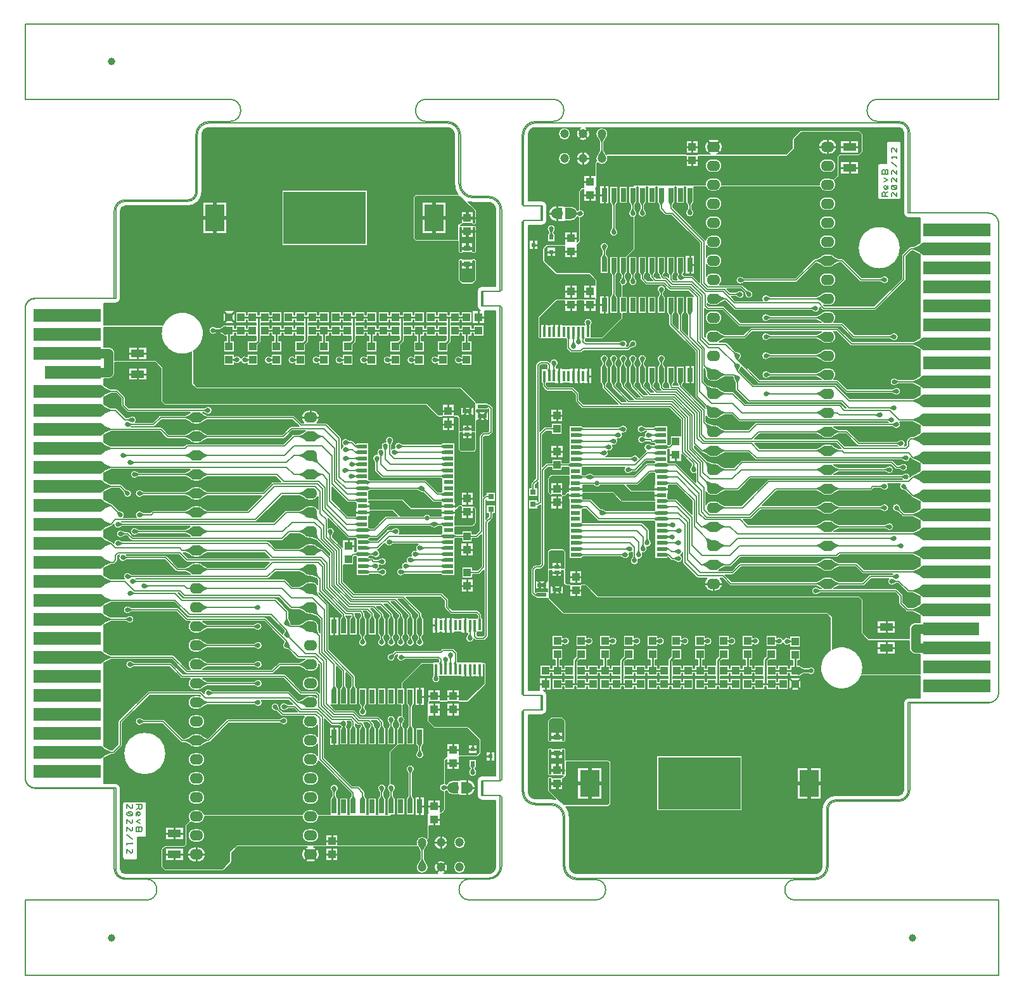
<source format=gbr>
G04 DesignSpark PCB PRO Gerber Version 10.0 Build 5299*
G04 #@! TF.Part,CustomerPanel*
G04 #@! TF.FileFunction,Copper,L1,Top*
G04 #@! TF.FilePolarity,Positive*
%FSLAX35Y35*%
%MOIN*%
G04 #@! TA.AperFunction,SMDPad,CuDef*
%ADD93R,0.01575X0.05807*%
%ADD112R,0.02264X0.02441*%
%ADD91R,0.02559X0.07283*%
%ADD88R,0.03937X0.04291*%
%ADD101R,0.10236X0.14173*%
%ADD115R,0.03150X0.03150*%
G04 #@! TD.AperFunction*
%ADD19C,0.00500*%
%ADD76C,0.00602*%
%ADD80C,0.00709*%
%ADD11C,0.00800*%
G04 #@! TA.AperFunction,SMDPad,CuDef*
%AMT108*0 Bullet Pad at angle 90*21,1,0.06000,0.03000,0,0,90*%
%ADD108T108*%
G04 #@! TA.AperFunction,ComponentPad*
%ADD86O,0.07087X0.05512*%
G04 #@! TA.AperFunction,SMDPad,CuDef*
%ADD105R,0.02756X0.01969*%
%ADD97R,0.04528X0.01969*%
%ADD95R,0.05098X0.01969*%
%ADD99R,0.03543X0.03150*%
%ADD114R,0.07165X0.04134*%
%ADD84R,0.29528X0.06693*%
%ADD82R,0.35433X0.06693*%
%ADD103R,0.43307X0.27559*%
G04 #@! TD.AperFunction*
%ADD73C,0.01000*%
%ADD74C,0.01500*%
%ADD75C,0.02000*%
G04 #@! TA.AperFunction,ViaPad*
%ADD77C,0.02677*%
%ADD78C,0.03200*%
G04 #@! TD.AperFunction*
%ADD25C,0.03937*%
G04 #@! TA.AperFunction,ComponentPad*
%ADD89C,0.04724*%
G04 #@! TD.AperFunction*
%ADD79C,0.05000*%
%ADD107C,0.06000*%
G04 #@! TA.AperFunction,SMDPad,CuDef*
%AMT110*0 Bullet Pad at angle 270*21,1,0.06000,0.03000,0,0,270*%
%ADD110T110*%
G04 #@! TD.AperFunction*
X0Y0D02*
D02*
D19*
X332316Y446599D02*
X207096D01*
G75*
G03*
X203314Y442817I0J-3781D01*
G01*
Y412831D01*
G75*
G02*
X195846Y405363I-7469J0D01*
G01*
X162932D01*
G75*
G03*
X160401Y402831I0J-2531D01*
G01*
Y356652D01*
G75*
G02*
X157932Y354183I-2469J0D01*
G01*
X151627D01*
Y342670D01*
X182287D01*
G75*
G02*
X182654Y342607I0J-1102D01*
G01*
G75*
G02*
X199825Y347135I10296J-4222D01*
G01*
G75*
G02*
X198840Y328943I-6875J-8750D01*
G01*
G75*
G02*
X198934Y328720I-962J-537D01*
G01*
G75*
G02*
X198980Y328406I-1058J-313D01*
G01*
Y312024D01*
X200834Y310170D01*
X339127D01*
G75*
G02*
X339907Y309847I0J-1102D01*
G01*
X347373Y302380D01*
G75*
G02*
X347688Y301734I-780J-780D01*
G01*
X353772D01*
Y301361D01*
G75*
G03*
X354277Y301051I1014J1087D01*
G01*
X354390D01*
G75*
G02*
X354393I1J-607D01*
G01*
G75*
G02*
X355209Y300713I1J-1154D01*
G01*
X356146Y299776D01*
G75*
G02*
X356483Y298957I-816J-816D01*
G01*
Y286567D01*
G75*
G02*
X356144Y285750I-1154J0D01*
G01*
X354897Y284503D01*
G75*
G02*
X354080Y284164I-817J814D01*
G01*
X352022D01*
X351448Y283589D01*
Y252600D01*
X351978Y253130D01*
G75*
G02*
X352794Y253469I817J-814D01*
G01*
X352867D01*
Y254742D01*
X357722D01*
Y249888D01*
X352867D01*
Y250757D01*
X352698Y250587D01*
Y240602D01*
X354141Y242045D01*
Y243392D01*
X352867D01*
Y248246D01*
X357722D01*
Y243392D01*
X356448D01*
Y241567D01*
G75*
G02*
X356109Y240750I-1154J0D01*
G01*
X353948Y238589D01*
Y179067D01*
G75*
G02*
X353609Y178250I-1154J0D01*
G01*
X352361Y177003D01*
G75*
G02*
X351544Y176664I-817J814D01*
G01*
X347877D01*
G75*
G02*
X347060Y177003I0J1154D01*
G01*
X346456Y177607D01*
G75*
G02*
X344275Y175626I-2181J210D01*
G01*
G75*
G02*
X342811Y179447I0J2191D01*
G01*
G75*
G03*
X343121Y180059I-1886J1341D01*
G01*
Y180573D01*
X339678D01*
Y180970D01*
X336076D01*
Y180573D01*
X329442D01*
Y180970D01*
X328399D01*
Y180573D01*
X324324D01*
Y188880D01*
X328399D01*
Y188482D01*
X329442D01*
Y188880D01*
X336076D01*
Y188482D01*
X339678D01*
Y188880D01*
X343753D01*
Y188482D01*
X348125D01*
G75*
G03*
X348239Y188661I-548J476D01*
G01*
Y189491D01*
X347317Y190414D01*
X334550D01*
G75*
G02*
X333733Y190753I0J1154D01*
G01*
X331236Y193250D01*
G75*
G02*
X330897Y194067I814J817D01*
G01*
Y197339D01*
X328649Y199587D01*
X310664D01*
X318691Y191559D01*
G75*
G02*
X319031Y190743I-814J-817D01*
G01*
Y189579D01*
G75*
G03*
X319635Y188570I2503J816D01*
G01*
X320009D01*
Y180437D01*
G75*
G02*
Y180432I-711J-2D01*
G01*
Y179582D01*
X319635D01*
G75*
G03*
X319031Y178574I1894J-1822D01*
G01*
Y177897D01*
G75*
G03*
X319341Y177285I2196J729D01*
G01*
G75*
G02*
X317877Y173464I-1464J-1630D01*
G01*
G75*
G02*
X316413Y177285I0J2191D01*
G01*
G75*
G03*
X316724Y177897I-1886J1341D01*
G01*
Y178574D01*
G75*
G03*
X316119Y179582I-2498J-814D01*
G01*
X315745D01*
Y180432D01*
G75*
G02*
Y180437I711J2D01*
G01*
Y188570D01*
X316119D01*
G75*
G03*
X316724Y189579I-1898J1824D01*
G01*
Y190265D01*
X308649Y198339D01*
X306487D01*
X313691Y191134D01*
G75*
G02*
X314031Y190317I-814J-817D01*
G01*
Y189578D01*
G75*
G03*
X314635Y188570I2498J814D01*
G01*
X315009D01*
Y187720D01*
G75*
G02*
Y187716I-711J-2D01*
G01*
Y179582D01*
X314635D01*
G75*
G03*
X314031Y178574I1898J-1824D01*
G01*
Y177896D01*
G75*
G03*
X314341Y177284I2196J729D01*
G01*
G75*
G02*
X312877Y173463I-1464J-1630D01*
G01*
G75*
G02*
X311413Y177284I0J2191D01*
G01*
G75*
G03*
X311724Y177896I-1886J1341D01*
G01*
Y178574D01*
G75*
G03*
X311119Y179582I-2503J-816D01*
G01*
X310745D01*
Y187716D01*
G75*
G02*
Y187720I711J2D01*
G01*
Y188570D01*
X311119D01*
G75*
G03*
X311724Y189578I-1894J1822D01*
G01*
Y189839D01*
X304472Y197091D01*
X302735D01*
X308691Y191134D01*
G75*
G02*
X309031Y190317I-814J-817D01*
G01*
Y189579D01*
G75*
G03*
X309635Y188570I2503J816D01*
G01*
X310009D01*
Y180437D01*
G75*
G02*
Y180432I-711J-2D01*
G01*
Y179582D01*
X309635D01*
G75*
G03*
X309031Y178574I1894J-1822D01*
G01*
Y177896D01*
G75*
G03*
X309341Y177284I2196J729D01*
G01*
G75*
G02*
X307877Y173463I-1464J-1630D01*
G01*
G75*
G02*
X306413Y177284I0J2191D01*
G01*
G75*
G03*
X306724Y177896I-1886J1341D01*
G01*
Y178574D01*
G75*
G03*
X306119Y179582I-2498J-814D01*
G01*
X305745D01*
Y180432D01*
G75*
G02*
Y180437I711J2D01*
G01*
Y188570D01*
X306119D01*
G75*
G03*
X306724Y189579I-1898J1824D01*
G01*
Y189839D01*
X300720Y195843D01*
X298983D01*
X303691Y191134D01*
G75*
G02*
X304031Y190317I-814J-817D01*
G01*
Y189578D01*
G75*
G03*
X304635Y188570I2498J814D01*
G01*
X305009D01*
Y187720D01*
G75*
G02*
Y187716I-711J-2D01*
G01*
Y179582D01*
X304635D01*
G75*
G03*
X304031Y178574I1898J-1824D01*
G01*
Y177896D01*
G75*
G03*
X304341Y177284I2196J729D01*
G01*
G75*
G02*
X302877Y173463I-1464J-1630D01*
G01*
G75*
G02*
X301413Y177284I0J2191D01*
G01*
G75*
G03*
X301724Y177896I-1886J1341D01*
G01*
Y178574D01*
G75*
G03*
X301119Y179582I-2503J-816D01*
G01*
X300745D01*
Y187716D01*
G75*
G02*
Y187720I711J2D01*
G01*
Y188570D01*
X301119D01*
G75*
G03*
X301724Y189578I-1894J1822D01*
G01*
Y189839D01*
X296968Y194595D01*
X295231D01*
X298691Y191134D01*
G75*
G02*
X299031Y190317I-814J-817D01*
G01*
Y189579D01*
G75*
G03*
X299635Y188570I2503J816D01*
G01*
X300009D01*
Y180437D01*
G75*
G02*
Y180432I-711J-2D01*
G01*
Y179582D01*
X299635D01*
G75*
G03*
X299031Y178574I1894J-1822D01*
G01*
Y177896D01*
G75*
G03*
X299341Y177284I2196J729D01*
G01*
G75*
G02*
X297877Y173463I-1464J-1630D01*
G01*
G75*
G02*
X296413Y177284I0J2191D01*
G01*
G75*
G03*
X296724Y177896I-1886J1341D01*
G01*
Y178574D01*
G75*
G03*
X296119Y179582I-2498J-814D01*
G01*
X295745D01*
Y180432D01*
G75*
G02*
Y180437I711J2D01*
G01*
Y188570D01*
X296119D01*
G75*
G03*
X296724Y189579I-1898J1824D01*
G01*
Y189839D01*
X293216Y193347D01*
X291914D01*
X293691Y191569D01*
G75*
G02*
X294031Y190752I-814J-817D01*
G01*
Y189578D01*
G75*
G03*
X294635Y188570I2498J814D01*
G01*
X295009D01*
Y187720D01*
G75*
G02*
Y187716I-711J-2D01*
G01*
Y179582D01*
X290745D01*
Y187716D01*
G75*
G02*
Y187720I711J2D01*
G01*
Y188570D01*
X291119D01*
G75*
G03*
X291724Y189578I-1894J1822D01*
G01*
Y190274D01*
X289899Y192099D01*
X288164D01*
X288691Y191571D01*
G75*
G02*
X289031Y190754I-814J-817D01*
G01*
Y189579D01*
G75*
G03*
X289635Y188570I2503J816D01*
G01*
X290009D01*
Y180437D01*
G75*
G02*
Y180432I-711J-2D01*
G01*
Y179582D01*
X289635D01*
G75*
G03*
X289031Y178574I1894J-1822D01*
G01*
Y177896D01*
G75*
G03*
X289341Y177284I2196J729D01*
G01*
G75*
G02*
X287877Y173463I-1464J-1630D01*
G01*
G75*
G02*
X286413Y177284I0J2191D01*
G01*
G75*
G03*
X286724Y177896I-1886J1341D01*
G01*
Y178574D01*
G75*
G03*
X286119Y179582I-2498J-814D01*
G01*
X285745D01*
Y180432D01*
G75*
G02*
Y180437I711J2D01*
G01*
Y188570D01*
X286119D01*
G75*
G03*
X286724Y189579I-1898J1824D01*
G01*
Y190276D01*
X286149Y190851D01*
X283900D01*
G75*
G02*
X284031Y190317I-1023J-533D01*
G01*
Y189578D01*
G75*
G03*
X284635Y188570I2498J814D01*
G01*
X285009D01*
Y187720D01*
G75*
G02*
Y187716I-711J-2D01*
G01*
Y179582D01*
X280745D01*
Y187716D01*
G75*
G02*
Y187720I711J2D01*
G01*
Y188570D01*
X281119D01*
G75*
G03*
X281724Y189578I-1894J1822D01*
G01*
Y189603D01*
X279200D01*
G75*
G02*
X279031Y189615I1J1154D01*
G01*
Y189578D01*
G75*
G03*
X279635Y188570I2498J814D01*
G01*
X280009D01*
Y187720D01*
G75*
G02*
Y187716I-711J-2D01*
G01*
Y179582D01*
X275745D01*
Y187716D01*
G75*
G02*
Y187720I711J2D01*
G01*
Y188570D01*
X276119D01*
G75*
G03*
X276724Y189578I-1894J1822D01*
G01*
Y189839D01*
X264802Y201762D01*
G75*
G03*
X265092Y200985I5562J1637D01*
G01*
X269782Y196295D01*
G75*
G02*
X270121Y195478I-814J-817D01*
G01*
Y172015D01*
X283693Y158441D01*
G75*
G02*
X284031Y157624I-816J-816D01*
G01*
Y152767D01*
G75*
G03*
X284635Y151759I2498J814D01*
G01*
X285009D01*
Y150909D01*
G75*
G02*
Y150905I-711J-2D01*
G01*
Y142771D01*
X280745D01*
Y150905D01*
G75*
G02*
Y150909I711J2D01*
G01*
Y151759D01*
X281119D01*
G75*
G03*
X281724Y152767I-1894J1822D01*
G01*
Y157148D01*
X279031Y159841D01*
Y152767D01*
G75*
G03*
X279635Y151759I2498J814D01*
G01*
X280009D01*
Y150909D01*
G75*
G02*
Y150905I-711J-2D01*
G01*
Y142771D01*
X275745D01*
Y150905D01*
G75*
G02*
Y150909I711J2D01*
G01*
Y151759D01*
X276119D01*
G75*
G03*
X276724Y152767I-1894J1822D01*
G01*
Y160400D01*
X274031Y163093D01*
Y152767D01*
G75*
G03*
X274635Y151759I2498J814D01*
G01*
X275009D01*
Y150909D01*
G75*
G02*
Y150905I-711J-2D01*
G01*
Y142771D01*
X270908D01*
X273563Y140117D01*
X283069D01*
G75*
G02*
X283886Y139777I0J-1154D01*
G01*
X286792Y136872D01*
X295674D01*
G75*
G02*
X296491Y136532I0J-1154D01*
G01*
X298691Y134332D01*
G75*
G02*
X299031Y133515I-814J-817D01*
G01*
Y131725D01*
G75*
G03*
X299635Y130717I2498J814D01*
G01*
X300009D01*
Y129867D01*
G75*
G02*
Y129862I-711J-2D01*
G01*
Y121729D01*
X295745D01*
Y129862D01*
G75*
G02*
Y129867I711J2D01*
G01*
Y130717D01*
X296119D01*
G75*
G03*
X296724Y131725I-1894J1822D01*
G01*
Y133037D01*
X295196Y134565D01*
X292469D01*
X293691Y133341D01*
G75*
G02*
X294031Y132524I-814J-817D01*
G01*
Y131725D01*
G75*
G03*
X294635Y130717I2498J814D01*
G01*
X295009D01*
Y129867D01*
G75*
G02*
Y129862I-711J-2D01*
G01*
Y121729D01*
X290745D01*
Y129862D01*
G75*
G02*
Y129867I711J2D01*
G01*
Y130717D01*
X291119D01*
G75*
G03*
X291724Y131725I-1894J1822D01*
G01*
Y132046D01*
X290454Y133317D01*
X288350D01*
X288691Y132975D01*
G75*
G02*
X289031Y132158I-814J-817D01*
G01*
Y131725D01*
G75*
G03*
X289635Y130717I2498J814D01*
G01*
X290009D01*
Y129867D01*
G75*
G02*
Y129862I-711J-2D01*
G01*
Y121729D01*
X285745D01*
Y129862D01*
G75*
G02*
Y129867I711J2D01*
G01*
Y130717D01*
X286119D01*
G75*
G03*
X286713Y131691I-1894J1822D01*
G01*
X286335Y132069D01*
X285315D01*
G75*
G02*
X284498Y132408I0J1154D01*
G01*
X284031Y132875D01*
Y131725D01*
G75*
G03*
X284635Y130717I2498J814D01*
G01*
X285009D01*
Y129867D01*
G75*
G02*
Y129862I-711J-2D01*
G01*
Y121729D01*
X280745D01*
Y129862D01*
G75*
G02*
Y129867I711J2D01*
G01*
Y130717D01*
X281119D01*
G75*
G03*
X281724Y131725I-1894J1822D01*
G01*
Y133435D01*
X281093Y134065D01*
X279776D01*
G75*
G02*
X279341Y131343I-1899J-1093D01*
G01*
G75*
G03*
X279258Y131217I1891J-1345D01*
G01*
G75*
G03*
X279635Y130717I2272J1322D01*
G01*
X280009D01*
Y129867D01*
G75*
G02*
Y129862I-711J-2D01*
G01*
Y121729D01*
X275745D01*
Y129862D01*
G75*
G02*
Y129867I711J2D01*
G01*
Y130717D01*
X276119D01*
G75*
G03*
X276496Y131217I-1894J1822D01*
G01*
G75*
G03*
X276413Y131343I-1974J-1220D01*
G01*
G75*
G02*
X276248Y131508I1464J1629D01*
G01*
G75*
G03*
X275635Y131819I-1343J-1885D01*
G01*
X271837D01*
G75*
G02*
X271020Y132158I0J1154D01*
G01*
X267748Y135429D01*
Y114980D01*
X282548Y100180D01*
X285440D01*
G75*
G02*
X286257Y99840I0J-1154D01*
G01*
X288691Y97406D01*
G75*
G02*
X289031Y96589I-814J-817D01*
G01*
Y94914D01*
G75*
G03*
X289635Y93906I2498J814D01*
G01*
X290009D01*
Y93056D01*
G75*
G02*
Y93051I-711J-2D01*
G01*
Y85170D01*
X290745D01*
Y93907D01*
X295009D01*
Y85170D01*
X295745D01*
Y93051D01*
G75*
G02*
Y93056I711J2D01*
G01*
Y93906D01*
X296119D01*
G75*
G03*
X296724Y94914I-1894J1822D01*
G01*
Y96784D01*
G75*
G03*
X296413Y97396I-2196J-729D01*
G01*
G75*
G02*
X297877Y101217I1464J1630D01*
G01*
G75*
G02*
X299341Y97396I0J-2191D01*
G01*
G75*
G03*
X299031Y96784I1886J-1341D01*
G01*
Y94914D01*
G75*
G03*
X299635Y93906I2498J814D01*
G01*
X300009D01*
Y93056D01*
G75*
G02*
Y93051I-711J-2D01*
G01*
Y85170D01*
X300745D01*
Y93051D01*
G75*
G02*
Y93056I711J2D01*
G01*
Y93906D01*
X301119D01*
G75*
G03*
X301724Y94914I-1894J1822D01*
G01*
Y96909D01*
G75*
G03*
X301413Y97521I-2196J-729D01*
G01*
G75*
G02*
X301810Y101064I1464J1630D01*
G01*
G75*
G02*
X301774Y101342I1067J277D01*
G01*
Y117815D01*
G75*
G02*
X302097Y118597I1103J2D01*
G01*
X305745Y122245D01*
Y129862D01*
G75*
G02*
Y129867I711J2D01*
G01*
Y130717D01*
X306119D01*
G75*
G03*
X306724Y131725I-1894J1822D01*
G01*
Y132859D01*
G75*
G03*
X306418Y133485I-2213J-694D01*
G01*
G75*
G02*
X306004Y134004I1487J1609D01*
G01*
G75*
G02*
X305982Y134044I997J584D01*
G01*
G75*
G02*
X307905Y137285I1923J1050D01*
G01*
G75*
G02*
X308024Y137282I2J-2191D01*
G01*
Y142770D01*
X305745D01*
Y151758D01*
X308024D01*
Y154065D01*
G75*
G02*
X308347Y154847I1103J2D01*
G01*
X318347Y164847D01*
G75*
G02*
X319127Y165170I780J-780D01*
G01*
X319128D01*
G75*
G02*
X319130I1J-364D01*
G01*
X324722D01*
Y165348D01*
X327653D01*
G75*
G03*
X327767Y165527I-548J476D01*
G01*
Y166296D01*
X327399Y166664D01*
X310146D01*
G75*
G03*
X309535Y166354I729J-2196D01*
G01*
G75*
G02*
X306176Y169164I-1630J1464D01*
G01*
X305766D01*
X305189Y168587D01*
G75*
G03*
X304976Y167933I2075J-1040D01*
G01*
G75*
G02*
X302788Y165626I-2188J-116D01*
G01*
G75*
G02*
Y170008I0J2191D01*
G01*
G75*
G02*
X302904Y170005I-1J-2185D01*
G01*
G75*
G03*
X303558Y170219I-386J2289D01*
G01*
X304471Y171131D01*
G75*
G02*
X305288Y171471I817J-814D01*
G01*
X328649D01*
X329405Y172226D01*
G75*
G02*
X330222Y172565I817J-814D01*
G01*
X335112D01*
G75*
G02*
X335929Y172226I0J-1154D01*
G01*
X337412Y170743D01*
G75*
G02*
X337751Y169926I-814J-817D01*
G01*
Y165527D01*
G75*
G03*
X337865Y165348I663J297D01*
G01*
X351033D01*
Y165096D01*
G75*
G02*
X351430Y165170I397J-1029D01*
G01*
X351627D01*
G75*
G02*
X352730Y164067I0J-1103D01*
G01*
Y154070D01*
G75*
G02*
X352407Y153287I-1103J-2D01*
G01*
X343657Y144537D01*
G75*
G02*
X342877Y144215I-780J780D01*
G01*
X342877D01*
G75*
G02*
X342875I-1J364D01*
G01*
X338596D01*
G75*
G02*
X338099Y144333I0J1103D01*
G01*
X332655D01*
G75*
G02*
X332159Y144215I-496J985D01*
G01*
X328596D01*
G75*
G02*
X328099Y144333I0J1103D01*
G01*
X323229D01*
G75*
G02*
X322937Y143817I-1070J266D01*
G01*
X322846Y143726D01*
X328596D01*
Y136935D01*
X322730D01*
Y134524D01*
X325834Y131420D01*
X342875D01*
G75*
G02*
X342877I1J-367D01*
G01*
X342877D01*
G75*
G02*
X343657Y131097I0J-1103D01*
G01*
X349907Y124847D01*
G75*
G02*
X350230Y124065I-780J-780D01*
G01*
Y117820D01*
G75*
G02*
X349907Y117037I-1103J-2D01*
G01*
X348657Y115787D01*
G75*
G02*
X347877Y115465I-780J780D01*
G01*
X347877D01*
G75*
G02*
X347875I-1J364D01*
G01*
X338596D01*
Y108730D01*
X332159D01*
Y114289D01*
X331480Y113611D01*
Y101467D01*
G75*
G02*
X331444Y101189I-1103J0D01*
G01*
G75*
G02*
X331854Y100894I-1067J-1914D01*
G01*
G75*
G02*
X335350Y103128I3496J-1619D01*
G01*
X338600D01*
Y103526D01*
X342850D01*
G75*
G02*
Y95026I0J-4250D01*
G01*
X338600D01*
Y95423D01*
X335350D01*
G75*
G02*
X331854Y97657I0J3852D01*
G01*
G75*
G02*
X331444Y97362I-1477J1617D01*
G01*
G75*
G02*
X331480Y97085I-1067J-277D01*
G01*
Y87820D01*
G75*
G02*
X331157Y87037I-1103J-2D01*
G01*
X329907Y85787D01*
G75*
G02*
X329127Y85465I-780J780D01*
G01*
X329127D01*
G75*
G02*
X329125I-1J364D01*
G01*
X328596D01*
Y79026D01*
X322730D01*
Y72820D01*
G75*
G02*
X322407Y72037I-1103J-2D01*
G01*
X322180Y71810D01*
G75*
G02*
X322035Y71688I-780J780D01*
G01*
G75*
G02*
X321921Y68728I-2907J-1371D01*
G01*
G75*
G02*
X321901Y68693I-1006J555D01*
G01*
G75*
G02*
X321194Y67855I-2774J1624D01*
G01*
G75*
G03*
X320281Y66037I4599J-3448D01*
G01*
Y61606D01*
G75*
G03*
X321194Y59787I5512J1629D01*
G01*
G75*
G02*
X321900Y58952I-2067J-2463D01*
G01*
G75*
G02*
X321922Y58913I-977J-589D01*
G01*
G75*
G02*
X319127Y54111I-2795J-1587D01*
G01*
G75*
G02*
X316332Y58913I0J3215D01*
G01*
G75*
G02*
X316354Y58952I1013J-557D01*
G01*
G75*
G02*
X317061Y59787I2773J-1627D01*
G01*
G75*
G03*
X317974Y61606I-4599J3448D01*
G01*
Y66037D01*
G75*
G03*
X317061Y67855I-5512J-1629D01*
G01*
G75*
G02*
X316763Y68140I2066J2461D01*
G01*
G75*
G02*
X316166Y67965I-596J928D01*
G01*
G75*
G02*
X316165I0J683D01*
G01*
G75*
G02*
X316162I-1J806D01*
G01*
X274846D01*
G75*
G02*
X274161Y68203I0J1103D01*
G01*
X269093D01*
G75*
G02*
X268409Y67965I-685J865D01*
G01*
X262090D01*
G75*
G02*
X261165Y60061I-925J-3898D01*
G01*
X259590D01*
G75*
G02*
X258665Y67965I0J4006D01*
G01*
X222084D01*
X218980Y64861D01*
Y60320D01*
G75*
G02*
X218657Y59537I-1103J-2D01*
G01*
X214907Y55787D01*
G75*
G02*
X214127Y55465I-780J780D01*
G01*
X214127D01*
G75*
G02*
X214125I-1J364D01*
G01*
X184130D01*
G75*
G02*
X184128I-1J367D01*
G01*
X184127D01*
G75*
G02*
X183347Y55787I0J1103D01*
G01*
X182097Y57037D01*
G75*
G02*
X181774Y57820I780J780D01*
G01*
Y66565D01*
G75*
G02*
X182097Y67347I1103J2D01*
G01*
X183347Y68597D01*
G75*
G02*
X184127Y68920I780J-780D01*
G01*
X184128D01*
G75*
G02*
X184130I1J-364D01*
G01*
X193670D01*
X194274Y69524D01*
Y79067D01*
G75*
G02*
X194599Y79849I1103J0D01*
G01*
X196680Y81930D01*
G75*
G02*
X196681Y81931I602J-902D01*
G01*
G75*
G02*
X199590Y87675I2908J2136D01*
G01*
X201165D01*
G75*
G02*
X204604Y85157I0J-3608D01*
G01*
G75*
G02*
X204773Y85170I169J-1089D01*
G01*
X255981D01*
G75*
G02*
X256150Y85157I0J-1102D01*
G01*
G75*
G02*
X259590Y87675I3440J-1090D01*
G01*
X261165D01*
G75*
G02*
X264604Y85157I0J-3608D01*
G01*
G75*
G02*
X264773Y85170I169J-1089D01*
G01*
X270745D01*
Y93051D01*
G75*
G02*
Y93056I711J2D01*
G01*
Y93906D01*
X271119D01*
G75*
G03*
X271724Y94914I-1894J1822D01*
G01*
Y96659D01*
G75*
G03*
X271413Y97271I-2196J-729D01*
G01*
G75*
G02*
X272877Y101092I1464J1630D01*
G01*
G75*
G02*
X274341Y97271I0J-2191D01*
G01*
G75*
G03*
X274031Y96659I1886J-1341D01*
G01*
Y94914D01*
G75*
G03*
X274635Y93906I2498J814D01*
G01*
X275009D01*
Y93056D01*
G75*
G02*
Y93051I-711J-2D01*
G01*
Y85170D01*
X275745D01*
Y93907D01*
X280009D01*
Y85170D01*
X280745D01*
Y93051D01*
G75*
G02*
Y93056I711J2D01*
G01*
Y93906D01*
X281119D01*
G75*
G03*
X281724Y94914I-1894J1822D01*
G01*
Y95994D01*
X264636Y113082D01*
G75*
G02*
X261165Y110459I-3471J985D01*
G01*
X259590D01*
G75*
G02*
Y117675I0J3608D01*
G01*
X261165D01*
G75*
G02*
X264193Y116028I0J-3608D01*
G01*
Y122106D01*
G75*
G02*
X261165Y120459I-3029J1961D01*
G01*
X259590D01*
G75*
G02*
Y127675I0J3608D01*
G01*
X261165D01*
G75*
G02*
X264193Y126028I0J-3608D01*
G01*
Y132106D01*
G75*
G02*
X261165Y130459I-3029J1961D01*
G01*
X259590D01*
G75*
G02*
X257108Y136686I0J3608D01*
G01*
X245628D01*
G75*
G02*
X244811Y137026I0J1154D01*
G01*
X242529Y139307D01*
G75*
G03*
X241875Y139521I-1040J-2075D01*
G01*
G75*
G02*
X241759Y139518I-117J2185D01*
G01*
G75*
G02*
Y143900I0J2191D01*
G01*
G75*
G02*
X243947Y141593I0J-2191D01*
G01*
G75*
G03*
X244161Y140939I2289J386D01*
G01*
X246106Y138993D01*
X253326D01*
X251640Y140680D01*
X248619D01*
G75*
G03*
X248007Y140370I729J-2196D01*
G01*
G75*
G02*
X246377Y139643I-1630J1464D01*
G01*
G75*
G02*
Y144024I0J2191D01*
G01*
G75*
G02*
X248006Y143298I0J-2191D01*
G01*
G75*
G03*
X248620Y142987I1344J1890D01*
G01*
X251080D01*
X248894Y145173D01*
X234769D01*
G75*
G02*
X231247Y142604I-1891J-1106D01*
G01*
G75*
G03*
X230635Y142914I-1341J-1886D01*
G01*
X206231D01*
G75*
G03*
X203944Y141767I1970J-6783D01*
G01*
G75*
G02*
X202983Y140950I-2780J2300D01*
G01*
G75*
G02*
X202954Y140934I-571J970D01*
G01*
G75*
G02*
X201165Y140459I-1790J3133D01*
G01*
X199590D01*
G75*
G02*
Y147676I0J3608D01*
G01*
X201165D01*
G75*
G02*
X202446Y147440I0J-3608D01*
G01*
X201968Y147919D01*
X175967D01*
X161416Y133368D01*
Y121491D01*
G75*
G02*
X161077Y120674I-1154J0D01*
G01*
X157422Y117019D01*
G75*
G02*
X156605Y116679I-817J814D01*
G01*
X155490D01*
G75*
G03*
X151627Y114656I2889J-10214D01*
G01*
Y101482D01*
X157932D01*
G75*
G02*
X160401Y99014I0J-2469D01*
G01*
Y56567D01*
G75*
G03*
X162932Y54036I2531J0D01*
G01*
X327477D01*
G75*
G02*
X328970Y60937I1493J3289D01*
G01*
G75*
G02*
X330462Y54036I0J-3612D01*
G01*
X353970D01*
G75*
G03*
X357751Y57817I0J3781D01*
G01*
Y92607D01*
X350444D01*
G75*
G02*
X347976Y95075I0J2469D01*
G01*
Y102949D01*
G75*
G02*
X350444Y105418I2469J0D01*
G01*
X357751D01*
Y350244D01*
X351995D01*
Y343522D01*
X345558D01*
Y350313D01*
X349869D01*
G75*
G02*
X347978Y352713I578J2400D01*
G01*
Y360587D01*
G75*
G02*
X350446Y363056I2469J0D01*
G01*
X357751D01*
Y403447D01*
G75*
G03*
X353970Y407229I-3781J0D01*
G01*
X346066D01*
G75*
G02*
X343416Y407587I0J9968D01*
G01*
X347407Y403597D01*
G75*
G02*
X347730Y402816I-780J-780D01*
G01*
Y399866D01*
G75*
G02*
Y398250I-1384J-808D01*
G01*
Y396567D01*
G75*
G02*
X346627Y395465I-1102J0D01*
G01*
X346096D01*
G75*
G02*
X345117Y396061I0J1102D01*
G01*
X340638D01*
G75*
G02*
X339659Y395465I-979J506D01*
G01*
X339584D01*
X339290Y395171D01*
X339659D01*
G75*
G02*
X340147Y395057I0J-1102D01*
G01*
X345607D01*
G75*
G02*
X346096Y395171I489J-988D01*
G01*
X346627D01*
G75*
G02*
X347730Y394069I0J-1102D01*
G01*
Y392866D01*
G75*
G02*
Y391250I-1384J-808D01*
G01*
Y383464D01*
G75*
G02*
Y382939I-1581J-263D01*
G01*
Y381569D01*
G75*
G02*
X346627Y380467I-1102J0D01*
G01*
X345899D01*
G75*
G02*
X345135Y380774I0J1102D01*
G01*
X340619D01*
G75*
G02*
X339856Y380467I-763J795D01*
G01*
X339127D01*
G75*
G02*
X338025Y381569I0J1102D01*
G01*
Y382939D01*
G75*
G02*
Y383464I1581J263D01*
G01*
Y386725D01*
G75*
G02*
X337877Y386715I-147J1093D01*
G01*
X316017D01*
G75*
G02*
X315237Y387038I0J1102D01*
G01*
X314598Y387678D01*
G75*
G02*
X314275Y388458I780J780D01*
G01*
Y409660D01*
G75*
G02*
X314598Y410441I1102J1D01*
G01*
X315254Y411097D01*
G75*
G02*
X316033Y411420I780J-780D01*
G01*
X337943D01*
G75*
G02*
X336098Y417197I8124J5778D01*
G01*
Y442817D01*
G75*
G03*
X332316Y446599I-3781J0D01*
G01*
X328970Y73930D02*
G75*
G02*
Y66705I0J-3612D01*
G01*
G75*
G02*
Y73930I0J3612D01*
G01*
X338812Y73532D02*
G75*
G02*
Y67103I0J-3215D01*
G01*
G75*
G02*
Y73532I0J3215D01*
G01*
Y60540D02*
G75*
G02*
Y54111I0J-3215D01*
G01*
G75*
G02*
Y60540I0J3215D01*
G01*
X345350Y334317D02*
Y328321D01*
X339708D01*
Y334317D01*
X341175D01*
Y336919D01*
X339708D01*
Y338565D01*
X339098D01*
Y336919D01*
X334467D01*
Y334405D01*
G75*
G02*
X334070Y333447I-1352J0D01*
G01*
X332850Y332227D01*
Y328321D01*
X327208D01*
Y334317D01*
X331115D01*
X331763Y334965D01*
Y336919D01*
X327208D01*
Y338565D01*
X326598D01*
Y336919D01*
X320956D01*
Y338565D01*
X320350D01*
Y336919D01*
X318880D01*
Y334317D01*
X320350D01*
Y328321D01*
X314708D01*
Y334317D01*
X316175D01*
Y336919D01*
X314708D01*
Y338565D01*
X314346D01*
Y336919D01*
X309756D01*
Y334654D01*
G75*
G02*
X309359Y333697I-1352J0D01*
G01*
X307850Y332187D01*
Y328321D01*
X302208D01*
Y334317D01*
X306154D01*
X307052Y335215D01*
Y336919D01*
X302208D01*
Y338565D01*
X301598D01*
Y336919D01*
X295956D01*
Y338565D01*
X295350D01*
Y336919D01*
X293880D01*
Y334317D01*
X295350D01*
Y328321D01*
X289708D01*
Y334317D01*
X291175D01*
Y336919D01*
X289708D01*
Y338565D01*
X289098D01*
Y336919D01*
X284422D01*
Y334405D01*
G75*
G02*
X284025Y333447I-1352J0D01*
G01*
X282850Y332272D01*
Y328321D01*
X277208D01*
Y334317D01*
X281069D01*
X281718Y334965D01*
Y336919D01*
X277003D01*
Y338565D01*
X276598D01*
Y336919D01*
X270956D01*
Y338565D01*
X270350D01*
Y336919D01*
X268880D01*
Y334317D01*
X270350D01*
Y328321D01*
X264708D01*
Y334317D01*
X266175D01*
Y336919D01*
X264708D01*
Y338565D01*
X264098D01*
Y336919D01*
X259461D01*
Y334405D01*
G75*
G02*
X259063Y333447I-1352J0D01*
G01*
X257850Y332233D01*
Y328321D01*
X252208D01*
Y334317D01*
X256108D01*
X256756Y334965D01*
Y336919D01*
X252208D01*
Y338565D01*
X251598D01*
Y336919D01*
X245956D01*
Y338565D01*
X245350D01*
Y336919D01*
X243880D01*
Y334317D01*
X245350D01*
Y328321D01*
X239708D01*
Y334317D01*
X241175D01*
Y336919D01*
X239708D01*
Y338565D01*
X239098D01*
Y336919D01*
X234375D01*
Y334280D01*
G75*
G02*
X233978Y333322I-1352J0D01*
G01*
X232850Y332194D01*
Y328321D01*
X227208D01*
Y334317D01*
X231147D01*
X231670Y334840D01*
Y336919D01*
X226956D01*
Y338565D01*
X226598D01*
Y336919D01*
X220956D01*
Y338565D01*
X220348D01*
Y336919D01*
X218880D01*
Y334411D01*
X220350D01*
Y328415D01*
X214708D01*
Y334411D01*
X216175D01*
Y336919D01*
X215565D01*
G75*
G02*
X215563I-1J670D01*
G01*
G75*
G02*
X215562I0J673D01*
G01*
G75*
G02*
X215561I0J1010D01*
G01*
G75*
G02*
X215559I-1J670D01*
G01*
G75*
G02*
X215556I-1J670D01*
G01*
G75*
G02*
X215554I-1J1010D01*
G01*
G75*
G02*
X215552I-1J670D01*
G01*
X214706D01*
Y337165D01*
G75*
G02*
X214426Y337389I853J1357D01*
G01*
G75*
G03*
X212912Y338315I-2679J-2678D01*
G01*
X210621D01*
G75*
G02*
X209127Y337726I-1494J1602D01*
G01*
G75*
G02*
Y342108I0J2191D01*
G01*
G75*
G02*
X210621Y341520I0J-2191D01*
G01*
X212912D01*
G75*
G03*
X214426Y342446I-1165J3604D01*
G01*
G75*
G02*
X214706Y342670I1134J-1133D01*
G01*
Y342915D01*
X215552D01*
G75*
G02*
X215554I1J-670D01*
G01*
G75*
G02*
X215556I1J-1010D01*
G01*
G75*
G02*
X215559I2J-670D01*
G01*
G75*
G02*
X215561I1J-670D01*
G01*
G75*
G02*
X215562I1J-1010D01*
G01*
G75*
G02*
X215563I0J-673D01*
G01*
G75*
G02*
X215565I1J-670D01*
G01*
X220348D01*
Y341270D01*
X220956D01*
Y342915D01*
X226598D01*
Y341270D01*
X226956D01*
Y342915D01*
X231670D01*
Y343919D01*
X226956D01*
Y345565D01*
X226598D01*
Y343919D01*
X220956D01*
Y349915D01*
X226598D01*
Y348270D01*
X226956D01*
Y349915D01*
X232598D01*
Y348270D01*
X233456D01*
Y349915D01*
X239098D01*
Y348270D01*
X239708D01*
Y349915D01*
X245350D01*
Y343919D01*
X239708D01*
Y345565D01*
X239098D01*
Y343919D01*
X234375D01*
Y342915D01*
X239098D01*
Y341270D01*
X239708D01*
Y342915D01*
X245350D01*
Y341270D01*
X245956D01*
Y342915D01*
X251598D01*
Y341270D01*
X252208D01*
Y342915D01*
X256756D01*
Y343919D01*
X252208D01*
Y345565D01*
X251598D01*
Y343919D01*
X245956D01*
Y349915D01*
X251598D01*
Y348270D01*
X252208D01*
Y349915D01*
X257850D01*
Y348270D01*
X258456D01*
Y349915D01*
X264098D01*
Y348270D01*
X264708D01*
Y349915D01*
X270350D01*
Y343919D01*
X264708D01*
Y345565D01*
X264098D01*
Y343919D01*
X259461D01*
Y342915D01*
X264098D01*
Y341270D01*
X264708D01*
Y342915D01*
X270350D01*
Y341270D01*
X270956D01*
Y342915D01*
X276598D01*
Y341270D01*
X277003D01*
Y342915D01*
X281718D01*
Y343919D01*
X277003D01*
Y345565D01*
X276598D01*
Y343919D01*
X270956D01*
Y349915D01*
X276598D01*
Y348270D01*
X277003D01*
Y349915D01*
X282645D01*
Y348270D01*
X283456D01*
Y349915D01*
X289098D01*
Y348270D01*
X289708D01*
Y349915D01*
X295350D01*
Y343919D01*
X289708D01*
Y345565D01*
X289098D01*
Y343919D01*
X284422D01*
Y342915D01*
X289098D01*
Y341270D01*
X289708D01*
Y342915D01*
X295350D01*
Y341270D01*
X295956D01*
Y342915D01*
X301598D01*
Y341270D01*
X302208D01*
Y342915D01*
X307052D01*
Y343919D01*
X302208D01*
Y345565D01*
X301598D01*
Y343919D01*
X295956D01*
Y349915D01*
X301598D01*
Y348270D01*
X302208D01*
Y349915D01*
X307850D01*
Y348270D01*
X308704D01*
Y349915D01*
X314346D01*
Y348270D01*
X314708D01*
Y349915D01*
X320350D01*
Y343919D01*
X314708D01*
Y345565D01*
X314346D01*
Y343919D01*
X309756D01*
Y342915D01*
X314346D01*
Y341270D01*
X314708D01*
Y342915D01*
X320350D01*
Y341270D01*
X320956D01*
Y342915D01*
X326598D01*
Y341270D01*
X327208D01*
Y342915D01*
X331763D01*
Y343919D01*
X327208D01*
Y345565D01*
X326598D01*
Y343919D01*
X320956D01*
Y349915D01*
X326598D01*
Y348270D01*
X327208D01*
Y349915D01*
X332850D01*
Y348270D01*
X333456D01*
Y349915D01*
X339098D01*
Y348270D01*
X339708D01*
Y349915D01*
X345350D01*
Y343919D01*
X339708D01*
Y345565D01*
X339098D01*
Y343919D01*
X334467D01*
Y342915D01*
X339098D01*
Y341270D01*
X339708D01*
Y342915D01*
X345350D01*
Y341270D01*
X345956D01*
Y342915D01*
X351598D01*
Y336919D01*
X345956D01*
Y338565D01*
X345350D01*
Y336919D01*
X343880D01*
Y334317D01*
X345350D01*
X232850Y327317D02*
Y321321D01*
X227208D01*
Y322652D01*
G75*
G02*
X223765Y323466I-1424J1665D01*
G01*
G75*
G02*
X220350Y322765I-1975J949D01*
G01*
Y321415D01*
X214708D01*
Y327411D01*
X220350D01*
Y326065D01*
G75*
G02*
X223809Y325266I1441J-1650D01*
G01*
G75*
G02*
X227208Y325983I1975J-949D01*
G01*
Y327317D01*
X232850D01*
X245350D02*
Y321321D01*
X239708D01*
Y322669D01*
G75*
G02*
X238265Y322126I-1444J1648D01*
G01*
G75*
G02*
Y326508I0J2191D01*
G01*
G75*
G02*
X239708Y325966I0J-2191D01*
G01*
Y327317D01*
X245350D01*
X257850D02*
Y321321D01*
X252208D01*
Y322687D01*
G75*
G02*
X250745Y322126I-1463J1631D01*
G01*
G75*
G02*
Y326508I0J2191D01*
G01*
G75*
G02*
X252208Y325948I0J-2191D01*
G01*
Y327317D01*
X257850D01*
X270350D02*
Y321321D01*
X264708D01*
Y322598D01*
G75*
G02*
X263350Y322126I-1358J1719D01*
G01*
G75*
G02*
Y326508I0J2191D01*
G01*
G75*
G02*
X264708Y326037I0J-2191D01*
G01*
Y327317D01*
X270350D01*
X282850D02*
Y321321D01*
X277208D01*
Y322913D01*
G75*
G03*
X277086Y322832I1220J-1968D01*
G01*
G75*
G02*
X275456Y322105I-1630J1464D01*
G01*
G75*
G02*
Y326487I0J2191D01*
G01*
G75*
G02*
X277085Y325761I0J-2191D01*
G01*
G75*
G03*
X277208Y325679I1343J1890D01*
G01*
Y327317D01*
X282850D01*
X295350D02*
Y321321D01*
X289708D01*
Y322630D01*
G75*
G02*
X288311Y322126I-1398J1687D01*
G01*
G75*
G02*
Y326508I0J2191D01*
G01*
G75*
G02*
X289708Y326005I0J-2191D01*
G01*
Y327317D01*
X295350D01*
X307850D02*
Y321321D01*
X302208D01*
Y322624D01*
G75*
G02*
X300791Y322105I-1417J1671D01*
G01*
G75*
G02*
Y326487I0J2191D01*
G01*
G75*
G02*
X302208Y325967I0J-2191D01*
G01*
Y327317D01*
X307850D01*
X320350D02*
Y321321D01*
X314708D01*
Y322641D01*
G75*
G02*
X313271Y322105I-1437J1654D01*
G01*
G75*
G02*
Y326487I0J2191D01*
G01*
G75*
G02*
X314708Y325950I0J-2191D01*
G01*
Y327317D01*
X320350D01*
X332850D02*
Y321321D01*
X327208D01*
Y322578D01*
G75*
G02*
X325876Y322126I-1331J1740D01*
G01*
G75*
G02*
Y326508I0J2191D01*
G01*
G75*
G02*
X327208Y326057I0J-2191D01*
G01*
Y327317D01*
X332850D01*
X345350D02*
Y321321D01*
X339708D01*
Y322676D01*
G75*
G02*
X338232Y322105I-1476J1619D01*
G01*
G75*
G02*
Y326487I0J2191D01*
G01*
G75*
G02*
X339708Y325915I0J-2191D01*
G01*
Y327317D01*
X345350D01*
X338596Y143726D02*
Y136935D01*
X332159D01*
Y143726D01*
X338596D01*
X357436Y118219D02*
Y113278D01*
X352672D01*
Y118219D01*
X357436D01*
X347609Y108373D02*
G75*
G02*
X345720Y105072I-1889J-1110D01*
G01*
G75*
G02*
X343799Y108317I0J2191D01*
G01*
G75*
G02*
X343826Y108363I1022J-544D01*
G01*
G75*
G02*
X344239Y108878I1894J-1100D01*
G01*
G75*
G03*
X344487Y109335I-1901J1326D01*
G01*
G75*
G03*
X344089Y109937I-1891J-817D01*
G01*
X343716D01*
Y110787D01*
G75*
G02*
Y110791I711J2D01*
G01*
Y114082D01*
X347684D01*
Y110801D01*
G75*
G02*
Y110778I-1143J-12D01*
G01*
Y109937D01*
X347310D01*
G75*
G03*
X346918Y109346I1492J-1418D01*
G01*
G75*
G03*
X347169Y108906I2128J923D01*
G01*
G75*
G02*
X347605Y108380I-1448J-1644D01*
G01*
G75*
G02*
X347609Y108373I-792J-470D01*
G01*
X220747Y350313D02*
Y343522D01*
X214310D01*
Y350313D01*
X220747D01*
X346157Y364538D02*
G75*
G02*
X345377Y364215I-780J780D01*
G01*
X340377D01*
G75*
G02*
X339598Y364538I0J1102D01*
G01*
X338348Y365788D01*
G75*
G02*
X338025Y366569I780J780D01*
G01*
Y374671D01*
G75*
G02*
Y375196I1581J263D01*
G01*
Y376567D01*
G75*
G02*
X339127Y377670I1102J0D01*
G01*
X339856D01*
G75*
G02*
X340621Y377360I0J-1102D01*
G01*
X345133D01*
G75*
G02*
X345899Y377670I766J-793D01*
G01*
X346627D01*
G75*
G02*
X347730Y376567I0J-1102D01*
G01*
Y375196D01*
G75*
G02*
Y374671I-1581J-263D01*
G01*
Y366569D01*
G75*
G02*
X347407Y365788I-1102J-1D01*
G01*
X346157Y364538D01*
X290350Y413683D02*
Y384419D01*
X245338D01*
Y413683D01*
X290350D01*
X216535Y407388D02*
Y390715D01*
X203798D01*
Y407388D01*
X216535D01*
X275407Y188967D02*
Y179183D01*
X270348D01*
Y188967D01*
X275407D01*
Y131116D02*
Y121333D01*
X270348D01*
Y131116D01*
X275407D01*
X305009Y129862D02*
Y121729D01*
X300745D01*
Y129862D01*
G75*
G02*
Y129867I711J2D01*
G01*
Y130717D01*
X301119D01*
G75*
G03*
X301724Y131725I-1894J1822D01*
G01*
Y132827D01*
G75*
G03*
X301397Y133401I-2159J-848D01*
G01*
G75*
G02*
X302788Y137285I1391J1693D01*
G01*
G75*
G02*
X304741Y134102I0J-2191D01*
G01*
G75*
G02*
X304719Y134060I-1036J510D01*
G01*
G75*
G02*
X304322Y133530I-1932J1035D01*
G01*
G75*
G03*
X304031Y132881I1946J-1263D01*
G01*
Y131725D01*
G75*
G03*
X304635Y130717I2498J814D01*
G01*
X305009D01*
Y129867D01*
G75*
G02*
Y129862I-711J-2D01*
G01*
X289341Y140718D02*
G75*
G02*
X287877Y136897I-1464J-1630D01*
G01*
G75*
G02*
X286413Y140718I0J2191D01*
G01*
G75*
G03*
X286724Y141330I-1886J1341D01*
G01*
Y141763D01*
G75*
G03*
X286119Y142771I-2498J-814D01*
G01*
X285745D01*
Y143621D01*
G75*
G02*
Y143626I711J2D01*
G01*
Y151759D01*
X290009D01*
Y143626D01*
G75*
G02*
Y143621I-711J-2D01*
G01*
Y142771D01*
X289635D01*
G75*
G03*
X289031Y141763I1894J-1822D01*
G01*
Y141330D01*
G75*
G03*
X289341Y140718I2196J729D01*
G01*
X295009Y151758D02*
Y142770D01*
X290745D01*
Y151758D01*
X295009D01*
X300009D02*
Y142770D01*
X295745D01*
Y151758D01*
X300009D01*
X305009D02*
Y142770D01*
X300745D01*
Y151758D01*
X305009D01*
X274846Y67596D02*
Y60805D01*
X268409D01*
Y67596D01*
X274846D01*
X193676Y78486D02*
Y71852D01*
X184011D01*
Y78486D01*
X193676D01*
X201165Y97675D02*
G75*
G02*
Y90459I0J-3608D01*
G01*
X199590D01*
G75*
G02*
Y97675I0J3608D01*
G01*
X201165D01*
X169481Y62404D02*
G75*
G02*
X168231Y61154I-1250J0D01*
G01*
X162798D01*
G75*
G02*
X161548Y62404I0J1250D01*
G01*
Y90672D01*
G75*
G02*
X162798Y91922I1250J0D01*
G01*
X172956D01*
G75*
G02*
X174206Y90672I0J-1250D01*
G01*
Y74215D01*
G75*
G02*
X172956Y72965I-1250J0D01*
G01*
X169481D01*
Y62404D01*
X261165Y97675D02*
G75*
G02*
Y90459I0J-3608D01*
G01*
X259590D01*
G75*
G02*
Y97675I0J3608D01*
G01*
X261165D01*
X201165Y107675D02*
G75*
G02*
Y100459I0J-3608D01*
G01*
X199590D01*
G75*
G02*
Y107675I0J3608D01*
G01*
X201165D01*
X261165D02*
G75*
G02*
Y100459I0J-3608D01*
G01*
X259590D01*
G75*
G02*
Y107675I0J3608D01*
G01*
X261165D01*
X201165Y117675D02*
G75*
G02*
Y110459I0J-3608D01*
G01*
X199590D01*
G75*
G02*
Y117675I0J3608D01*
G01*
X201165D01*
X202954Y120934D02*
G75*
G02*
X201165Y120459I-1790J3133D01*
G01*
X199590D01*
G75*
G02*
X197812Y120928I2J3614D01*
G01*
G75*
G02*
X197759Y120958I604J1112D01*
G01*
G75*
G02*
X196810Y121766I1839J3119D01*
G01*
G75*
G03*
X194522Y122914I-4262J-5643D01*
G01*
X192877D01*
G75*
G02*
X192060Y123253I0J1154D01*
G01*
X182399Y132914D01*
X172619D01*
G75*
G03*
X172007Y132604I729J-2196D01*
G01*
G75*
G02*
X170377Y131876I-1630J1464D01*
G01*
G75*
G02*
Y136258I0J2191D01*
G01*
G75*
G02*
X172006Y135532I0J-2191D01*
G01*
G75*
G03*
X172620Y135221I1344J1890D01*
G01*
X182877D01*
G75*
G02*
X183694Y134881I0J-1154D01*
G01*
X193355Y125221D01*
X194522D01*
G75*
G03*
X196810Y126369I-1974J6790D01*
G01*
G75*
G02*
X197759Y127177I2787J-2311D01*
G01*
G75*
G02*
X197812Y127207I1360J-2306D01*
G01*
G75*
G02*
X199590Y127676I1780J-3146D01*
G01*
X201165D01*
G75*
G02*
X202954Y127200I0J-3608D01*
G01*
G75*
G02*
X202983Y127184I-557J-1011D01*
G01*
G75*
G02*
X203944Y126368I-1819J-3117D01*
G01*
G75*
G03*
X206231Y125221I4257J5636D01*
G01*
X206292D01*
X216231Y135159D01*
G75*
G02*
X217048Y135499I817J-814D01*
G01*
X244133D01*
G75*
G03*
X244748Y135810I-730J2202D01*
G01*
G75*
G02*
X246377Y136536I1629J-1465D01*
G01*
G75*
G02*
Y132154I0J-2191D01*
G01*
G75*
G02*
X244747Y132881I0J2191D01*
G01*
G75*
G03*
X244135Y133192I-1341J-1886D01*
G01*
X217526D01*
X207587Y123253D01*
G75*
G02*
X206770Y122914I-817J814D01*
G01*
X206231D01*
G75*
G03*
X203944Y121767I1970J-6783D01*
G01*
G75*
G02*
X202983Y120950I-2780J2300D01*
G01*
G75*
G02*
X202954Y120934I-571J970D01*
G01*
X173231Y128361D02*
G75*
G02*
Y106106I0J-11128D01*
G01*
G75*
G02*
Y128361I0J11128D01*
G01*
X201165Y137675D02*
G75*
G02*
Y130459I0J-3608D01*
G01*
X199590D01*
G75*
G02*
Y137675I0J3608D01*
G01*
X201165D01*
X162932Y405363D02*
G36*
X162932Y405363D02*
X162932D01*
G75*
G03*
X160401Y402831I0J-2531D01*
G01*
Y356652D01*
G75*
G02*
X157933Y354183I-2468J0D01*
G01*
G75*
G02*
X157932I0J3470D01*
G01*
X151877D01*
Y342670D01*
X167877D01*
Y405363D01*
X162932D01*
G37*
X167877Y139829D02*
G36*
X167877Y139829D02*
X161416Y133368D01*
Y121491D01*
G75*
G02*
X161077Y120674I-1154J0D01*
G01*
X157422Y117019D01*
G75*
G02*
X156605Y116679I-817J814D01*
G01*
X155490D01*
G75*
G03*
X151877Y114856I2887J-10211D01*
G01*
Y101482D01*
X157932D01*
G75*
G02*
X157933I0J-3470D01*
G01*
G75*
G02*
X160401Y99014I0J-2469D01*
G01*
Y56567D01*
G75*
G03*
X161835Y54286I2531J0D01*
G01*
X167877D01*
Y61154D01*
X162798D01*
G75*
G02*
X161548Y62404I0J1250D01*
G01*
Y90672D01*
G75*
G02*
X162798Y91922I1250J0D01*
G01*
X167877D01*
Y107478D01*
G75*
G02*
Y126989I5354J9755D01*
G01*
Y139829D01*
G37*
X188844Y405363D02*
G36*
X188844Y405363D02*
X167877D01*
Y342670D01*
X182287D01*
G75*
G02*
X182289I1J-1187D01*
G01*
G75*
G02*
X182654Y342607I0J-1091D01*
G01*
G75*
G02*
X188844Y348727I10296J-4222D01*
G01*
Y405363D01*
G37*
Y147919D02*
G36*
X188844Y147919D02*
X175967D01*
X167877Y139829D01*
Y126989D01*
G75*
G02*
X173231Y128361I5354J-9755D01*
G01*
G75*
G02*
Y106106I0J-11128D01*
G01*
G75*
G02*
X167877Y107478I0J11128D01*
G01*
Y91922D01*
X172956D01*
G75*
G02*
X174206Y90672I0J-1250D01*
G01*
Y74215D01*
G75*
G02*
X172956Y72965I-1250J0D01*
G01*
X169481D01*
Y62404D01*
G75*
G02*
X168231Y61154I-1250J0D01*
G01*
X167877D01*
Y54286D01*
X188844D01*
Y55465D01*
X184130D01*
X184128D01*
X184127D01*
G75*
G02*
X183347Y55787I0J1103D01*
G01*
X182097Y57037D01*
G75*
G02*
X181774Y57820I781J780D01*
G01*
Y66565D01*
G75*
G02*
X182097Y67347I1104J2D01*
G01*
X183347Y68597D01*
G75*
G02*
X184127Y68920I780J-780D01*
G01*
X184128D01*
X184130D01*
X188844D01*
Y71852D01*
X184011D01*
Y78486D01*
X188844D01*
Y126470D01*
X182399Y132914D01*
X172619D01*
G75*
G03*
X172007Y132604I730J-2199D01*
G01*
G75*
G02*
X170377Y131876I-1630J1464D01*
G01*
G75*
G02*
Y136258I0J2191D01*
G01*
G75*
G02*
X172006Y135532I0J-2192D01*
G01*
G75*
G03*
X172620Y135221I1337J1875D01*
G01*
X182877D01*
G75*
G02*
X183694Y134881I0J-1154D01*
G01*
X188844Y129732D01*
Y147919D01*
G37*
X195846Y405363D02*
G36*
X195846Y405363D02*
X188844D01*
Y348727D01*
G75*
G02*
X192950Y349513I4106J-10342D01*
G01*
G75*
G02*
X199825Y347135I0J-11128D01*
G01*
G75*
G02*
X200377Y346671I-6876J-8751D01*
G01*
Y406894D01*
G75*
G02*
X195846Y405363I-4531J5936D01*
G01*
X195846D01*
G37*
X200377Y330098D02*
G36*
X200377Y330098D02*
G75*
G02*
X198840Y328943I-7428J8287D01*
G01*
G75*
G02*
X198934Y328720I-956J-535D01*
G01*
G75*
G02*
X198980Y328406I-1072J-315D01*
G01*
Y312024D01*
X200377Y310626D01*
Y330098D01*
G37*
Y147919D02*
G36*
X200377Y147919D02*
X188844D01*
Y129732D01*
X193355Y125221D01*
X194522D01*
G75*
G03*
X196810Y126369I-1973J6787D01*
G01*
G75*
G02*
X197759Y127177I2787J-2311D01*
G01*
G75*
G02*
X197812Y127207I1378J-2337D01*
G01*
G75*
G02*
X199590Y127676I1780J-3145D01*
G01*
X200377D01*
Y130459D01*
X199590D01*
G75*
G02*
Y137675I0J3608D01*
G01*
X200377D01*
Y140459D01*
X199590D01*
G75*
G02*
Y147676I0J3608D01*
G01*
X200377D01*
Y147919D01*
G37*
X192060Y123253D02*
G36*
X192060Y123253D02*
X188844Y126470D01*
Y78486D01*
X193676D01*
Y71852D01*
X188844D01*
Y68920D01*
X193670D01*
X194274Y69524D01*
Y79067D01*
G75*
G02*
X194599Y79849I1102J1D01*
G01*
X196680Y81930D01*
G75*
G02*
X196681Y81931I2J-2D01*
G01*
G75*
G02*
X199590Y87675I2908J2136D01*
G01*
X200377D01*
Y90459D01*
X199590D01*
G75*
G02*
Y97675I0J3608D01*
G01*
X200377D01*
Y100459D01*
X199590D01*
G75*
G02*
Y107675I0J3608D01*
G01*
X200377D01*
Y110459D01*
X199590D01*
G75*
G02*
Y117675I0J3608D01*
G01*
X200377D01*
Y120459D01*
X199590D01*
G75*
G02*
X197812Y120928I2J3614D01*
G01*
G75*
G02*
X197759Y120958I1325J2367D01*
G01*
G75*
G02*
X196810Y121766I1839J3119D01*
G01*
G75*
G03*
X194522Y122914I-4256J-5630D01*
G01*
X192877D01*
G75*
G02*
X192060Y123253I0J1154D01*
G01*
G37*
X200377Y55465D02*
G36*
X200377Y55465D02*
X188844D01*
Y54286D01*
X200377D01*
Y55465D01*
G37*
X210167Y446349D02*
G36*
X210167Y446349D02*
X205743D01*
G75*
G03*
X203314Y442817I1352J-3531D01*
G01*
Y412831D01*
G75*
G02*
X200377Y406894I-7468J0D01*
G01*
Y346671D01*
G75*
G02*
Y330098I-7427J-8287D01*
G01*
Y310626D01*
X200834Y310170D01*
X210167D01*
Y337989D01*
G75*
G02*
X209127Y337726I-1039J1928D01*
G01*
G75*
G02*
Y342108I0J2191D01*
G01*
G75*
G02*
X210167Y341846I0J-2191D01*
G01*
Y390715D01*
X203798D01*
Y407388D01*
X210167D01*
Y446349D01*
G37*
X201968Y147919D02*
G36*
X201968Y147919D02*
X200377D01*
Y147676D01*
X201165D01*
G75*
G02*
X202446Y147440I-1J-3615D01*
G01*
X201968Y147919D01*
G37*
X210167Y142914D02*
G36*
X210167Y142914D02*
X206231D01*
G75*
G03*
X203944Y141767I1970J-6782D01*
G01*
G75*
G02*
X202983Y140950I-2774J2293D01*
G01*
G75*
G02*
X202954Y140934I-399J668D01*
G01*
G75*
G02*
X201165Y140459I-1790J3133D01*
G01*
X200377D01*
Y137675D01*
X201165D01*
G75*
G02*
Y130459I0J-3608D01*
G01*
X200377D01*
Y127676D01*
X201165D01*
G75*
G02*
X202954Y127200I0J-3609D01*
G01*
G75*
G02*
X202983Y127184I-370J-684D01*
G01*
G75*
G02*
X203944Y126368I-1812J-3109D01*
G01*
G75*
G03*
X206231Y125221I4252J5626D01*
G01*
X206292D01*
X210167Y129095D01*
Y142914D01*
G37*
Y125833D02*
G36*
X210167Y125833D02*
X207587Y123253D01*
G75*
G02*
X206770Y122914I-817J814D01*
G01*
X206231D01*
G75*
G03*
X203944Y121767I1970J-6782D01*
G01*
G75*
G02*
X202983Y120950I-2774J2293D01*
G01*
G75*
G02*
X202954Y120934I-399J668D01*
G01*
G75*
G02*
X201165Y120459I-1790J3133D01*
G01*
X200377D01*
Y117675D01*
X201165D01*
G75*
G02*
Y110459I0J-3608D01*
G01*
X200377D01*
Y107675D01*
X201165D01*
G75*
G02*
Y100459I0J-3608D01*
G01*
X200377D01*
Y97675D01*
X201165D01*
G75*
G02*
Y90459I0J-3608D01*
G01*
X200377D01*
Y87675D01*
X201165D01*
G75*
G02*
X204604Y85157I0J-3609D01*
G01*
G75*
G02*
X204770Y85170I166J-1050D01*
G01*
G75*
G02*
X204773I2J-1025D01*
G01*
X210167D01*
Y125833D01*
G37*
Y55465D02*
G36*
X210167Y55465D02*
X200377D01*
Y54286D01*
X210167D01*
Y55465D01*
G37*
X217529Y446349D02*
G36*
X217529Y446349D02*
X210167D01*
Y407388D01*
X216535D01*
Y390715D01*
X210167D01*
Y341846D01*
G75*
G02*
X210621Y341520I-1039J-1928D01*
G01*
X212912D01*
G75*
G03*
X214426Y342446I-1165J3604D01*
G01*
G75*
G02*
X214706Y342670I1131J-1130D01*
G01*
Y342915D01*
X215552D01*
X215554D01*
X215556D01*
X215556D01*
X215559D01*
X215561D01*
X215562D01*
X215563D01*
X215565D01*
X217529D01*
Y343522D01*
X214310D01*
Y350313D01*
X217529D01*
Y446349D01*
G37*
X212912Y338315D02*
G36*
X212912Y338315D02*
X210621D01*
G75*
G02*
X210167Y337989I-1494J1602D01*
G01*
Y310170D01*
X217529D01*
Y321415D01*
X214708D01*
Y327411D01*
X217529D01*
Y328415D01*
X214708D01*
Y334411D01*
X216175D01*
Y336919D01*
X215565D01*
X215563D01*
X215562D01*
X215561D01*
X215559D01*
X215556D01*
X215556D01*
X215554D01*
X215552D01*
X214706D01*
Y337165D01*
G75*
G02*
X214426Y337389I851J1354D01*
G01*
G75*
G03*
X212912Y338315I-2679J-2678D01*
G01*
G37*
X217529Y142914D02*
G36*
X217529Y142914D02*
X210167D01*
Y129095D01*
X216231Y135159D01*
G75*
G02*
X217048Y135499I817J-814D01*
G01*
X217529D01*
Y142914D01*
G37*
Y133192D02*
G36*
X217529Y133192D02*
X217526D01*
X210167Y125833D01*
Y85170D01*
X217529D01*
Y133192D01*
G37*
Y58409D02*
G36*
X217529Y58409D02*
X214907Y55787D01*
G75*
G02*
X214127Y55465I-780J780D01*
G01*
X214127D01*
X214125D01*
X210167D01*
Y54286D01*
X217529D01*
Y58409D01*
G37*
X223779Y446349D02*
G36*
X223779Y446349D02*
X217529D01*
Y350313D01*
X220747D01*
Y343522D01*
X217529D01*
Y342915D01*
X220348D01*
Y341270D01*
X220956D01*
Y342915D01*
X223779D01*
Y343919D01*
X220956D01*
Y349915D01*
X223779D01*
Y446349D01*
G37*
X220956Y338565D02*
G36*
X220956Y338565D02*
X220348D01*
Y336919D01*
X218880D01*
Y334411D01*
X220350D01*
Y328415D01*
X217529D01*
Y327411D01*
X220350D01*
Y326065D01*
G75*
G02*
X221791Y326606I1441J-1650D01*
G01*
G75*
G02*
X223779Y325335I0J-2191D01*
G01*
Y336919D01*
X220956D01*
Y338565D01*
G37*
X223779Y323435D02*
G36*
X223779Y323435D02*
G75*
G02*
X223765Y323466I2009J883D01*
G01*
G75*
G02*
X221791Y322224I-1975J948D01*
G01*
G75*
G02*
X220350Y322765I0J2191D01*
G01*
Y321415D01*
X217529D01*
Y310170D01*
X223779D01*
Y323435D01*
G37*
Y142914D02*
G36*
X223779Y142914D02*
X217529D01*
Y135499D01*
X223779D01*
Y142914D01*
G37*
Y133192D02*
G36*
X223779Y133192D02*
X217529D01*
Y85170D01*
X223779D01*
Y133192D01*
G37*
Y67965D02*
G36*
X223779Y67965D02*
X222084D01*
X218980Y64861D01*
Y60320D01*
G75*
G02*
X218657Y59537I-1104J-2D01*
G01*
X217529Y58409D01*
Y54286D01*
X223779D01*
Y67965D01*
G37*
X240711Y446349D02*
G36*
X240711Y446349D02*
X223779D01*
Y349915D01*
X226598D01*
Y348270D01*
X226956D01*
Y349915D01*
X232598D01*
Y348270D01*
X233456D01*
Y349915D01*
X239098D01*
Y348270D01*
X239708D01*
Y349915D01*
X240711D01*
Y446349D01*
G37*
X226956Y345565D02*
G36*
X226956Y345565D02*
X226598D01*
Y343919D01*
X223779D01*
Y342915D01*
X226598D01*
Y341270D01*
X226956D01*
Y342915D01*
X231670D01*
Y343919D01*
X226956D01*
Y345565D01*
G37*
X239708D02*
G36*
X239708Y345565D02*
X239098D01*
Y343919D01*
X234375D01*
Y342915D01*
X239098D01*
Y341270D01*
X239708D01*
Y342915D01*
X240711D01*
Y343919D01*
X239708D01*
Y345565D01*
G37*
X226956Y338565D02*
G36*
X226956Y338565D02*
X226598D01*
Y336919D01*
X223779D01*
Y325335D01*
G75*
G02*
X223809Y325266I-1985J-921D01*
G01*
G75*
G02*
X225784Y326508I1975J-949D01*
G01*
G75*
G02*
X227208Y325983I0J-2191D01*
G01*
Y327317D01*
X232850D01*
Y321321D01*
X227208D01*
Y322652D01*
G75*
G02*
X225784Y322127I-1424J1665D01*
G01*
G75*
G02*
X223779Y323435I0J2191D01*
G01*
Y310170D01*
X240711D01*
Y321321D01*
X239708D01*
Y322669D01*
G75*
G02*
X238265Y322126I-1443J1647D01*
G01*
G75*
G02*
Y326508I0J2191D01*
G01*
G75*
G02*
X239708Y325966I0J-2192D01*
G01*
Y327317D01*
X240711D01*
Y328321D01*
X239708D01*
Y334317D01*
X240711D01*
Y336919D01*
X239708D01*
Y338565D01*
X239098D01*
Y336919D01*
X234375D01*
Y334280D01*
G75*
G02*
X233978Y333322I-1350J-1D01*
G01*
X232850Y332194D01*
Y328321D01*
X227208D01*
Y334317D01*
X231147D01*
X231670Y334840D01*
Y336919D01*
X226956D01*
Y338565D01*
G37*
X240711Y145173D02*
G36*
X240711Y145173D02*
X234769D01*
G75*
G02*
X232878Y141876I-1891J-1106D01*
G01*
G75*
G02*
X231247Y142604I0J2191D01*
G01*
G75*
G03*
X230635Y142914I-1342J-1889D01*
G01*
X223779D01*
Y135499D01*
X240711D01*
Y139784D01*
G75*
G02*
Y143633I1048J1924D01*
G01*
Y145173D01*
G37*
Y133192D02*
G36*
X240711Y133192D02*
X223779D01*
Y85170D01*
X240711D01*
Y133192D01*
G37*
Y67965D02*
G36*
X240711Y67965D02*
X223779D01*
Y54286D01*
X240711D01*
Y67965D01*
G37*
X253202Y446349D02*
G36*
X253202Y446349D02*
X240711D01*
Y349915D01*
X245350D01*
Y343919D01*
X240711D01*
Y342915D01*
X245350D01*
Y341270D01*
X245956D01*
Y342915D01*
X251598D01*
Y341270D01*
X252208D01*
Y342915D01*
X253202D01*
Y343919D01*
X252208D01*
Y345565D01*
X251598D01*
Y343919D01*
X245956D01*
Y349915D01*
X251598D01*
Y348270D01*
X252208D01*
Y349915D01*
X253202D01*
Y384419D01*
X245338D01*
Y413683D01*
X253202D01*
Y446349D01*
G37*
X245956Y338565D02*
G36*
X245956Y338565D02*
X245350D01*
Y336919D01*
X243880D01*
Y334317D01*
X245350D01*
Y328321D01*
X240711D01*
Y327317D01*
X245350D01*
Y321321D01*
X240711D01*
Y310170D01*
X253202D01*
Y321321D01*
X252208D01*
Y322687D01*
G75*
G02*
X250745Y322126I-1463J1630D01*
G01*
G75*
G02*
Y326508I0J2191D01*
G01*
G75*
G02*
X252208Y325948I-1J-2194D01*
G01*
Y327317D01*
X253202D01*
Y328321D01*
X252208D01*
Y334317D01*
X253202D01*
Y336919D01*
X252208D01*
Y338565D01*
X251598D01*
Y336919D01*
X245956D01*
Y338565D01*
G37*
X241175Y336919D02*
G36*
X241175Y336919D02*
X240711D01*
Y334317D01*
X241175D01*
Y336919D01*
G37*
X248894Y145173D02*
G36*
X248894Y145173D02*
X240711D01*
Y143633D01*
G75*
G02*
X241759Y143900I1047J-1924D01*
G01*
G75*
G02*
X243947Y141593I0J-2191D01*
G01*
G75*
G03*
X244161Y140939I2298J389D01*
G01*
X246106Y138993D01*
X253202D01*
Y139118D01*
X251640Y140680D01*
X248619D01*
G75*
G03*
X248007Y140370I730J-2199D01*
G01*
G75*
G02*
X246377Y139643I-1630J1464D01*
G01*
G75*
G02*
Y144024I0J2191D01*
G01*
G75*
G02*
X248006Y143298I0J-2192D01*
G01*
G75*
G03*
X248620Y142987I1337J1875D01*
G01*
X251080D01*
X248894Y145173D01*
G37*
X241759Y139518D02*
G36*
X241759Y139518D02*
G75*
G02*
X240711Y139784I0J2191D01*
G01*
Y135499D01*
X244133D01*
G75*
G03*
X244748Y135810I-730J2201D01*
G01*
G75*
G02*
X246377Y136536I1630J-1466D01*
G01*
G75*
G02*
Y132154I0J-2191D01*
G01*
G75*
G02*
X244747Y132881I0J2191D01*
G01*
G75*
G03*
X244135Y133192I-1342J-1889D01*
G01*
X240711D01*
Y85170D01*
X253202D01*
Y136686D01*
X245628D01*
G75*
G02*
X244811Y137026I0J1154D01*
G01*
X242529Y139307D01*
G75*
G03*
X241875Y139521I-1043J-2085D01*
G01*
G75*
G02*
X241759Y139518I-116J2126D01*
G01*
X241759D01*
G37*
X253202Y67965D02*
G36*
X253202Y67965D02*
X240711D01*
Y54286D01*
X253202D01*
Y67965D01*
G37*
X260377Y446349D02*
G36*
X260377Y446349D02*
X253202D01*
Y413683D01*
X260377D01*
Y446349D01*
G37*
Y384419D02*
G36*
X260377Y384419D02*
X253202D01*
Y349915D01*
X257850D01*
Y348270D01*
X258456D01*
Y349915D01*
X260377D01*
Y384419D01*
G37*
X256756Y343919D02*
G36*
X256756Y343919D02*
X253202D01*
Y342915D01*
X256756D01*
Y343919D01*
G37*
X260377D02*
G36*
X260377Y343919D02*
X259461D01*
Y342915D01*
X260377D01*
Y343919D01*
G37*
X256756Y336919D02*
G36*
X256756Y336919D02*
X253202D01*
Y334317D01*
X256108D01*
X256756Y334965D01*
Y336919D01*
G37*
X260377D02*
G36*
X260377Y336919D02*
X259461D01*
Y334405D01*
G75*
G02*
X259063Y333447I-1350J-1D01*
G01*
X257850Y332233D01*
Y328321D01*
X253202D01*
Y327317D01*
X257850D01*
Y321321D01*
X253202D01*
Y310170D01*
X260377D01*
Y336919D01*
G37*
X253202Y139118D02*
G36*
X253202Y139118D02*
Y138993D01*
X253326D01*
X253202Y139118D01*
G37*
X257108Y136686D02*
G36*
X257108Y136686D02*
X253202D01*
Y85170D01*
X255981D01*
G75*
G02*
X255984I2J-1025D01*
G01*
G75*
G02*
X256150Y85157I0J-1063D01*
G01*
G75*
G02*
X259590Y87675I3440J-1091D01*
G01*
X260377D01*
Y90459D01*
X259590D01*
G75*
G02*
Y97675I0J3608D01*
G01*
X260377D01*
Y100459D01*
X259590D01*
G75*
G02*
Y107675I0J3608D01*
G01*
X260377D01*
Y110459D01*
X259590D01*
G75*
G02*
Y117675I0J3608D01*
G01*
X260377D01*
Y120459D01*
X259590D01*
G75*
G02*
Y127675I0J3608D01*
G01*
X260377D01*
Y130459D01*
X259590D01*
G75*
G02*
X257108Y136686I0J3608D01*
G01*
G37*
X258665Y67965D02*
G36*
X258665Y67965D02*
X253202D01*
Y54286D01*
X260377D01*
Y60061D01*
X259590D01*
G75*
G02*
X258665Y67965I0J4006D01*
G01*
G37*
X265754Y446349D02*
G36*
X265754Y446349D02*
X260377D01*
Y413683D01*
X265754D01*
Y446349D01*
G37*
Y384419D02*
G36*
X265754Y384419D02*
X260377D01*
Y349915D01*
X264098D01*
Y348270D01*
X264708D01*
Y349915D01*
X265754D01*
Y384419D01*
G37*
X264708Y345565D02*
G36*
X264708Y345565D02*
X264098D01*
Y343919D01*
X260377D01*
Y342915D01*
X264098D01*
Y341270D01*
X264708D01*
Y342915D01*
X265754D01*
Y343919D01*
X264708D01*
Y345565D01*
G37*
Y338565D02*
G36*
X264708Y338565D02*
X264098D01*
Y336919D01*
X260377D01*
Y310170D01*
X265754D01*
Y321321D01*
X264708D01*
Y322598D01*
G75*
G02*
X263350Y322126I-1357J1718D01*
G01*
X263350D01*
G75*
G02*
Y326508I0J2191D01*
G01*
X263350D01*
G75*
G02*
X264708Y326037I0J-2189D01*
G01*
Y327317D01*
X265754D01*
Y328321D01*
X264708D01*
Y334317D01*
X265754D01*
Y336919D01*
X264708D01*
Y338565D01*
G37*
X264802Y201762D02*
G36*
X264802Y201762D02*
G75*
G03*
X265092Y200985I5622J1659D01*
G01*
X265754Y200322D01*
Y200809D01*
X264802Y201762D01*
G37*
X261165Y130459D02*
G36*
X261165Y130459D02*
X260377D01*
Y127675D01*
X261165D01*
G75*
G02*
X264193Y126028I-1J-3610D01*
G01*
Y132106D01*
G75*
G02*
X261165Y130459I-3029J1961D01*
G01*
G37*
Y120459D02*
G36*
X261165Y120459D02*
X260377D01*
Y117675D01*
X261165D01*
G75*
G02*
X264193Y116028I-1J-3610D01*
G01*
Y122106D01*
G75*
G02*
X261165Y120459I-3029J1961D01*
G01*
G37*
X265754Y111963D02*
G36*
X265754Y111963D02*
X264636Y113082D01*
G75*
G02*
X261165Y110459I-3471J985D01*
G01*
X261165D01*
X260377D01*
Y107675D01*
X261165D01*
G75*
G02*
Y100459I0J-3608D01*
G01*
X260377D01*
Y97675D01*
X261165D01*
G75*
G02*
Y90459I0J-3608D01*
G01*
X260377D01*
Y87675D01*
X261165D01*
G75*
G02*
X264604Y85157I0J-3609D01*
G01*
G75*
G02*
X264770Y85170I166J-1050D01*
G01*
G75*
G02*
X264773I2J-1025D01*
G01*
X265754D01*
Y111963D01*
G37*
Y67965D02*
G36*
X265754Y67965D02*
X262090D01*
G75*
G02*
X261165Y60061I-925J-3898D01*
G01*
X260377D01*
Y54286D01*
X265754D01*
Y67965D01*
G37*
X272877Y446349D02*
G36*
X272877Y446349D02*
X265754D01*
Y413683D01*
X272877D01*
Y446349D01*
G37*
Y384419D02*
G36*
X272877Y384419D02*
X265754D01*
Y349915D01*
X270350D01*
Y343919D01*
X265754D01*
Y342915D01*
X270350D01*
Y341270D01*
X270956D01*
Y342915D01*
X272877D01*
Y343919D01*
X270956D01*
Y349915D01*
X272877D01*
Y384419D01*
G37*
X270956Y338565D02*
G36*
X270956Y338565D02*
X270350D01*
Y336919D01*
X268880D01*
Y334317D01*
X270350D01*
Y328321D01*
X265754D01*
Y327317D01*
X270350D01*
Y321321D01*
X265754D01*
Y310170D01*
X272877D01*
Y336919D01*
X270956D01*
Y338565D01*
G37*
X266175Y336919D02*
G36*
X266175Y336919D02*
X265754D01*
Y334317D01*
X266175D01*
Y336919D01*
G37*
X265754Y200809D02*
G36*
X265754Y200809D02*
Y200322D01*
X269782Y196295D01*
G75*
G02*
X270121Y195478I-814J-817D01*
G01*
Y172015D01*
X272877Y169258D01*
Y179183D01*
X270348D01*
Y188967D01*
X272877D01*
Y193686D01*
X265754Y200809D01*
G37*
X272877Y142771D02*
G36*
X272877Y142771D02*
X270908D01*
X272877Y140802D01*
Y142771D01*
G37*
X271020Y132158D02*
G36*
X271020Y132158D02*
X267748Y135429D01*
Y114980D01*
X272877Y109851D01*
Y121333D01*
X270348D01*
Y131116D01*
X272877D01*
Y131819D01*
X271837D01*
G75*
G02*
X271020Y132158I0J1154D01*
G01*
G37*
X272877Y104841D02*
G36*
X272877Y104841D02*
X265754Y111963D01*
Y85170D01*
X270745D01*
Y93051D01*
Y93056D01*
Y93906D01*
X271119D01*
G75*
G03*
X271724Y94914I-1893J1821D01*
G01*
Y96659D01*
G75*
G03*
X271413Y97271I-2199J-730D01*
G01*
G75*
G02*
X272877Y101092I1464J1630D01*
G01*
Y104841D01*
G37*
Y68203D02*
G36*
X272877Y68203D02*
X269093D01*
G75*
G02*
X268409Y67965I-685J867D01*
G01*
X265754D01*
Y54286D01*
X272877D01*
Y60805D01*
X268409D01*
Y67596D01*
X272877D01*
Y68203D01*
G37*
X278057Y446349D02*
G36*
X278057Y446349D02*
X272877D01*
Y413683D01*
X278057D01*
Y446349D01*
G37*
Y384419D02*
G36*
X278057Y384419D02*
X272877D01*
Y349915D01*
X276598D01*
Y348270D01*
X277003D01*
Y349915D01*
X278057D01*
Y384419D01*
G37*
X277003Y345565D02*
G36*
X277003Y345565D02*
X276598D01*
Y343919D01*
X272877D01*
Y342915D01*
X276598D01*
Y341270D01*
X277003D01*
Y342915D01*
X278057D01*
Y343919D01*
X277003D01*
Y345565D01*
G37*
Y338565D02*
G36*
X277003Y338565D02*
X276598D01*
Y336919D01*
X272877D01*
Y310170D01*
X278057D01*
Y321321D01*
X277208D01*
Y322913D01*
G75*
G03*
X277086Y322832I1300J-2088D01*
G01*
G75*
G02*
X275456Y322105I-1630J1464D01*
G01*
G75*
G02*
Y326487I0J2191D01*
G01*
G75*
G02*
X277085Y325761I0J-2192D01*
G01*
G75*
G03*
X277208Y325679I1257J1762D01*
G01*
Y327317D01*
X278057D01*
Y328321D01*
X277208D01*
Y334317D01*
X278057D01*
Y336919D01*
X277003D01*
Y338565D01*
G37*
X276724Y189839D02*
G36*
X276724Y189839D02*
X272877Y193686D01*
Y188967D01*
X275407D01*
Y179183D01*
X272877D01*
Y169258D01*
X278057Y164078D01*
Y179582D01*
X275745D01*
Y187716D01*
Y187720D01*
Y188570D01*
X276119D01*
G75*
G03*
X276724Y189578I-1893J1821D01*
G01*
Y189839D01*
G37*
Y160400D02*
G36*
X276724Y160400D02*
X274031Y163093D01*
Y152767D01*
G75*
G03*
X274635Y151759I2498J813D01*
G01*
X275009D01*
Y150909D01*
Y150905D01*
Y142771D01*
X272877D01*
Y140802D01*
X273563Y140117D01*
X278057D01*
Y142771D01*
X275745D01*
Y150905D01*
Y150909D01*
Y151759D01*
X276119D01*
G75*
G03*
X276724Y152767I-1893J1821D01*
G01*
Y160400D01*
G37*
X275635Y131819D02*
G36*
X275635Y131819D02*
X272877D01*
Y131116D01*
X275407D01*
Y121333D01*
X272877D01*
Y109851D01*
X278057Y104671D01*
Y121729D01*
X275745D01*
Y129862D01*
Y129867D01*
Y130717D01*
X276119D01*
G75*
G03*
X276496Y131217I-1883J1813D01*
G01*
G75*
G03*
X276413Y131343I-1914J-1180D01*
G01*
G75*
G02*
X276248Y131508I1363J1528D01*
G01*
G75*
G03*
X275635Y131819I-1339J-1880D01*
G01*
G37*
X272877Y104841D02*
G36*
X272877Y104841D02*
Y101092D01*
G75*
G02*
X274341Y97271I0J-2191D01*
G01*
G75*
G03*
X274031Y96659I1889J-1342D01*
G01*
Y94914D01*
G75*
G03*
X274635Y93906I2498J813D01*
G01*
X275009D01*
Y93056D01*
Y93051D01*
Y85170D01*
X275745D01*
Y93907D01*
X278057D01*
Y99661D01*
X272877Y104841D01*
G37*
X274161Y68203D02*
G36*
X274161Y68203D02*
X272877D01*
Y67596D01*
X274846D01*
Y60805D01*
X272877D01*
Y54286D01*
X278057D01*
Y67965D01*
X274846D01*
G75*
G02*
X274161Y68203I1J1105D01*
G01*
G37*
X287877Y446349D02*
G36*
X287877Y446349D02*
X278057D01*
Y413683D01*
X287877D01*
Y446349D01*
G37*
Y384419D02*
G36*
X287877Y384419D02*
X278057D01*
Y349915D01*
X282645D01*
Y348270D01*
X283456D01*
Y349915D01*
X287877D01*
Y384419D01*
G37*
X281718Y343919D02*
G36*
X281718Y343919D02*
X278057D01*
Y342915D01*
X281718D01*
Y343919D01*
G37*
X287877D02*
G36*
X287877Y343919D02*
X284422D01*
Y342915D01*
X287877D01*
Y343919D01*
G37*
X281718Y336919D02*
G36*
X281718Y336919D02*
X278057D01*
Y334317D01*
X281069D01*
X281718Y334965D01*
Y336919D01*
G37*
X287877D02*
G36*
X287877Y336919D02*
X284422D01*
Y334405D01*
G75*
G02*
X284025Y333447I-1353J1D01*
G01*
X282850Y332272D01*
Y328321D01*
X278057D01*
Y327317D01*
X282850D01*
Y321321D01*
X278057D01*
Y310170D01*
X287877D01*
Y322170D01*
G75*
G02*
Y326465I434J2148D01*
G01*
Y336919D01*
G37*
X286149Y190851D02*
G36*
X286149Y190851D02*
X283900D01*
G75*
G02*
X284031Y190317I-1019J-532D01*
G01*
Y189578D01*
G75*
G03*
X284635Y188570I2498J813D01*
G01*
X285009D01*
Y187720D01*
Y187716D01*
Y179582D01*
X280745D01*
Y187716D01*
Y187720D01*
Y188570D01*
X281119D01*
G75*
G03*
X281724Y189578I-1893J1821D01*
G01*
Y189603D01*
X279200D01*
X279200D01*
G75*
G02*
X279031Y189615I0J1138D01*
G01*
Y189578D01*
G75*
G03*
X279635Y188570I2498J813D01*
G01*
X280009D01*
Y187720D01*
Y187716D01*
Y179582D01*
X278057D01*
Y164078D01*
X283693Y158441D01*
G75*
G02*
X284031Y157624I-816J-816D01*
G01*
Y152767D01*
G75*
G03*
X284635Y151759I2498J813D01*
G01*
X285009D01*
Y150909D01*
Y150905D01*
Y142771D01*
X280745D01*
Y150905D01*
Y150909D01*
Y151759D01*
X281119D01*
G75*
G03*
X281724Y152767I-1893J1821D01*
G01*
Y157148D01*
X279031Y159841D01*
Y152767D01*
G75*
G03*
X279635Y151759I2498J813D01*
G01*
X280009D01*
Y150909D01*
Y150905D01*
Y142771D01*
X278057D01*
Y140117D01*
X283069D01*
G75*
G02*
X283886Y139777I0J-1154D01*
G01*
X286792Y136872D01*
X287877D01*
Y136897D01*
G75*
G02*
X286413Y140718I1J2191D01*
G01*
G75*
G03*
X286724Y141330I-1889J1342D01*
G01*
Y141763D01*
G75*
G03*
X286119Y142771I-2498J-813D01*
G01*
X285745D01*
Y143621D01*
Y143626D01*
Y151759D01*
X287877D01*
Y173463D01*
G75*
G02*
X286413Y177284I1J2191D01*
G01*
G75*
G03*
X286724Y177896I-1889J1342D01*
G01*
Y178574D01*
G75*
G03*
X286119Y179582I-2498J-813D01*
G01*
X285745D01*
Y180432D01*
Y180437D01*
Y188570D01*
X286119D01*
G75*
G03*
X286724Y189579I-1898J1824D01*
G01*
Y190276D01*
X286149Y190851D01*
G37*
X281093Y134065D02*
G36*
X281093Y134065D02*
X279776D01*
G75*
G02*
X279341Y131343I-1899J-1093D01*
G01*
G75*
G03*
X279258Y131217I1831J-1305D01*
G01*
G75*
G03*
X279635Y130717I2261J1313D01*
G01*
X280009D01*
Y129867D01*
Y129862D01*
Y121729D01*
X278057D01*
Y104671D01*
X282548Y100180D01*
X285440D01*
G75*
G02*
X286257Y99840I0J-1154D01*
G01*
X287877Y98220D01*
Y121729D01*
X285745D01*
Y129862D01*
Y129867D01*
Y130717D01*
X286119D01*
G75*
G03*
X286713Y131691I-1896J1823D01*
G01*
X286335Y132069D01*
X285315D01*
G75*
G02*
X284498Y132408I0J1154D01*
G01*
X284031Y132875D01*
Y131725D01*
G75*
G03*
X284635Y130717I2498J813D01*
G01*
X285009D01*
Y129867D01*
Y129862D01*
Y121729D01*
X280745D01*
Y129862D01*
Y129867D01*
Y130717D01*
X281119D01*
G75*
G03*
X281724Y131725I-1893J1821D01*
G01*
Y133435D01*
X281093Y134065D01*
G37*
X281724Y95994D02*
G36*
X281724Y95994D02*
X278057Y99661D01*
Y93907D01*
X280009D01*
Y85170D01*
X280745D01*
Y93051D01*
Y93056D01*
Y93906D01*
X281119D01*
G75*
G03*
X281724Y94914I-1893J1821D01*
G01*
Y95994D01*
G37*
X287877Y67965D02*
G36*
X287877Y67965D02*
X278057D01*
Y54286D01*
X287877D01*
Y67965D01*
G37*
X290735Y446349D02*
G36*
X290735Y446349D02*
X287877D01*
Y413683D01*
X290350D01*
Y384419D01*
X287877D01*
Y349915D01*
X289098D01*
Y348270D01*
X289708D01*
Y349915D01*
X290735D01*
Y446349D01*
G37*
X289708Y345565D02*
G36*
X289708Y345565D02*
X289098D01*
Y343919D01*
X287877D01*
Y342915D01*
X289098D01*
Y341270D01*
X289708D01*
Y342915D01*
X290735D01*
Y343919D01*
X289708D01*
Y345565D01*
G37*
Y338565D02*
G36*
X289708Y338565D02*
X289098D01*
Y336919D01*
X287877D01*
Y326465D01*
G75*
G02*
X288311Y326508I433J-2148D01*
G01*
G75*
G02*
X289708Y326005I-1J-2194D01*
G01*
Y327317D01*
X290735D01*
Y328321D01*
X289708D01*
Y334317D01*
X290735D01*
Y336919D01*
X289708D01*
Y338565D01*
G37*
X288311Y322126D02*
G36*
X288311Y322126D02*
G75*
G02*
X287877Y322170I0J2191D01*
G01*
Y310170D01*
X290735D01*
Y321321D01*
X289708D01*
Y322630D01*
G75*
G02*
X288311Y322126I-1398J1690D01*
G01*
G37*
X289899Y192099D02*
G36*
X289899Y192099D02*
X288164D01*
X288691Y191571D01*
G75*
G02*
X289031Y190754I-814J-817D01*
G01*
Y189579D01*
G75*
G03*
X289635Y188570I2503J816D01*
G01*
X290009D01*
Y180437D01*
Y180432D01*
Y179582D01*
X289635D01*
G75*
G03*
X289031Y178574I1893J-1821D01*
G01*
Y177896D01*
G75*
G03*
X289341Y177284I2199J730D01*
G01*
G75*
G02*
X287877Y173463I-1464J-1630D01*
G01*
X287877D01*
Y151759D01*
X290009D01*
Y143626D01*
Y143621D01*
Y142771D01*
X289635D01*
G75*
G03*
X289031Y141763I1893J-1821D01*
G01*
Y141330D01*
G75*
G03*
X289341Y140718I2199J730D01*
G01*
G75*
G02*
X287877Y136897I-1464J-1630D01*
G01*
X287877D01*
Y136872D01*
X290735D01*
Y191263D01*
X289899Y192099D01*
G37*
X290454Y133317D02*
G36*
X290454Y133317D02*
X288350D01*
X288691Y132975D01*
G75*
G02*
X289031Y132158I-814J-817D01*
G01*
Y131725D01*
G75*
G03*
X289635Y130717I2498J813D01*
G01*
X290009D01*
Y129867D01*
Y129862D01*
Y121729D01*
X287877D01*
Y98220D01*
X288691Y97406D01*
G75*
G02*
X289031Y96589I-814J-817D01*
G01*
Y94914D01*
G75*
G03*
X289635Y93906I2498J813D01*
G01*
X290009D01*
Y93056D01*
Y93051D01*
Y85170D01*
X290735D01*
Y133035D01*
X290454Y133317D01*
G37*
X290735Y67965D02*
G36*
X290735Y67965D02*
X287877D01*
Y54286D01*
X290735D01*
Y67965D01*
G37*
X292877Y446349D02*
G36*
X292877Y446349D02*
X290735D01*
Y349915D01*
X292877D01*
Y446349D01*
G37*
Y343919D02*
G36*
X292877Y343919D02*
X290735D01*
Y342915D01*
X292877D01*
Y343919D01*
G37*
X291175Y336919D02*
G36*
X291175Y336919D02*
X290735D01*
Y334317D01*
X291175D01*
Y336919D01*
G37*
X292877Y328321D02*
G36*
X292877Y328321D02*
X290735D01*
Y327317D01*
X292877D01*
Y328321D01*
G37*
Y321321D02*
G36*
X292877Y321321D02*
X290735D01*
Y310170D01*
X292877D01*
Y321321D01*
G37*
Y193347D02*
G36*
X292877Y193347D02*
X291914D01*
X292877Y192383D01*
Y193347D01*
G37*
X291724Y190274D02*
G36*
X291724Y190274D02*
X290735Y191263D01*
Y136872D01*
X292877D01*
Y142770D01*
X290745D01*
Y151758D01*
X292877D01*
Y179582D01*
X290745D01*
Y187716D01*
Y187720D01*
Y188570D01*
X291119D01*
G75*
G03*
X291724Y189578I-1893J1821D01*
G01*
Y190274D01*
G37*
X292877Y134565D02*
G36*
X292877Y134565D02*
X292469D01*
X292877Y134156D01*
Y134565D01*
G37*
X291724Y132046D02*
G36*
X291724Y132046D02*
X290735Y133035D01*
Y85170D01*
X290745D01*
Y93907D01*
X292877D01*
Y121729D01*
X290745D01*
Y129862D01*
Y129867D01*
Y130717D01*
X291119D01*
G75*
G03*
X291724Y131725I-1893J1821D01*
G01*
Y132046D01*
G37*
X292877Y67965D02*
G36*
X292877Y67965D02*
X290735D01*
Y54286D01*
X292877D01*
Y67965D01*
G37*
X297877Y446349D02*
G36*
X297877Y446349D02*
X292877D01*
Y349915D01*
X295350D01*
Y343919D01*
X292877D01*
Y342915D01*
X295350D01*
Y341270D01*
X295956D01*
Y342915D01*
X297877D01*
Y343919D01*
X295956D01*
Y349915D01*
X297877D01*
Y446349D01*
G37*
X295956Y338565D02*
G36*
X295956Y338565D02*
X295350D01*
Y336919D01*
X293880D01*
Y334317D01*
X295350D01*
Y328321D01*
X292877D01*
Y327317D01*
X295350D01*
Y321321D01*
X292877D01*
Y310170D01*
X297877D01*
Y336919D01*
X295956D01*
Y338565D01*
G37*
X296968Y194595D02*
G36*
X296968Y194595D02*
X295231D01*
X297877Y191948D01*
Y193686D01*
X296968Y194595D01*
G37*
X293216Y193347D02*
G36*
X293216Y193347D02*
X292877D01*
Y192383D01*
X293691Y191569D01*
G75*
G02*
X294031Y190752I-814J-817D01*
G01*
Y189578D01*
G75*
G03*
X294635Y188570I2498J813D01*
G01*
X295009D01*
Y187720D01*
Y187716D01*
Y179582D01*
X292877D01*
Y151758D01*
X295009D01*
Y142770D01*
X292877D01*
Y136872D01*
X295674D01*
G75*
G02*
X296491Y136532I0J-1154D01*
G01*
X297877Y135146D01*
Y142770D01*
X295745D01*
Y151758D01*
X297877D01*
Y173463D01*
G75*
G02*
X296413Y177284I0J2191D01*
G01*
G75*
G03*
X296724Y177896I-1889J1342D01*
G01*
Y178574D01*
G75*
G03*
X296119Y179582I-2498J-813D01*
G01*
X295745D01*
Y180432D01*
Y180437D01*
Y188570D01*
X296119D01*
G75*
G03*
X296724Y189579I-1898J1824D01*
G01*
Y189839D01*
X293216Y193347D01*
G37*
X295196Y134565D02*
G36*
X295196Y134565D02*
X292877D01*
Y134156D01*
X293691Y133341D01*
G75*
G02*
X294031Y132524I-814J-817D01*
G01*
Y131725D01*
G75*
G03*
X294635Y130717I2498J813D01*
G01*
X295009D01*
Y129867D01*
Y129862D01*
Y121729D01*
X292877D01*
Y93907D01*
X295009D01*
Y85170D01*
X295745D01*
Y93051D01*
Y93056D01*
Y93906D01*
X296119D01*
G75*
G03*
X296724Y94914I-1893J1821D01*
G01*
Y96784D01*
G75*
G03*
X296413Y97396I-2199J-730D01*
G01*
G75*
G02*
X297877Y101217I1464J1630D01*
G01*
Y121729D01*
X295745D01*
Y129862D01*
Y129867D01*
Y130717D01*
X296119D01*
G75*
G03*
X296724Y131725I-1893J1821D01*
G01*
Y133037D01*
X295196Y134565D01*
G37*
X297877Y67965D02*
G36*
X297877Y67965D02*
X292877D01*
Y54286D01*
X297877D01*
Y67965D01*
G37*
X303225Y446349D02*
G36*
X303225Y446349D02*
X297877D01*
Y349915D01*
X301598D01*
Y348270D01*
X302208D01*
Y349915D01*
X303225D01*
Y446349D01*
G37*
X302208Y345565D02*
G36*
X302208Y345565D02*
X301598D01*
Y343919D01*
X297877D01*
Y342915D01*
X301598D01*
Y341270D01*
X302208D01*
Y342915D01*
X303225D01*
Y343919D01*
X302208D01*
Y345565D01*
G37*
Y338565D02*
G36*
X302208Y338565D02*
X301598D01*
Y336919D01*
X297877D01*
Y310170D01*
X303225D01*
Y321321D01*
X302208D01*
Y322624D01*
G75*
G02*
X300792Y322105I-1416J1669D01*
G01*
G75*
G02*
X300791I0J2506D01*
G01*
G75*
G02*
Y326487I0J2191D01*
G01*
G75*
G02*
X302208Y325967I-1J-2192D01*
G01*
Y327317D01*
X303225D01*
Y328321D01*
X302208D01*
Y334317D01*
X303225D01*
Y336919D01*
X302208D01*
Y338565D01*
G37*
X303225Y197091D02*
G36*
X303225Y197091D02*
X302735D01*
X303225Y196601D01*
Y197091D01*
G37*
X300720Y195843D02*
G36*
X300720Y195843D02*
X298983D01*
X303225Y191601D01*
Y193338D01*
X300720Y195843D01*
G37*
X297877Y193686D02*
G36*
X297877Y193686D02*
Y191948D01*
X298691Y191134D01*
G75*
G02*
X299031Y190317I-814J-817D01*
G01*
Y189579D01*
G75*
G03*
X299635Y188570I2503J816D01*
G01*
X300009D01*
Y180437D01*
Y180432D01*
Y179582D01*
X299635D01*
G75*
G03*
X299031Y178574I1893J-1821D01*
G01*
Y177896D01*
G75*
G03*
X299341Y177284I2199J730D01*
G01*
G75*
G02*
X297877Y173463I-1464J-1630D01*
G01*
Y151758D01*
X300009D01*
Y142770D01*
X297877D01*
Y135146D01*
X298691Y134332D01*
G75*
G02*
X299031Y133515I-814J-817D01*
G01*
Y131725D01*
G75*
G03*
X299635Y130717I2498J813D01*
G01*
X300009D01*
Y129867D01*
Y129862D01*
Y121729D01*
X297877D01*
Y101217D01*
G75*
G02*
X299341Y97396I0J-2191D01*
G01*
G75*
G03*
X299031Y96784I1889J-1342D01*
G01*
Y94914D01*
G75*
G03*
X299635Y93906I2498J813D01*
G01*
X300009D01*
Y93056D01*
Y93051D01*
Y85170D01*
X300745D01*
Y93051D01*
Y93056D01*
Y93906D01*
X301119D01*
G75*
G03*
X301724Y94914I-1893J1821D01*
G01*
Y96909D01*
G75*
G03*
X301413Y97521I-2199J-730D01*
G01*
G75*
G02*
X301810Y101064I1464J1630D01*
G01*
G75*
G02*
X301774Y101342I1092J280D01*
G01*
Y117815D01*
G75*
G02*
X302097Y118597I1104J2D01*
G01*
X303225Y119725D01*
Y121729D01*
X300745D01*
Y129862D01*
Y129867D01*
Y130717D01*
X301119D01*
G75*
G03*
X301724Y131725I-1893J1821D01*
G01*
Y132827D01*
G75*
G03*
X301397Y133401I-2169J-854D01*
G01*
G75*
G02*
X302788Y137285I1391J1693D01*
G01*
G75*
G02*
X303225Y137241I0J-2191D01*
G01*
Y142770D01*
X300745D01*
Y151758D01*
X303225D01*
Y165670D01*
G75*
G02*
X302788Y165626I-437J2147D01*
G01*
G75*
G02*
Y170008I0J2191D01*
G01*
X302788D01*
G75*
G02*
X302904Y170005I0J-2130D01*
G01*
G75*
G03*
X303225Y170083I-389J2298D01*
G01*
Y173491D01*
G75*
G02*
X302877Y173463I-349J2163D01*
G01*
G75*
G02*
X301413Y177284I0J2191D01*
G01*
G75*
G03*
X301724Y177896I-1889J1342D01*
G01*
Y178574D01*
G75*
G03*
X301119Y179582I-2503J-816D01*
G01*
X300745D01*
Y187716D01*
Y187720D01*
Y188570D01*
X301119D01*
G75*
G03*
X301724Y189578I-1893J1821D01*
G01*
Y189839D01*
X297877Y193686D01*
G37*
X303225Y67965D02*
G36*
X303225Y67965D02*
X297877D01*
Y54286D01*
X303225D01*
Y67965D01*
G37*
X315715Y446349D02*
G36*
X315715Y446349D02*
X303225D01*
Y349915D01*
X307850D01*
Y348270D01*
X308704D01*
Y349915D01*
X314346D01*
Y348270D01*
X314708D01*
Y349915D01*
X315715D01*
Y386757D01*
G75*
G02*
X315237Y387038I301J1059D01*
G01*
X314598Y387678D01*
G75*
G02*
X314275Y388458I782J780D01*
G01*
Y409660D01*
G75*
G02*
X314598Y410441I1105J0D01*
G01*
X315254Y411097D01*
G75*
G02*
X315715Y411373I779J-778D01*
G01*
Y446349D01*
G37*
X314708Y345565D02*
G36*
X314708Y345565D02*
X314346D01*
Y343919D01*
X309756D01*
Y342915D01*
X314346D01*
Y341270D01*
X314708D01*
Y342915D01*
X315715D01*
Y343919D01*
X314708D01*
Y345565D01*
G37*
X307052Y343919D02*
G36*
X307052Y343919D02*
X303225D01*
Y342915D01*
X307052D01*
Y343919D01*
G37*
X314708Y338565D02*
G36*
X314708Y338565D02*
X314346D01*
Y336919D01*
X309756D01*
Y334654D01*
G75*
G02*
X309359Y333697I-1350J-1D01*
G01*
X307850Y332187D01*
Y328321D01*
X303225D01*
Y327317D01*
X307850D01*
Y321321D01*
X303225D01*
Y310170D01*
X315715D01*
Y321321D01*
X314708D01*
Y322641D01*
G75*
G02*
X313271Y322105I-1437J1655D01*
G01*
G75*
G02*
Y326487I0J2191D01*
G01*
X313272D01*
G75*
G02*
X314708Y325950I0J-2189D01*
G01*
Y327317D01*
X315715D01*
Y328321D01*
X314708D01*
Y334317D01*
X315715D01*
Y336919D01*
X314708D01*
Y338565D01*
G37*
X307052Y336919D02*
G36*
X307052Y336919D02*
X303225D01*
Y334317D01*
X306154D01*
X307052Y335215D01*
Y336919D01*
G37*
X315715Y199587D02*
G36*
X315715Y199587D02*
X310664D01*
X315715Y194536D01*
Y199587D01*
G37*
X308649Y198339D02*
G36*
X308649Y198339D02*
X306487D01*
X313691Y191134D01*
G75*
G02*
X314031Y190317I-814J-817D01*
G01*
Y189578D01*
G75*
G03*
X314635Y188570I2498J813D01*
G01*
X315009D01*
Y187720D01*
Y187716D01*
Y179582D01*
X314635D01*
G75*
G03*
X314031Y178574I1898J-1824D01*
G01*
Y177896D01*
G75*
G03*
X314341Y177284I2199J730D01*
G01*
G75*
G02*
X312877Y173463I-1464J-1630D01*
G01*
G75*
G02*
X311413Y177284I0J2191D01*
G01*
G75*
G03*
X311724Y177896I-1889J1342D01*
G01*
Y178574D01*
G75*
G03*
X311119Y179582I-2503J-816D01*
G01*
X310745D01*
Y187716D01*
Y187720D01*
Y188570D01*
X311119D01*
G75*
G03*
X311724Y189578I-1893J1821D01*
G01*
Y189839D01*
X304472Y197091D01*
X303225D01*
Y196601D01*
X308691Y191134D01*
G75*
G02*
X309031Y190317I-814J-817D01*
G01*
Y189579D01*
G75*
G03*
X309635Y188570I2503J816D01*
G01*
X310009D01*
Y180437D01*
Y180432D01*
Y179582D01*
X309635D01*
G75*
G03*
X309031Y178574I1893J-1821D01*
G01*
Y177896D01*
G75*
G03*
X309341Y177284I2199J730D01*
G01*
G75*
G02*
X307877Y173463I-1464J-1630D01*
G01*
G75*
G02*
X306413Y177284I0J2191D01*
G01*
G75*
G03*
X306724Y177896I-1889J1342D01*
G01*
Y178574D01*
G75*
G03*
X306119Y179582I-2498J-813D01*
G01*
X305745D01*
Y180432D01*
Y180437D01*
Y188570D01*
X306119D01*
G75*
G03*
X306724Y189579I-1898J1824D01*
G01*
Y189839D01*
X303225Y193338D01*
Y191601D01*
X303691Y191134D01*
G75*
G02*
X304031Y190317I-814J-817D01*
G01*
Y189578D01*
G75*
G03*
X304635Y188570I2498J813D01*
G01*
X305009D01*
Y187720D01*
Y187716D01*
Y179582D01*
X304635D01*
G75*
G03*
X304031Y178574I1898J-1824D01*
G01*
Y177896D01*
G75*
G03*
X304341Y177284I2199J730D01*
G01*
G75*
G02*
X303225Y173491I-1464J-1630D01*
G01*
Y170083D01*
G75*
G03*
X303558Y170219I-711J2220D01*
G01*
X304471Y171131D01*
G75*
G02*
X305288Y171471I817J-814D01*
G01*
X315715D01*
Y175303D01*
G75*
G02*
Y176007I2162J352D01*
G01*
Y191273D01*
X308649Y198339D01*
G37*
X306176Y169164D02*
G36*
X306176Y169164D02*
X305766D01*
X305189Y168587D01*
G75*
G03*
X304976Y167933I2085J-1043D01*
G01*
G75*
G02*
X303225Y165670I-2188J-116D01*
G01*
Y151758D01*
X305009D01*
Y142770D01*
X303225D01*
Y137241D01*
G75*
G02*
X304741Y134102I-437J-2147D01*
G01*
G75*
G02*
X304719Y134060I-739J356D01*
G01*
G75*
G02*
X304322Y133530I-1935J1037D01*
G01*
G75*
G03*
X304031Y132881I1948J-1264D01*
G01*
Y131725D01*
G75*
G03*
X304635Y130717I2498J813D01*
G01*
X305009D01*
Y129867D01*
Y129862D01*
Y121729D01*
X303225D01*
Y119725D01*
X305745Y122245D01*
Y129862D01*
Y129867D01*
Y130717D01*
X306119D01*
G75*
G03*
X306724Y131725I-1893J1821D01*
G01*
Y132859D01*
G75*
G03*
X306418Y133485I-2205J-690D01*
G01*
G75*
G02*
X306004Y134004I1474J1599D01*
G01*
X305982Y134044D01*
G75*
G02*
X307905Y137285I1923J1050D01*
G01*
G75*
G02*
X308024Y137282I0J-2277D01*
G01*
Y142770D01*
X305745D01*
Y151758D01*
X308024D01*
Y154065D01*
G75*
G02*
X308347Y154847I1104J2D01*
G01*
X315715Y162215D01*
Y166664D01*
X310146D01*
G75*
G03*
X309535Y166354I730J-2199D01*
G01*
G75*
G02*
X307905Y165627I-1630J1464D01*
G01*
G75*
G02*
X306176Y169164I0J2191D01*
G01*
G37*
X315715Y67965D02*
G36*
X315715Y67965D02*
X303225D01*
Y54286D01*
X315715D01*
Y67965D01*
G37*
X328970Y446349D02*
G36*
X328970Y446349D02*
X315715D01*
Y411373D01*
G75*
G02*
X316033Y411420I318J-1055D01*
G01*
X316033D01*
X328970D01*
Y446349D01*
G37*
Y386715D02*
G36*
X328970Y386715D02*
X316017D01*
X316017D01*
G75*
G02*
X315715Y386757I0J1102D01*
G01*
Y349915D01*
X320350D01*
Y343919D01*
X315715D01*
Y342915D01*
X320350D01*
Y341270D01*
X320956D01*
Y342915D01*
X326598D01*
Y341270D01*
X327208D01*
Y342915D01*
X328970D01*
Y343919D01*
X327208D01*
Y345565D01*
X326598D01*
Y343919D01*
X320956D01*
Y349915D01*
X326598D01*
Y348270D01*
X327208D01*
Y349915D01*
X328970D01*
Y386715D01*
G37*
X320956Y338565D02*
G36*
X320956Y338565D02*
X320350D01*
Y336919D01*
X318880D01*
Y334317D01*
X320350D01*
Y328321D01*
X315715D01*
Y327317D01*
X320350D01*
Y321321D01*
X315715D01*
Y310170D01*
X328970D01*
Y321321D01*
X327208D01*
Y322578D01*
G75*
G02*
X325877Y322126I-1331J1738D01*
G01*
X325876D01*
G75*
G02*
Y326508I0J2191D01*
G01*
X325877D01*
G75*
G02*
X327208Y326057I0J-2189D01*
G01*
Y327317D01*
X328970D01*
Y328321D01*
X327208D01*
Y334317D01*
X328970D01*
Y336919D01*
X327208D01*
Y338565D01*
X326598D01*
Y336919D01*
X320956D01*
Y338565D01*
G37*
X316175Y336919D02*
G36*
X316175Y336919D02*
X315715D01*
Y334317D01*
X316175D01*
Y336919D01*
G37*
X328649Y199587D02*
G36*
X328649Y199587D02*
X315715D01*
Y194536D01*
X318691Y191559D01*
G75*
G02*
X319031Y190743I-814J-817D01*
G01*
Y189579D01*
G75*
G03*
X319635Y188570I2503J816D01*
G01*
X320009D01*
Y180437D01*
Y180432D01*
Y179582D01*
X319635D01*
G75*
G03*
X319031Y178574I1893J-1821D01*
G01*
Y177897D01*
G75*
G03*
X319341Y177285I2199J730D01*
G01*
G75*
G02*
X317877Y173464I-1464J-1630D01*
G01*
G75*
G02*
X315715Y175303I0J2191D01*
G01*
Y171471D01*
X328649D01*
X328970Y171791D01*
Y180970D01*
X328399D01*
Y180573D01*
X324324D01*
Y188880D01*
X328399D01*
Y188482D01*
X328970D01*
Y199267D01*
X328649Y199587D01*
G37*
X316724Y190265D02*
G36*
X316724Y190265D02*
X315715Y191273D01*
Y176007D01*
G75*
G02*
X316413Y177285I2163J-352D01*
G01*
G75*
G03*
X316724Y177897I-1889J1342D01*
G01*
Y178574D01*
G75*
G03*
X316119Y179582I-2498J-813D01*
G01*
X315745D01*
Y180432D01*
Y180437D01*
Y188570D01*
X316119D01*
G75*
G03*
X316724Y189579I-1898J1824D01*
G01*
Y190265D01*
G37*
X327399Y166664D02*
G36*
X327399Y166664D02*
X315715D01*
Y162215D01*
X318347Y164847D01*
G75*
G02*
X319127Y165170I780J-780D01*
G01*
X319128D01*
X319130D01*
X324722D01*
Y165348D01*
X327653D01*
G75*
G03*
X327767Y165527I-534J467D01*
G01*
Y166296D01*
X327399Y166664D01*
G37*
X328099Y144333D02*
G36*
X328099Y144333D02*
X323229D01*
G75*
G02*
X322937Y143817I-1067J263D01*
G01*
X322846Y143726D01*
X328596D01*
Y136935D01*
X322730D01*
Y134524D01*
X325834Y131420D01*
X328970D01*
Y144215D01*
X328596D01*
G75*
G02*
X328099Y144333I0J1102D01*
G01*
G37*
X328970Y85465D02*
G36*
X328970Y85465D02*
X328596D01*
Y79026D01*
X322730D01*
Y72820D01*
G75*
G02*
X322407Y72037I-1104J-2D01*
G01*
X322180Y71810D01*
G75*
G02*
X322035Y71688I-785J787D01*
G01*
G75*
G02*
X321921Y68728I-2906J-1371D01*
G01*
G75*
G02*
X321901Y68693I-1734J974D01*
G01*
G75*
G02*
X321194Y67855I-2770J1620D01*
G01*
G75*
G03*
X320281Y66037I4609J-3452D01*
G01*
Y61606D01*
G75*
G03*
X321194Y59787I5502J1624D01*
G01*
G75*
G02*
X321900Y58952I-2072J-2467D01*
G01*
G75*
G02*
X321922Y58913I-804J-489D01*
G01*
G75*
G02*
X320174Y54286I-2796J-1587D01*
G01*
X327018D01*
G75*
G02*
X328970Y60937I1952J3039D01*
G01*
Y66705D01*
G75*
G02*
Y73930I0J3612D01*
G01*
Y85465D01*
G37*
X316162Y67965D02*
G36*
X316162Y67965D02*
X315715D01*
Y54286D01*
X318081D01*
G75*
G02*
X316332Y58913I1047J3039D01*
G01*
G75*
G02*
X316354Y58952I826J-450D01*
G01*
G75*
G02*
X317061Y59787I2778J-1631D01*
G01*
G75*
G03*
X317974Y61606I-4609J3452D01*
G01*
Y66037D01*
G75*
G03*
X317061Y67855I-5502J-1624D01*
G01*
G75*
G02*
X316763Y68140I2042J2436D01*
G01*
G75*
G02*
X316167Y67965I-595J924D01*
G01*
G75*
G02*
X316166I-1J1203D01*
G01*
X316165D01*
X316162D01*
G37*
X333669Y446349D02*
G36*
X333669Y446349D02*
X328970D01*
Y411420D01*
X335377D01*
Y445038D01*
G75*
G03*
X333669Y446349I-3061J-2220D01*
G01*
G37*
X335377Y386715D02*
G36*
X335377Y386715D02*
X328970D01*
Y349915D01*
X332850D01*
Y348270D01*
X333456D01*
Y349915D01*
X335377D01*
Y386715D01*
G37*
X331763Y343919D02*
G36*
X331763Y343919D02*
X328970D01*
Y342915D01*
X331763D01*
Y343919D01*
G37*
X335377D02*
G36*
X335377Y343919D02*
X334467D01*
Y342915D01*
X335377D01*
Y343919D01*
G37*
X331763Y336919D02*
G36*
X331763Y336919D02*
X328970D01*
Y334317D01*
X331115D01*
X331763Y334965D01*
Y336919D01*
G37*
X335377D02*
G36*
X335377Y336919D02*
X334467D01*
Y334405D01*
G75*
G02*
X334070Y333447I-1350J-1D01*
G01*
X332850Y332227D01*
Y328321D01*
X328970D01*
Y327317D01*
X332850D01*
Y321321D01*
X328970D01*
Y310170D01*
X335377D01*
Y336919D01*
G37*
X330897Y197339D02*
G36*
X330897Y197339D02*
X328970Y199267D01*
Y188482D01*
X329442D01*
Y188880D01*
X335377D01*
Y190414D01*
X334550D01*
G75*
G02*
X333733Y190753I0J1154D01*
G01*
X331236Y193250D01*
G75*
G02*
X330897Y194067I814J817D01*
G01*
Y197339D01*
G37*
X329442Y180970D02*
G36*
X329442Y180970D02*
X328970D01*
Y171791D01*
X329405Y172226D01*
G75*
G02*
X330222Y172565I817J-814D01*
G01*
X335112D01*
G75*
G02*
X335377Y172534I-1J-1154D01*
G01*
Y180573D01*
X329442D01*
Y180970D01*
G37*
X335377Y144333D02*
G36*
X335377Y144333D02*
X332655D01*
G75*
G02*
X332159Y144215I-496J984D01*
G01*
X328970D01*
Y131420D01*
X335377D01*
Y136935D01*
X332159D01*
Y143726D01*
X335377D01*
Y144333D01*
G37*
X332159Y114289D02*
G36*
X332159Y114289D02*
X331480Y113611D01*
Y101467D01*
G75*
G02*
X331444Y101189I-1127J3D01*
G01*
G75*
G02*
X331854Y100894I-1047J-1886D01*
G01*
G75*
G02*
X335350Y103128I3496J-1619D01*
G01*
X335377D01*
Y108730D01*
X332159D01*
Y114289D01*
G37*
X331854Y97657D02*
G36*
X331854Y97657D02*
G75*
G02*
X331444Y97362I-1494J1641D01*
G01*
G75*
G02*
X331480Y97085I-1092J-280D01*
G01*
Y87820D01*
G75*
G02*
X331157Y87037I-1104J-2D01*
G01*
X329907Y85787D01*
G75*
G02*
X329127Y85465I-780J780D01*
G01*
X329127D01*
X329125D01*
X328970D01*
Y73930D01*
G75*
G02*
Y66705I0J-3612D01*
G01*
Y60937D01*
G75*
G02*
X330922Y54286I0J-3612D01*
G01*
X335377D01*
Y95423D01*
X335350D01*
G75*
G02*
X331854Y97657I0J3854D01*
G01*
G37*
X336098Y442817D02*
G36*
X336098Y442817D02*
G75*
G03*
X335377Y445038I-3781J0D01*
G01*
Y411420D01*
X337943D01*
G75*
G02*
X336098Y417197I8124J5778D01*
G01*
Y442817D01*
G37*
X337877Y386715D02*
G36*
X337877Y386715D02*
X335377D01*
Y349915D01*
X338812D01*
Y365323D01*
X338348Y365788D01*
G75*
G02*
X338025Y366569I782J780D01*
G01*
Y374671D01*
G75*
G02*
Y375196I1581J263D01*
G01*
Y376567D01*
G75*
G02*
X338812Y377624I1102J0D01*
G01*
Y380513D01*
G75*
G02*
X338025Y381569I315J1056D01*
G01*
Y382939D01*
G75*
G02*
Y383464I1581J263D01*
G01*
Y386725D01*
G75*
G02*
X337880Y386715I-144J1057D01*
G01*
G75*
G02*
X337877I-2J1135D01*
G01*
G37*
X338812Y343919D02*
G36*
X338812Y343919D02*
X335377D01*
Y342915D01*
X338812D01*
Y343919D01*
G37*
Y336919D02*
G36*
X338812Y336919D02*
X335377D01*
Y310170D01*
X338812D01*
Y322183D01*
G75*
G02*
X338232Y322105I-581J2115D01*
G01*
G75*
G02*
Y326487I0J2191D01*
G01*
G75*
G02*
X338812Y326408I0J-2191D01*
G01*
Y336919D01*
G37*
Y190414D02*
G36*
X338812Y190414D02*
X335377D01*
Y188880D01*
X336076D01*
Y188482D01*
X338812D01*
Y190414D01*
G37*
Y180970D02*
G36*
X338812Y180970D02*
X336076D01*
Y180573D01*
X335377D01*
Y172534D01*
G75*
G02*
X335929Y172226I-265J-1122D01*
G01*
X337412Y170743D01*
G75*
G02*
X337751Y169926I-814J-817D01*
G01*
Y165527D01*
G75*
G03*
X337865Y165348I666J300D01*
G01*
X338812D01*
Y180970D01*
G37*
X338099Y144333D02*
G36*
X338099Y144333D02*
X335377D01*
Y143726D01*
X338596D01*
Y136935D01*
X335377D01*
Y131420D01*
X338812D01*
Y144215D01*
X338596D01*
G75*
G02*
X338099Y144333I0J1102D01*
G01*
G37*
X338812Y115465D02*
G36*
X338812Y115465D02*
X338596D01*
Y108730D01*
X335377D01*
Y103128D01*
X338600D01*
Y103526D01*
X338812D01*
Y115465D01*
G37*
X338600Y95423D02*
G36*
X338600Y95423D02*
X335377D01*
Y54286D01*
X337765D01*
G75*
G02*
X338812Y60540I1047J3039D01*
G01*
Y67103D01*
G75*
G02*
Y73532I0J3215D01*
G01*
Y95026D01*
X338600D01*
Y95423D01*
G37*
X345720Y407235D02*
G36*
X345720Y407235D02*
G75*
G02*
X343416Y407587I348J9974D01*
G01*
X345720Y405283D01*
Y407235D01*
G37*
X345117Y396061D02*
G36*
X345117Y396061D02*
X340638D01*
G75*
G02*
X339659Y395465I-979J506D01*
G01*
X339659D01*
X339584D01*
X339290Y395171D01*
X339659D01*
G75*
G02*
X339660I1J-953D01*
G01*
G75*
G02*
X340147Y395057I0J-1097D01*
G01*
X345607D01*
G75*
G02*
X345720Y395106I488J-983D01*
G01*
Y395531D01*
G75*
G02*
X345117Y396061I375J1036D01*
G01*
G37*
X345135Y380774D02*
G36*
X345135Y380774D02*
X340619D01*
G75*
G02*
X339856Y380467I-763J794D01*
G01*
X339856D01*
X339127D01*
G75*
G02*
X338812Y380513I0J1103D01*
G01*
Y377624D01*
G75*
G02*
X339127Y377670I315J-1057D01*
G01*
X339856D01*
G75*
G02*
X340621Y377360I0J-1102D01*
G01*
X345133D01*
G75*
G02*
X345720Y377655I766J-793D01*
G01*
Y380481D01*
G75*
G02*
X345135Y380774I178J1087D01*
G01*
G37*
X339598Y364538D02*
G36*
X339598Y364538D02*
X338812Y365323D01*
Y349915D01*
X339098D01*
Y348270D01*
X339708D01*
Y349915D01*
X345350D01*
Y343919D01*
X339708D01*
Y345565D01*
X339098D01*
Y343919D01*
X338812D01*
Y342915D01*
X339098D01*
Y341270D01*
X339708D01*
Y342915D01*
X345350D01*
Y341270D01*
X345720D01*
Y343522D01*
X345558D01*
Y350313D01*
X345720D01*
Y364270D01*
G75*
G02*
X345378Y364215I-343J1047D01*
G01*
X345377D01*
X340377D01*
X340377D01*
G75*
G02*
X339598Y364538I0J1102D01*
G01*
G37*
X339708Y338565D02*
G36*
X339708Y338565D02*
X339098D01*
Y336919D01*
X338812D01*
Y326408D01*
G75*
G02*
X339708Y325915I-581J-2113D01*
G01*
Y327317D01*
X345350D01*
Y321321D01*
X339708D01*
Y322676D01*
G75*
G02*
X338812Y322183I-1477J1622D01*
G01*
Y310170D01*
X339127D01*
X339128D01*
G75*
G02*
X339907Y309847I0J-1102D01*
G01*
X345720Y304033D01*
Y338565D01*
X345350D01*
Y336919D01*
X343880D01*
Y334317D01*
X345350D01*
Y328321D01*
X339708D01*
Y334317D01*
X341175D01*
Y336919D01*
X339708D01*
Y338565D01*
G37*
X345720Y190414D02*
G36*
X345720Y190414D02*
X338812D01*
Y188482D01*
X339678D01*
Y188880D01*
X343753D01*
Y188482D01*
X345720D01*
Y190414D01*
G37*
X339678Y180970D02*
G36*
X339678Y180970D02*
X338812D01*
Y165348D01*
X345720D01*
Y176171D01*
G75*
G02*
X344275Y175626I-1445J1646D01*
G01*
G75*
G02*
X342811Y179447I0J2191D01*
G01*
G75*
G03*
X343121Y180059I-1889J1342D01*
G01*
Y180573D01*
X339678D01*
Y180970D01*
G37*
X345720Y146600D02*
G36*
X345720Y146600D02*
X343657Y144537D01*
G75*
G02*
X342877Y144215I-780J780D01*
G01*
X342877D01*
X342875D01*
X338812D01*
Y131420D01*
X342875D01*
X342877D01*
X342877D01*
G75*
G02*
X343657Y131097I0J-1103D01*
G01*
X345720Y129034D01*
Y146600D01*
G37*
Y115465D02*
G36*
X345720Y115465D02*
X338812D01*
Y103526D01*
X342850D01*
G75*
G02*
X345720Y102410I0J-4250D01*
G01*
Y105072D01*
G75*
G02*
X343799Y108317I0J2191D01*
G01*
G75*
G02*
X343826Y108363I1188J-638D01*
G01*
G75*
G02*
X344239Y108878I1901J-1105D01*
G01*
G75*
G03*
X344487Y109335I-1898J1324D01*
G01*
G75*
G03*
X344089Y109937I-1900J-823D01*
G01*
X343716D01*
Y110787D01*
Y110791D01*
Y114082D01*
X345720D01*
Y115465D01*
G37*
X342850Y95026D02*
G36*
X342850Y95026D02*
X338812D01*
Y73532D01*
G75*
G02*
Y67103I0J-3215D01*
G01*
Y60540D01*
G75*
G02*
X339859Y54286I0J-3215D01*
G01*
X345720D01*
Y96141D01*
G75*
G02*
X342850Y95026I-2870J3134D01*
G01*
G37*
X346066Y407229D02*
G36*
X346066Y407229D02*
G75*
G02*
X345720Y407235I-3J9981D01*
G01*
Y405283D01*
X347407Y403597D01*
G75*
G02*
X347730Y402816I-782J-780D01*
G01*
Y399866D01*
G75*
G02*
Y398250I-1384J-808D01*
G01*
Y396567D01*
G75*
G02*
X346627Y395465I-1102J0D01*
G01*
X346096D01*
X346095D01*
G75*
G02*
X345720Y395531I0J1102D01*
G01*
Y395106D01*
G75*
G02*
X346094Y395171I374J-1031D01*
G01*
G75*
G02*
X346096I1J-953D01*
G01*
X346627D01*
G75*
G02*
X347730Y394069I0J-1102D01*
G01*
Y392866D01*
G75*
G02*
Y391250I-1384J-808D01*
G01*
Y383464D01*
G75*
G02*
Y382939I-1581J-263D01*
G01*
Y381569D01*
G75*
G02*
X346627Y380467I-1102J0D01*
G01*
X345899D01*
X345898D01*
G75*
G02*
X345720Y380481I0J1102D01*
G01*
Y377655D01*
G75*
G02*
X345899Y377670I179J-1088D01*
G01*
X346627D01*
G75*
G02*
X347730Y376567I0J-1102D01*
G01*
Y375196D01*
G75*
G02*
Y374671I-1581J-263D01*
G01*
Y366569D01*
G75*
G02*
X347407Y365788I-1105J0D01*
G01*
X346157Y364538D01*
G75*
G02*
X345720Y364270I-779J778D01*
G01*
Y350313D01*
X349869D01*
G75*
G02*
X347978Y352713I578J2400D01*
G01*
Y360587D01*
G75*
G02*
X350445Y363056I2468J0D01*
G01*
G75*
G02*
X350446I0J-3470D01*
G01*
X355054D01*
Y407070D01*
G75*
G03*
X353970Y407229I-1084J-3622D01*
G01*
X353970D01*
X346066D01*
G37*
X355054Y350244D02*
G36*
X355054Y350244D02*
X351995D01*
Y343522D01*
X345720D01*
Y341270D01*
X345956D01*
Y342915D01*
X351598D01*
Y336919D01*
X345956D01*
Y338565D01*
X345720D01*
Y304033D01*
X347373Y302380D01*
G75*
G02*
X347688Y301734I-778J-779D01*
G01*
X353772D01*
Y301361D01*
G75*
G03*
X354277Y301051I1013J1086D01*
G01*
X354390D01*
X354393D01*
X354393D01*
G75*
G02*
X355054Y300843I0J-1155D01*
G01*
Y350244D01*
G37*
Y284661D02*
G36*
X355054Y284661D02*
X354897Y284503D01*
G75*
G02*
X354080Y284164I-817J814D01*
G01*
X352022D01*
X351448Y283589D01*
Y252600D01*
X351978Y253130D01*
G75*
G02*
X352794Y253469I817J-814D01*
G01*
X352867D01*
Y254742D01*
X355054D01*
Y284661D01*
G37*
X352867Y250757D02*
G36*
X352867Y250757D02*
X352698Y250587D01*
Y240602D01*
X354141Y242045D01*
Y243392D01*
X352867D01*
Y248246D01*
X355054D01*
Y249888D01*
X352867D01*
Y250757D01*
G37*
X355054Y239696D02*
G36*
X355054Y239696D02*
X353948Y238589D01*
Y179067D01*
G75*
G02*
X353609Y178250I-1154J0D01*
G01*
X352361Y177003D01*
G75*
G02*
X351544Y176664I-817J814D01*
G01*
X347877D01*
G75*
G02*
X347060Y177003I0J1154D01*
G01*
X346456Y177607D01*
G75*
G02*
X345720Y176171I-2180J210D01*
G01*
Y165348D01*
X351033D01*
Y165096D01*
G75*
G02*
X351428Y165170I396J-1021D01*
G01*
G75*
G02*
X351430I1J-1128D01*
G01*
X351627D01*
X351628D01*
G75*
G02*
X352730Y164067I0J-1103D01*
G01*
Y154070D01*
G75*
G02*
X352407Y153287I-1104J-2D01*
G01*
X345720Y146600D01*
Y129034D01*
X349907Y124847D01*
G75*
G02*
X350230Y124065I-781J-780D01*
G01*
Y117820D01*
G75*
G02*
X349907Y117037I-1104J-2D01*
G01*
X348657Y115787D01*
G75*
G02*
X347877Y115465I-780J780D01*
G01*
X347877D01*
X347875D01*
X345720D01*
Y114082D01*
X347684D01*
Y110801D01*
Y110778D01*
Y109937D01*
X347310D01*
G75*
G03*
X346918Y109346I1480J-1410D01*
G01*
G75*
G03*
X347169Y108906I2123J920D01*
G01*
G75*
G02*
X347605Y108380I-1457J-1651D01*
G01*
G75*
G02*
X347609Y108373I-63J-42D01*
G01*
G75*
G02*
X345720Y105072I-1889J-1110D01*
G01*
Y102410D01*
G75*
G02*
Y96141I-2870J-3134D01*
G01*
Y54286D01*
X355054D01*
Y92607D01*
X350444D01*
G75*
G02*
X350443I0J3470D01*
G01*
G75*
G02*
X347976Y95075I0J2469D01*
G01*
Y102949D01*
G75*
G02*
X350443Y105418I2468J0D01*
G01*
G75*
G02*
X350444I0J-3470D01*
G01*
X355054D01*
Y113278D01*
X352672D01*
Y118219D01*
X355054D01*
Y239696D01*
G37*
X347317Y190414D02*
G36*
X347317Y190414D02*
X345720D01*
Y188482D01*
X348125D01*
G75*
G03*
X348239Y188661I-534J467D01*
G01*
Y189491D01*
X347317Y190414D01*
G37*
X357501Y404800D02*
G36*
X357501Y404800D02*
G75*
G03*
X355054Y407070I-3531J-1352D01*
G01*
Y363056D01*
X357501D01*
Y404800D01*
G37*
Y350244D02*
G36*
X357501Y350244D02*
X355054D01*
Y300843D01*
G75*
G02*
X355209Y300713I-661J-946D01*
G01*
X356146Y299776D01*
G75*
G02*
X356483Y298957I-813J-815D01*
G01*
Y286567D01*
G75*
G02*
X356144Y285750I-1154J0D01*
G01*
X355054Y284661D01*
Y254742D01*
X357501D01*
Y350244D01*
G37*
Y249888D02*
G36*
X357501Y249888D02*
X355054D01*
Y248246D01*
X357501D01*
Y249888D01*
G37*
Y243392D02*
G36*
X357501Y243392D02*
X356448D01*
Y241567D01*
G75*
G02*
X356109Y240750I-1154J0D01*
G01*
X355054Y239696D01*
Y118219D01*
X357436D01*
Y113278D01*
X355054D01*
Y105418D01*
X357501D01*
Y243392D01*
G37*
Y92607D02*
G36*
X357501Y92607D02*
X355054D01*
Y54286D01*
X355322D01*
G75*
G03*
X357501Y56465I-1352J3531D01*
G01*
Y92607D01*
G37*
X338852Y410317D02*
X316033D01*
X315377Y409661D01*
Y388457D01*
X316017Y387817D01*
X337877D01*
Y395317D01*
X339127Y396567D01*
X339659D01*
Y402455D01*
X346096D01*
Y396567D01*
X346627D01*
Y402817D01*
X340551Y408893D01*
G75*
G02*
X338852Y410317I5515J8304D01*
G01*
X331889Y407388D02*
Y390715D01*
X319153D01*
Y407388D01*
X331889D01*
X325521Y410067D02*
G36*
X325521Y410067D02*
X315783D01*
X315627Y409911D01*
Y388207D01*
X315767Y388067D01*
X325521D01*
Y390715D01*
X319153D01*
Y407388D01*
X325521D01*
Y410067D01*
G37*
X339099D02*
G36*
X339099Y410067D02*
X325521D01*
Y407388D01*
X331889D01*
Y390715D01*
X325521D01*
Y388067D01*
X337877D01*
Y395317D01*
X339127Y396567D01*
X339659D01*
Y402455D01*
X346096D01*
Y396567D01*
X346377D01*
Y403067D01*
X340551Y408893D01*
G75*
G02*
X339099Y410067I5518J8309D01*
G01*
G37*
X339659Y394069D02*
X339127D01*
Y381569D01*
X339856D01*
Y386026D01*
X345899D01*
Y381569D01*
X346627D01*
Y394069D01*
X346096D01*
Y388663D01*
X339659D01*
Y394069D01*
G36*
X339659Y394069D02*
X339127D01*
Y381569D01*
X339856D01*
Y386026D01*
X345899D01*
Y381569D01*
X346627D01*
Y394069D01*
X346096D01*
Y388663D01*
X339659D01*
Y394069D01*
G37*
X339856Y376567D02*
X339127D01*
Y366567D01*
X340377Y365317D01*
X345377D01*
X346627Y366567D01*
Y376567D01*
X345899D01*
Y372108D01*
X339856D01*
Y376567D01*
G36*
X339856Y376567D02*
X339127D01*
Y366567D01*
X340377Y365317D01*
X345377D01*
X346627Y366567D01*
Y376567D01*
X345899D01*
Y372108D01*
X339856D01*
Y376567D01*
G37*
X110294Y351372D02*
G75*
G02*
X115574Y356652I5280J0D01*
G01*
X157932D01*
Y402831D01*
G75*
G02*
X162932Y407831I5000J0D01*
G01*
X195846D01*
G75*
G03*
X200846Y412831I0J5000D01*
G01*
Y442817D01*
G75*
G02*
X207096Y449067I6250J0D01*
G01*
X332316D01*
G75*
G02*
X338566Y442817I0J-6250D01*
G01*
Y417197D01*
G75*
G03*
X346066Y409697I7500J0D01*
G01*
X353970D01*
G75*
G02*
X360220Y403447I0J-6250D01*
G01*
Y360587D01*
X350446D01*
Y352713D01*
X360220D01*
Y102949D01*
X350444D01*
Y95075D01*
X360220D01*
Y57817D01*
G75*
G02*
X353970Y51567I-6250J0D01*
G01*
X162932D01*
G75*
G02*
X157932Y56567I0J5000D01*
G01*
Y99014D01*
X115792D01*
G75*
G02*
X110294Y104511I0J5497D01*
G01*
Y351372D01*
X182287Y341567D02*
X151627D01*
Y331185D01*
X154127D01*
G75*
G02*
X157480Y327833I0J-3352D01*
G01*
Y324067D01*
X179127D01*
X182877Y320317D01*
Y302817D01*
X184127Y301567D01*
X321627D01*
X327877Y295317D01*
X329659D01*
Y300963D01*
X336096D01*
Y295317D01*
X337980D01*
X339230Y294067D01*
Y287104D01*
X340249D01*
Y290278D01*
X345505D01*
Y287104D01*
X346594D01*
Y301601D01*
X339127Y309067D01*
X200377D01*
X197877Y311567D01*
Y328407D01*
G75*
G02*
X182287Y341567I-4927J9978D01*
G01*
X346294Y299573D02*
Y295104D01*
X339267D01*
Y299573D01*
X346294D01*
X174330Y331215D02*
Y324581D01*
X164665D01*
Y331215D01*
X174330D01*
X169497Y341317D02*
G36*
X169497Y341317D02*
X151877D01*
Y331185D01*
X154127D01*
G75*
G02*
X157480Y327833I0J-3352D01*
G01*
Y324067D01*
X169497D01*
Y324581D01*
X164665D01*
Y331215D01*
X169497D01*
Y341317D01*
G37*
X182216D02*
G36*
X182216Y341317D02*
X169497D01*
Y331215D01*
X174330D01*
Y324581D01*
X169497D01*
Y324067D01*
X179127D01*
X182877Y320317D01*
Y302817D01*
X184127Y301567D01*
X321627D01*
X327877Y295317D01*
X329659D01*
Y300963D01*
X336096D01*
Y295317D01*
X337980D01*
X339230Y294067D01*
Y287354D01*
X340249D01*
Y290278D01*
X342781D01*
Y295104D01*
X339267D01*
Y299573D01*
X342781D01*
Y305414D01*
X339127Y309067D01*
X200377D01*
X197877Y311567D01*
Y328407D01*
G75*
G02*
X192950Y327257I-4927J9978D01*
G01*
G75*
G02*
X182216Y341317I0J11128D01*
G01*
G37*
X346344Y301851D02*
G36*
X346344Y301851D02*
X342781Y305414D01*
Y299573D01*
X346294D01*
Y295104D01*
X342781D01*
Y290278D01*
X345505D01*
Y287354D01*
X346344D01*
Y301851D01*
G37*
X178670Y322965D02*
X157480D01*
Y317817D01*
G75*
G02*
X154127Y314465I-3352J0D01*
G01*
X151627D01*
Y311009D01*
G75*
G03*
X155489Y308986I6752J8190D01*
G01*
X158380D01*
G75*
G02*
X159196Y308647I0J-1154D01*
G01*
X162574Y305269D01*
G75*
G02*
X162914Y304452I-814J-817D01*
G01*
Y300936D01*
X164879Y298971D01*
X204321D01*
G75*
G03*
X204935Y299282I-730J2202D01*
G01*
G75*
G02*
X206565Y300008I1629J-1465D01*
G01*
G75*
G02*
Y295626I0J-2191D01*
G01*
G75*
G02*
X204935Y296354I0J2191D01*
G01*
G75*
G03*
X204323Y296664I-1341J-1886D01*
G01*
X203670D01*
G75*
G02*
X203944Y296368I-2506J-2598D01*
G01*
G75*
G03*
X206231Y295221I4257J5636D01*
G01*
X251285D01*
G75*
G02*
X252102Y294881I0J-1154D01*
G01*
X255855Y291128D01*
X256867D01*
G75*
G02*
X259590Y298073I2722J2939D01*
G01*
X261165D01*
G75*
G02*
X263887Y291128I0J-4006D01*
G01*
X268467D01*
G75*
G02*
X269284Y290789I0J-1154D01*
G01*
X276270Y283803D01*
G75*
G02*
X276609Y282986I-814J-817D01*
G01*
Y277773D01*
G75*
G02*
X277627Y279030I2091J-653D01*
G01*
G75*
G02*
X278826Y283055I1198J1834D01*
G01*
G75*
G02*
X280455Y282329I0J-2191D01*
G01*
G75*
G03*
X281069Y282018I1344J1890D01*
G01*
X282069D01*
G75*
G02*
X282885Y281678I0J-1154D01*
G01*
X284322Y280242D01*
G75*
G03*
X284424Y280329I-912J1172D01*
G01*
Y280702D01*
X291228D01*
Y261431D01*
G75*
G03*
X291733Y261121I1014J1087D01*
G01*
X320707D01*
G75*
G02*
X321524Y260782I0J-1154D01*
G01*
X327484Y254822D01*
X329021D01*
G75*
G03*
X329527Y255132I-508J1397D01*
G01*
Y261654D01*
G75*
G03*
X329021Y261964I-1014J-1087D01*
G01*
X298295D01*
G75*
G02*
X297478Y262303I0J1154D01*
G01*
X294485Y265296D01*
G75*
G02*
X294146Y266113I814J817D01*
G01*
Y270385D01*
G75*
G03*
X293836Y270997I-2196J-729D01*
G01*
G75*
G02*
X295300Y274818I1464J1630D01*
G01*
G75*
G02*
X295570Y274801I-2J-2191D01*
G01*
G75*
G02*
X297546Y277938I1976J946D01*
G01*
G75*
G02*
X297887Y277911I-1J-2192D01*
G01*
G75*
G02*
X299793Y281183I1906J1081D01*
G01*
G75*
G02*
X300006Y281173I1J-2193D01*
G01*
G75*
G02*
X302039Y284178I2033J815D01*
G01*
G75*
G02*
X303503Y280357I0J-2191D01*
G01*
G75*
G03*
X303193Y279746I1886J-1341D01*
G01*
Y277537D01*
G75*
G02*
X304696Y277888I1218J-1821D01*
G01*
G75*
G02*
X308286Y280330I1961J977D01*
G01*
G75*
G03*
X308900Y280019I1344J1890D01*
G01*
X329021D01*
G75*
G03*
X329527Y280329I-508J1397D01*
G01*
Y280702D01*
X336330D01*
Y249604D01*
X336728D01*
Y246648D01*
X336855D01*
X337903Y247696D01*
G75*
G02*
X338791Y248145I888J-654D01*
G01*
X339631D01*
Y254715D01*
X346068D01*
Y247923D01*
X340295D01*
G75*
G02*
X340699Y247317I-664J-881D01*
G01*
X345393D01*
G75*
G02*
X346848Y247225I675J-872D01*
G01*
X347498Y246574D01*
G75*
G02*
X347821Y245792I-780J-780D01*
G01*
Y238806D01*
G75*
G02*
X347496Y238024I-1103J0D01*
G01*
X346252Y236780D01*
G75*
G02*
X345470Y236455I-781J778D01*
G01*
X336330D01*
Y233085D01*
G75*
G03*
X336835Y232775I1014J1087D01*
G01*
X339905D01*
Y234569D01*
X345546D01*
Y232726D01*
X347317D01*
X349141Y234550D01*
Y284067D01*
G75*
G02*
X349480Y284884I1154J0D01*
G01*
X350728Y286131D01*
G75*
G02*
X351544Y286471I817J-814D01*
G01*
X353602D01*
X354176Y287045D01*
Y298483D01*
X354031Y298628D01*
G75*
G03*
X353772Y298434I755J-1281D01*
G01*
Y298061D01*
X347696D01*
Y297014D01*
X354169D01*
Y292545D01*
X347696D01*
Y287104D01*
G75*
G02*
X347565Y286583I-1102J0D01*
G01*
G75*
G02*
X347730Y286000I-938J-581D01*
G01*
Y277403D01*
G75*
G02*
X347405Y276621I-1103J0D01*
G01*
X346752Y275968D01*
G75*
G02*
X345970Y275643I-781J778D01*
G01*
X339857D01*
G75*
G02*
X339855I-1J367D01*
G01*
X339854D01*
G75*
G02*
X339074Y275966I0J1103D01*
G01*
X338347Y276693D01*
G75*
G02*
X338024Y277475I780J780D01*
G01*
Y286007D01*
G75*
G02*
X338228Y286645I1103J0D01*
G01*
G75*
G02*
X338128Y287104I1002J459D01*
G01*
Y293611D01*
X337524Y294215D01*
X336096D01*
G75*
G02*
X335286Y294569I0J1102D01*
G01*
X330468D01*
G75*
G02*
X329659Y294215I-809J748D01*
G01*
X327877D01*
G75*
G02*
X327098Y294538I0J1102D01*
G01*
X321170Y300465D01*
X184127D01*
G75*
G02*
X183348Y300788I0J1102D01*
G01*
X182098Y302038D01*
G75*
G02*
X181775Y302819I780J780D01*
G01*
Y319861D01*
X178670Y322965D01*
X336096Y293963D02*
Y287171D01*
X329659D01*
Y293963D01*
X336096D01*
X174330Y320270D02*
Y313636D01*
X164665D01*
Y320270D01*
X174330D01*
X169497Y322715D02*
G36*
X169497Y322715D02*
X157480D01*
Y317817D01*
G75*
G02*
X154127Y314465I-3352J0D01*
G01*
X151877D01*
Y310809D01*
G75*
G03*
X155489Y308986I6504J8394D01*
G01*
X158380D01*
G75*
G02*
X159196Y308647I0J-1154D01*
G01*
X162574Y305269D01*
G75*
G02*
X162914Y304452I-814J-817D01*
G01*
Y300936D01*
X164879Y298971D01*
X169497D01*
Y313636D01*
X164665D01*
Y320270D01*
X169497D01*
Y322715D01*
G37*
X178920D02*
G36*
X178920Y322715D02*
X169497D01*
Y320270D01*
X174330D01*
Y313636D01*
X169497D01*
Y298971D01*
X204321D01*
G75*
G03*
X204935Y299282I-730J2201D01*
G01*
G75*
G02*
X206565Y300008I1630J-1466D01*
G01*
G75*
G02*
Y295626I0J-2191D01*
G01*
G75*
G02*
X204935Y296354I0J2191D01*
G01*
G75*
G03*
X204323Y296664I-1342J-1889D01*
G01*
X203670D01*
G75*
G02*
X203944Y296368I-2478J-2572D01*
G01*
G75*
G03*
X206231Y295221I4252J5626D01*
G01*
X251285D01*
G75*
G02*
X252102Y294881I0J-1154D01*
G01*
X255855Y291128D01*
X256867D01*
G75*
G02*
X259590Y298073I2722J2939D01*
G01*
X261165D01*
G75*
G02*
X263887Y291128I0J-4006D01*
G01*
X268467D01*
G75*
G02*
X269284Y290789I0J-1154D01*
G01*
X276270Y283803D01*
G75*
G02*
X276609Y282986I-814J-817D01*
G01*
Y277773D01*
G75*
G02*
X277627Y279030I2091J-653D01*
G01*
G75*
G02*
X278826Y283055I1198J1834D01*
G01*
G75*
G02*
X280455Y282329I0J-2192D01*
G01*
G75*
G03*
X281069Y282018I1337J1875D01*
G01*
X282069D01*
G75*
G02*
X282885Y281678I0J-1154D01*
G01*
X284322Y280242D01*
G75*
G03*
X284424Y280329I-999J1274D01*
G01*
Y280702D01*
X291228D01*
Y261431D01*
G75*
G03*
X291733Y261121I1013J1086D01*
G01*
X320707D01*
G75*
G02*
X321524Y260782I0J-1154D01*
G01*
X327484Y254822D01*
X329021D01*
G75*
G03*
X329527Y255132I-508J1396D01*
G01*
Y261654D01*
G75*
G03*
X329021Y261964I-1013J-1086D01*
G01*
X298295D01*
G75*
G02*
X297478Y262303I0J1154D01*
G01*
X294485Y265296D01*
G75*
G02*
X294146Y266113I814J817D01*
G01*
Y270385D01*
G75*
G03*
X293836Y270997I-2199J-730D01*
G01*
G75*
G02*
X295300Y274818I1464J1630D01*
G01*
G75*
G02*
X295570Y274801I-3J-2221D01*
G01*
G75*
G02*
X297546Y277938I1976J946D01*
G01*
G75*
G02*
X297887Y277911I0J-2185D01*
G01*
G75*
G02*
X299793Y281183I1906J1081D01*
G01*
G75*
G02*
X299800I4J-2089D01*
G01*
G75*
G02*
X300006Y281173I0J-2058D01*
G01*
G75*
G02*
X302039Y284178I2034J815D01*
G01*
G75*
G02*
X303503Y280357I0J-2191D01*
G01*
G75*
G03*
X303193Y279746I1889J-1342D01*
G01*
Y277537D01*
G75*
G02*
X304411Y277907I1219J-1823D01*
G01*
G75*
G02*
X304696Y277888I0J-2194D01*
G01*
G75*
G02*
X306657Y281056I1961J977D01*
G01*
G75*
G02*
X308286Y280330I0J-2191D01*
G01*
G75*
G03*
X308900Y280019I1337J1875D01*
G01*
X329021D01*
G75*
G03*
X329527Y280329I-508J1396D01*
G01*
Y280702D01*
X332877D01*
Y287171D01*
X329659D01*
Y293963D01*
X332877D01*
Y294569D01*
X330468D01*
G75*
G02*
X329659Y294215I-810J750D01*
G01*
X327877D01*
X327877D01*
G75*
G02*
X327098Y294538I0J1102D01*
G01*
X321170Y300465D01*
X184127D01*
X184127D01*
G75*
G02*
X183348Y300788I0J1102D01*
G01*
X182098Y302038D01*
G75*
G02*
X181775Y302819I782J780D01*
G01*
Y319861D01*
X178920Y322715D01*
G37*
X353926Y298560D02*
G36*
X353926Y298560D02*
G75*
G03*
X353772Y298434I856J-1209D01*
G01*
Y298061D01*
X347696D01*
Y297014D01*
X353926D01*
Y298560D01*
G37*
X335286Y294569D02*
G36*
X335286Y294569D02*
X332877D01*
Y293963D01*
X336096D01*
Y287171D01*
X332877D01*
Y280702D01*
X336330D01*
Y249604D01*
X336728D01*
Y246648D01*
X336855D01*
X337903Y247696D01*
G75*
G02*
X338791Y248145I889J-655D01*
G01*
X339631D01*
Y254715D01*
X346068D01*
Y247923D01*
X340295D01*
G75*
G02*
X340699Y247317I-667J-883D01*
G01*
X345393D01*
G75*
G02*
X346069Y247548I675J-871D01*
G01*
G75*
G02*
X346848Y247225I0J-1102D01*
G01*
X347498Y246574D01*
G75*
G02*
X347821Y245792I-781J-780D01*
G01*
Y238806D01*
G75*
G02*
X347496Y238024I-1102J-1D01*
G01*
X346252Y236780D01*
G75*
G02*
X345471Y236455I-781J777D01*
G01*
G75*
G02*
X345470I0J1410D01*
G01*
X336330D01*
Y233085D01*
G75*
G03*
X336461Y232976I1013J1086D01*
G01*
X339905D01*
Y234569D01*
X345546D01*
Y232976D01*
X347567D01*
X349141Y234550D01*
Y284067D01*
G75*
G02*
X349480Y284884I1154J0D01*
G01*
X350728Y286131D01*
G75*
G02*
X351544Y286471I817J-814D01*
G01*
X353602D01*
X353926Y286795D01*
Y292545D01*
X347696D01*
Y287104D01*
G75*
G02*
X347565Y286583I-1104J1D01*
G01*
G75*
G02*
X347730Y286000I-941J-582D01*
G01*
Y277403D01*
G75*
G02*
X347405Y276621I-1102J-1D01*
G01*
X346752Y275968D01*
G75*
G02*
X345970Y275643I-781J777D01*
G01*
X339857D01*
X339855D01*
X339854D01*
G75*
G02*
X339074Y275966I0J1103D01*
G01*
X338347Y276693D01*
G75*
G02*
X338024Y277475I781J780D01*
G01*
Y286007D01*
G75*
G02*
X338228Y286645I1101J1D01*
G01*
G75*
G02*
X338128Y287104I999J458D01*
G01*
Y293611D01*
X337524Y294215D01*
X336096D01*
G75*
G02*
X335286Y294569I1J1104D01*
G01*
G37*
X157902Y306679D02*
X155490D01*
G75*
G03*
X151627Y304656I2889J-10214D01*
G01*
Y301009D01*
G75*
G03*
X155472Y298991I6752J8190D01*
G01*
X157877D01*
G75*
G02*
X158694Y298652I0J-1154D01*
G01*
X163375Y293971D01*
X164384D01*
G75*
G03*
X164998Y294282I-730J2202D01*
G01*
G75*
G02*
X168356Y291471I1629J-1465D01*
G01*
X177399D01*
X180810Y294881D01*
G75*
G02*
X181627Y295221I817J-814D01*
G01*
X194522D01*
G75*
G03*
X196810Y296369I-1974J6790D01*
G01*
G75*
G02*
X197084Y296664I2788J-2312D01*
G01*
X164401D01*
G75*
G02*
X163584Y297003I0J1154D01*
G01*
X160946Y299641D01*
G75*
G02*
X160607Y300458I814J817D01*
G01*
Y303974D01*
X157902Y306679D01*
G36*
X157902Y306679D02*
X155490D01*
G75*
G03*
X151627Y304656I2889J-10214D01*
G01*
Y301009D01*
G75*
G03*
X155472Y298991I6752J8190D01*
G01*
X157877D01*
G75*
G02*
X158694Y298652I0J-1154D01*
G01*
X163375Y293971D01*
X164384D01*
G75*
G03*
X164998Y294282I-730J2202D01*
G01*
G75*
G02*
X168356Y291471I1629J-1465D01*
G01*
X177399D01*
X180810Y294881D01*
G75*
G02*
X181627Y295221I817J-814D01*
G01*
X194522D01*
G75*
G03*
X196810Y296369I-1974J6790D01*
G01*
G75*
G02*
X197084Y296664I2788J-2312D01*
G01*
X164401D01*
G75*
G02*
X163584Y297003I0J1154D01*
G01*
X160946Y299641D01*
G75*
G02*
X160607Y300458I814J817D01*
G01*
Y303974D01*
X157902Y306679D01*
G37*
X194522Y292914D02*
X182105D01*
X178694Y289503D01*
G75*
G02*
X177877Y289164I-817J814D01*
G01*
X166369D01*
G75*
G03*
X165967Y288986I729J-2197D01*
G01*
X181583D01*
G75*
G02*
X182400Y288647I0J-1154D01*
G01*
X185826Y285221D01*
X194522D01*
G75*
G03*
X196810Y286369I-1974J6790D01*
G01*
G75*
G02*
X197759Y287177I2787J-2311D01*
G01*
G75*
G02*
X197812Y287207I1360J-2306D01*
G01*
G75*
G02*
X199590Y287676I1780J-3146D01*
G01*
X201165D01*
G75*
G02*
X202954Y287200I0J-3608D01*
G01*
G75*
G02*
X202983Y287184I-557J-1011D01*
G01*
G75*
G02*
X203944Y286368I-1819J-3117D01*
G01*
G75*
G03*
X206231Y285221I4257J5636D01*
G01*
X245739D01*
X249560Y289042D01*
G75*
G02*
X250377Y289381I817J-814D01*
G01*
X254339D01*
X250807Y292914D01*
X206231D01*
G75*
G03*
X203944Y291767I1970J-6783D01*
G01*
G75*
G02*
X202983Y290950I-2780J2300D01*
G01*
G75*
G02*
X202954Y290934I-571J970D01*
G01*
G75*
G02*
X201165Y290459I-1790J3133D01*
G01*
X199590D01*
G75*
G02*
X197812Y290928I2J3614D01*
G01*
G75*
G02*
X197759Y290958I604J1112D01*
G01*
G75*
G02*
X196810Y291766I1839J3119D01*
G01*
G75*
G03*
X194522Y292914I-4262J-5643D01*
G01*
G36*
X194522Y292914D02*
X182105D01*
X178694Y289503D01*
G75*
G02*
X177877Y289164I-817J814D01*
G01*
X166369D01*
G75*
G03*
X165967Y288986I729J-2197D01*
G01*
X181583D01*
G75*
G02*
X182400Y288647I0J-1154D01*
G01*
X185826Y285221D01*
X194522D01*
G75*
G03*
X196810Y286369I-1974J6790D01*
G01*
G75*
G02*
X197759Y287177I2787J-2311D01*
G01*
G75*
G02*
X197812Y287207I1360J-2306D01*
G01*
G75*
G02*
X199590Y287676I1780J-3146D01*
G01*
X201165D01*
G75*
G02*
X202954Y287200I0J-3608D01*
G01*
G75*
G02*
X202983Y287184I-557J-1011D01*
G01*
G75*
G02*
X203944Y286368I-1819J-3117D01*
G01*
G75*
G03*
X206231Y285221I4257J5636D01*
G01*
X245739D01*
X249560Y289042D01*
G75*
G02*
X250377Y289381I817J-814D01*
G01*
X254339D01*
X250807Y292914D01*
X206231D01*
G75*
G03*
X203944Y291767I1970J-6783D01*
G01*
G75*
G02*
X202983Y290950I-2780J2300D01*
G01*
G75*
G02*
X202954Y290934I-571J970D01*
G01*
G75*
G02*
X201165Y290459I-1790J3133D01*
G01*
X199590D01*
G75*
G02*
X197812Y290928I2J3614D01*
G01*
G75*
G02*
X197759Y290958I604J1112D01*
G01*
G75*
G02*
X196810Y291766I1839J3119D01*
G01*
G75*
G03*
X194522Y292914I-4262J-5643D01*
G01*
G37*
X257595Y287074D02*
X250855D01*
X247034Y283253D01*
G75*
G02*
X246217Y282914I-817J814D01*
G01*
X206231D01*
G75*
G03*
X203944Y281767I1970J-6783D01*
G01*
G75*
G02*
X202983Y280950I-2780J2300D01*
G01*
G75*
G02*
X202954Y280934I-571J970D01*
G01*
G75*
G02*
X201165Y280459I-1790J3133D01*
G01*
X199590D01*
G75*
G02*
X197812Y280928I2J3614D01*
G01*
G75*
G02*
X197759Y280958I604J1112D01*
G01*
G75*
G02*
X196810Y281766I1839J3119D01*
G01*
G75*
G03*
X194522Y282914I-4262J-5643D01*
G01*
X185348D01*
G75*
G02*
X184531Y283253I0J1154D01*
G01*
X181105Y286679D01*
X155490D01*
G75*
G03*
X151627Y284656I2889J-10214D01*
G01*
Y281009D01*
G75*
G03*
X155489Y278986I6752J8190D01*
G01*
X193820D01*
X194765Y279931D01*
G75*
G02*
X195582Y280270I817J-814D01*
G01*
X246149D01*
X250761Y284881D01*
G75*
G02*
X251578Y285221I817J-814D01*
G01*
X254522D01*
G75*
G03*
X256810Y286369I-1974J6790D01*
G01*
G75*
G02*
X257595Y287074I2787J-2311D01*
G01*
G36*
X257595Y287074D02*
X250855D01*
X247034Y283253D01*
G75*
G02*
X246217Y282914I-817J814D01*
G01*
X206231D01*
G75*
G03*
X203944Y281767I1970J-6783D01*
G01*
G75*
G02*
X202983Y280950I-2780J2300D01*
G01*
G75*
G02*
X202954Y280934I-571J970D01*
G01*
G75*
G02*
X201165Y280459I-1790J3133D01*
G01*
X199590D01*
G75*
G02*
X197812Y280928I2J3614D01*
G01*
G75*
G02*
X197759Y280958I604J1112D01*
G01*
G75*
G02*
X196810Y281766I1839J3119D01*
G01*
G75*
G03*
X194522Y282914I-4262J-5643D01*
G01*
X185348D01*
G75*
G02*
X184531Y283253I0J1154D01*
G01*
X181105Y286679D01*
X155490D01*
G75*
G03*
X151627Y284656I2889J-10214D01*
G01*
Y281009D01*
G75*
G03*
X155489Y278986I6752J8190D01*
G01*
X193820D01*
X194765Y279931D01*
G75*
G02*
X195582Y280270I817J-814D01*
G01*
X246149D01*
X250761Y284881D01*
G75*
G02*
X251578Y285221I817J-814D01*
G01*
X254522D01*
G75*
G03*
X256810Y286369I-1974J6790D01*
G01*
G75*
G02*
X257595Y287074I2787J-2311D01*
G01*
G37*
X339230Y286002D02*
G75*
G02*
X339127Y286007I-1J1102D01*
G01*
Y277473D01*
X339854Y276746D01*
X345970D01*
X346627Y277403D01*
Y286002D01*
G75*
G02*
X346594Y286002I-30J1102D01*
G01*
X345505D01*
Y282856D01*
X340249D01*
Y286002D01*
X339230D01*
G36*
X339230Y286002D02*
G75*
G02*
X339127Y286007I-1J1102D01*
G01*
Y277473D01*
X339854Y276746D01*
X345970D01*
X346627Y277403D01*
Y286002D01*
G75*
G02*
X346594Y286002I-30J1102D01*
G01*
X345505D01*
Y282856D01*
X340249D01*
Y286002D01*
X339230D01*
G37*
X197100Y266679D02*
X155490D01*
G75*
G03*
X151627Y264656I2889J-10214D01*
G01*
Y261009D01*
G75*
G03*
X155489Y258986I6752J8190D01*
G01*
X160362D01*
G75*
G02*
X161179Y258647I0J-1154D01*
G01*
X163357Y256469D01*
G75*
G03*
X164011Y256255I1040J2075D01*
G01*
G75*
G02*
X164127Y256258I117J-2185D01*
G01*
G75*
G02*
Y251876I0J-2191D01*
G01*
G75*
G02*
X161939Y254183I0J2191D01*
G01*
G75*
G03*
X161726Y254837I-2289J-386D01*
G01*
X159884Y256679D01*
X155490D01*
G75*
G03*
X151627Y254656I2889J-10214D01*
G01*
Y251009D01*
G75*
G03*
X155535Y248973I6751J8190D01*
G01*
G75*
G02*
X156179Y248647I-174J-1141D01*
G01*
X159607Y245219D01*
G75*
G03*
X160261Y245005I1040J2075D01*
G01*
G75*
G02*
X160377Y245008I117J-2185D01*
G01*
G75*
G02*
X162106Y241471I0J-2191D01*
G01*
X168649D01*
G75*
G02*
X172006Y244282I1728J1346D01*
G01*
G75*
G03*
X172620Y243971I1344J1890D01*
G01*
X176149D01*
X177060Y244881D01*
G75*
G02*
X177877Y245221I817J-814D01*
G01*
X194522D01*
G75*
G03*
X196810Y246369I-1974J6790D01*
G01*
G75*
G02*
X197759Y247177I2787J-2311D01*
G01*
G75*
G02*
X197812Y247207I1360J-2306D01*
G01*
G75*
G02*
X199590Y247676I1780J-3146D01*
G01*
X201165D01*
G75*
G02*
X202954Y247200I0J-3608D01*
G01*
G75*
G02*
X202983Y247184I-557J-1011D01*
G01*
G75*
G02*
X203944Y246368I-1819J-3117D01*
G01*
G75*
G03*
X206231Y245221I4257J5636D01*
G01*
X227157D01*
X234850Y252914D01*
X206231D01*
G75*
G03*
X203944Y251767I1970J-6783D01*
G01*
G75*
G02*
X202983Y250950I-2780J2300D01*
G01*
G75*
G02*
X202954Y250934I-571J970D01*
G01*
G75*
G02*
X201165Y250459I-1790J3133D01*
G01*
X199590D01*
G75*
G02*
X197812Y250928I2J3614D01*
G01*
G75*
G02*
X197759Y250958I604J1112D01*
G01*
G75*
G02*
X196810Y251766I1839J3119D01*
G01*
G75*
G03*
X194522Y252914I-4262J-5643D01*
G01*
X172619D01*
G75*
G03*
X172007Y252604I729J-2196D01*
G01*
G75*
G02*
X170377Y251876I-1630J1464D01*
G01*
G75*
G02*
Y256258I0J2191D01*
G01*
G75*
G02*
X172006Y255532I0J-2191D01*
G01*
G75*
G03*
X172620Y255221I1344J1890D01*
G01*
X194522D01*
G75*
G03*
X196810Y256369I-1974J6790D01*
G01*
G75*
G02*
X197759Y257177I2787J-2311D01*
G01*
G75*
G02*
X197812Y257207I1360J-2306D01*
G01*
G75*
G02*
X199590Y257676I1780J-3146D01*
G01*
X201165D01*
G75*
G02*
X202954Y257200I0J-3608D01*
G01*
G75*
G02*
X202983Y257184I-557J-1011D01*
G01*
G75*
G02*
X203944Y256368I-1819J-3117D01*
G01*
G75*
G03*
X206231Y255221I4257J5636D01*
G01*
X235407D01*
X240069Y259881D01*
G75*
G02*
X240885Y260221I817J-814D01*
G01*
X244841D01*
X242148Y262914D01*
X206231D01*
G75*
G03*
X203944Y261767I1970J-6783D01*
G01*
G75*
G02*
X202983Y260950I-2780J2300D01*
G01*
G75*
G02*
X202954Y260934I-571J970D01*
G01*
G75*
G02*
X201165Y260459I-1790J3133D01*
G01*
X199590D01*
G75*
G02*
X197812Y260928I2J3614D01*
G01*
G75*
G02*
X197759Y260958I604J1112D01*
G01*
G75*
G02*
X196810Y261766I1839J3119D01*
G01*
G75*
G03*
X194522Y262914I-4262J-5643D01*
G01*
X170119D01*
G75*
G03*
X169507Y262604I729J-2196D01*
G01*
G75*
G02*
X167877Y261876I-1630J1464D01*
G01*
G75*
G02*
Y266258I0J2191D01*
G01*
G75*
G02*
X169506Y265532I0J-2191D01*
G01*
G75*
G03*
X170120Y265221I1344J1890D01*
G01*
X194522D01*
G75*
G03*
X196810Y266369I-1974J6790D01*
G01*
G75*
G02*
X197100Y266679I2787J-2309D01*
G01*
G36*
X197100Y266679D02*
X155490D01*
G75*
G03*
X151627Y264656I2889J-10214D01*
G01*
Y261009D01*
G75*
G03*
X155489Y258986I6752J8190D01*
G01*
X160362D01*
G75*
G02*
X161179Y258647I0J-1154D01*
G01*
X163357Y256469D01*
G75*
G03*
X164011Y256255I1040J2075D01*
G01*
G75*
G02*
X164127Y256258I117J-2185D01*
G01*
G75*
G02*
Y251876I0J-2191D01*
G01*
G75*
G02*
X161939Y254183I0J2191D01*
G01*
G75*
G03*
X161726Y254837I-2289J-386D01*
G01*
X159884Y256679D01*
X155490D01*
G75*
G03*
X151627Y254656I2889J-10214D01*
G01*
Y251009D01*
G75*
G03*
X155535Y248973I6751J8190D01*
G01*
G75*
G02*
X156179Y248647I-174J-1141D01*
G01*
X159607Y245219D01*
G75*
G03*
X160261Y245005I1040J2075D01*
G01*
G75*
G02*
X160377Y245008I117J-2185D01*
G01*
G75*
G02*
X162106Y241471I0J-2191D01*
G01*
X168649D01*
G75*
G02*
X172006Y244282I1728J1346D01*
G01*
G75*
G03*
X172620Y243971I1344J1890D01*
G01*
X176149D01*
X177060Y244881D01*
G75*
G02*
X177877Y245221I817J-814D01*
G01*
X194522D01*
G75*
G03*
X196810Y246369I-1974J6790D01*
G01*
G75*
G02*
X197759Y247177I2787J-2311D01*
G01*
G75*
G02*
X197812Y247207I1360J-2306D01*
G01*
G75*
G02*
X199590Y247676I1780J-3146D01*
G01*
X201165D01*
G75*
G02*
X202954Y247200I0J-3608D01*
G01*
G75*
G02*
X202983Y247184I-557J-1011D01*
G01*
G75*
G02*
X203944Y246368I-1819J-3117D01*
G01*
G75*
G03*
X206231Y245221I4257J5636D01*
G01*
X227157D01*
X234850Y252914D01*
X206231D01*
G75*
G03*
X203944Y251767I1970J-6783D01*
G01*
G75*
G02*
X202983Y250950I-2780J2300D01*
G01*
G75*
G02*
X202954Y250934I-571J970D01*
G01*
G75*
G02*
X201165Y250459I-1790J3133D01*
G01*
X199590D01*
G75*
G02*
X197812Y250928I2J3614D01*
G01*
G75*
G02*
X197759Y250958I604J1112D01*
G01*
G75*
G02*
X196810Y251766I1839J3119D01*
G01*
G75*
G03*
X194522Y252914I-4262J-5643D01*
G01*
X172619D01*
G75*
G03*
X172007Y252604I729J-2196D01*
G01*
G75*
G02*
X170377Y251876I-1630J1464D01*
G01*
G75*
G02*
Y256258I0J2191D01*
G01*
G75*
G02*
X172006Y255532I0J-2191D01*
G01*
G75*
G03*
X172620Y255221I1344J1890D01*
G01*
X194522D01*
G75*
G03*
X196810Y256369I-1974J6790D01*
G01*
G75*
G02*
X197759Y257177I2787J-2311D01*
G01*
G75*
G02*
X197812Y257207I1360J-2306D01*
G01*
G75*
G02*
X199590Y257676I1780J-3146D01*
G01*
X201165D01*
G75*
G02*
X202954Y257200I0J-3608D01*
G01*
G75*
G02*
X202983Y257184I-557J-1011D01*
G01*
G75*
G02*
X203944Y256368I-1819J-3117D01*
G01*
G75*
G03*
X206231Y255221I4257J5636D01*
G01*
X235407D01*
X240069Y259881D01*
G75*
G02*
X240885Y260221I817J-814D01*
G01*
X244841D01*
X242148Y262914D01*
X206231D01*
G75*
G03*
X203944Y261767I1970J-6783D01*
G01*
G75*
G02*
X202983Y260950I-2780J2300D01*
G01*
G75*
G02*
X202954Y260934I-571J970D01*
G01*
G75*
G02*
X201165Y260459I-1790J3133D01*
G01*
X199590D01*
G75*
G02*
X197812Y260928I2J3614D01*
G01*
G75*
G02*
X197759Y260958I604J1112D01*
G01*
G75*
G02*
X196810Y261766I1839J3119D01*
G01*
G75*
G03*
X194522Y262914I-4262J-5643D01*
G01*
X170119D01*
G75*
G03*
X169507Y262604I729J-2196D01*
G01*
G75*
G02*
X167877Y261876I-1630J1464D01*
G01*
G75*
G02*
Y266258I0J2191D01*
G01*
G75*
G02*
X169506Y265532I0J-2191D01*
G01*
G75*
G03*
X170120Y265221I1344J1890D01*
G01*
X194522D01*
G75*
G03*
X196810Y266369I-1974J6790D01*
G01*
G75*
G02*
X197100Y266679I2787J-2309D01*
G01*
G37*
X271617Y257530D02*
Y250641D01*
X279307Y242951D01*
G75*
G02*
X279403Y242865I-724J-900D01*
G01*
X280044Y242224D01*
X283919D01*
G75*
G03*
X284027Y242268I-508J1397D01*
G01*
Y246455D01*
X284424D01*
Y249056D01*
G75*
G03*
X283919Y249365I-1014J-1087D01*
G01*
X280260D01*
G75*
G02*
X279443Y249705I0J1154D01*
G01*
X271617Y257530D01*
G36*
X271617Y257530D02*
Y250641D01*
X279307Y242951D01*
G75*
G02*
X279403Y242865I-724J-900D01*
G01*
X280044Y242224D01*
X283919D01*
G75*
G03*
X284027Y242268I-508J1397D01*
G01*
Y246455D01*
X284424D01*
Y249056D01*
G75*
G03*
X283919Y249365I-1014J-1087D01*
G01*
X280260D01*
G75*
G02*
X279443Y249705I0J1154D01*
G01*
X271617Y257530D01*
G37*
X316646Y255665D02*
X291733D01*
G75*
G03*
X291228Y255355I508J-1397D01*
G01*
Y251141D01*
X308654D01*
G75*
G02*
X309676Y250450I0J-1103D01*
G01*
X313478Y246648D01*
X329129D01*
Y249321D01*
G75*
G03*
X329021Y249365I-616J-1353D01*
G01*
X325252D01*
G75*
G02*
X324435Y249705I0J1154D01*
G01*
X319700Y254440D01*
G75*
G03*
X319055Y254633I-981J-2100D01*
G01*
G75*
G02*
X318889Y254627I-166J2187D01*
G01*
G75*
G02*
X318887I0J2051D01*
G01*
G75*
G02*
X317257Y255354I0J2191D01*
G01*
G75*
G03*
X316646Y255665I-1344J-1892D01*
G01*
G36*
X316646Y255665D02*
X291733D01*
G75*
G03*
X291228Y255355I508J-1397D01*
G01*
Y251141D01*
X308654D01*
G75*
G02*
X309676Y250450I0J-1103D01*
G01*
X313478Y246648D01*
X329129D01*
Y249321D01*
G75*
G03*
X329021Y249365I-616J-1353D01*
G01*
X325252D01*
G75*
G02*
X324435Y249705I0J1154D01*
G01*
X319700Y254440D01*
G75*
G03*
X319055Y254633I-981J-2100D01*
G01*
G75*
G02*
X318889Y254627I-166J2187D01*
G01*
G75*
G02*
X318887I0J2051D01*
G01*
G75*
G02*
X317257Y255354I0J2191D01*
G01*
G75*
G03*
X316646Y255665I-1344J-1892D01*
G01*
G37*
X254522Y252914D02*
X245607D01*
X232196Y239503D01*
G75*
G02*
X231379Y239164I-817J814D01*
G01*
X160941D01*
G75*
G03*
X161370Y238971I1160J2010D01*
G01*
X240907D01*
X246818Y244881D01*
G75*
G02*
X247635Y245221I817J-814D01*
G01*
X254522D01*
G75*
G03*
X256810Y246369I-1974J6790D01*
G01*
G75*
G02*
X257759Y247177I2787J-2311D01*
G01*
G75*
G02*
X257812Y247207I1360J-2306D01*
G01*
G75*
G02*
X259590Y247676I1780J-3146D01*
G01*
X261165D01*
G75*
G02*
X264354Y245754I0J-3608D01*
G01*
Y252381D01*
G75*
G02*
X261165Y250459I-3190J1687D01*
G01*
X259590D01*
G75*
G02*
X257812Y250928I0J3609D01*
G01*
G75*
G02*
X257759Y250958I549J1017D01*
G01*
G75*
G02*
X256810Y251766I1831J3111D01*
G01*
G75*
G03*
X254522Y252914I-4258J-5634D01*
G01*
G36*
X254522Y252914D02*
X245607D01*
X232196Y239503D01*
G75*
G02*
X231379Y239164I-817J814D01*
G01*
X160941D01*
G75*
G03*
X161370Y238971I1160J2010D01*
G01*
X240907D01*
X246818Y244881D01*
G75*
G02*
X247635Y245221I817J-814D01*
G01*
X254522D01*
G75*
G03*
X256810Y246369I-1974J6790D01*
G01*
G75*
G02*
X257759Y247177I2787J-2311D01*
G01*
G75*
G02*
X257812Y247207I1360J-2306D01*
G01*
G75*
G02*
X259590Y247676I1780J-3146D01*
G01*
X261165D01*
G75*
G02*
X264354Y245754I0J-3608D01*
G01*
Y252381D01*
G75*
G02*
X261165Y250459I-3190J1687D01*
G01*
X259590D01*
G75*
G02*
X257812Y250928I0J3609D01*
G01*
G75*
G02*
X257759Y250958I549J1017D01*
G01*
G75*
G02*
X256810Y251766I1831J3111D01*
G01*
G75*
G03*
X254522Y252914I-4258J-5634D01*
G01*
G37*
X308654Y250038D02*
X291228D01*
Y249604D01*
X291625D01*
Y245919D01*
X303911D01*
X307607Y242224D01*
X319770D01*
G75*
G02*
X323496I1863J-1154D01*
G01*
X329129D01*
Y245545D01*
X313022D01*
X308654Y249913D01*
Y250038D01*
G36*
X308654Y250038D02*
X291228D01*
Y249604D01*
X291625D01*
Y245919D01*
X303911D01*
X307607Y242224D01*
X319770D01*
G75*
G02*
X323496I1863J-1154D01*
G01*
X329129D01*
Y245545D01*
X313022D01*
X308654Y249913D01*
Y250038D01*
G37*
X339631Y247043D02*
X338791D01*
Y247025D01*
X337311Y245545D01*
X336728D01*
Y241986D01*
X336330D01*
Y237557D01*
X345470D01*
X346719Y238806D01*
Y245794D01*
X346068Y246445D01*
Y240923D01*
X339631D01*
Y247043D01*
G36*
X339631Y247043D02*
X338791D01*
Y247025D01*
X337311Y245545D01*
X336728D01*
Y241986D01*
X336330D01*
Y237557D01*
X345470D01*
X346719Y238806D01*
Y245794D01*
X346068Y246445D01*
Y240923D01*
X339631D01*
Y247043D01*
G37*
X303454Y244817D02*
X291625D01*
Y241986D01*
X291228D01*
Y236234D01*
G75*
G03*
X291733Y235924I1014J1087D01*
G01*
X293600D01*
X299560Y241884D01*
G75*
G02*
X300377Y242224I817J-814D01*
G01*
X306047D01*
X303454Y244817D01*
G36*
X303454Y244817D02*
X291625D01*
Y241986D01*
X291228D01*
Y236234D01*
G75*
G03*
X291733Y235924I1014J1087D01*
G01*
X293600D01*
X299560Y241884D01*
G75*
G02*
X300377Y242224I817J-814D01*
G01*
X306047D01*
X303454Y244817D01*
G37*
X269665Y240741D02*
G75*
G02*
X269745Y240317I-1073J-424D01*
G01*
Y235962D01*
G75*
G02*
X272302Y232433I1093J-1899D01*
G01*
G75*
G03*
X271992Y231821I1886J-1341D01*
G01*
Y231046D01*
X277159Y225880D01*
Y229715D01*
X283596D01*
Y223326D01*
X283919D01*
G75*
G03*
X284424Y223636I-508J1397D01*
G01*
Y230158D01*
G75*
G03*
X283919Y230468I-1016J-1091D01*
G01*
X280416D01*
G75*
G02*
X279599Y230807I0J1154D01*
G01*
X269665Y240741D01*
G36*
X269665Y240741D02*
G75*
G02*
X269745Y240317I-1073J-424D01*
G01*
Y235962D01*
G75*
G02*
X272302Y232433I1093J-1899D01*
G01*
G75*
G03*
X271992Y231821I1886J-1341D01*
G01*
Y231046D01*
X277159Y225880D01*
Y229715D01*
X283596D01*
Y223326D01*
X283919D01*
G75*
G03*
X284424Y223636I-508J1397D01*
G01*
Y230158D01*
G75*
G03*
X283919Y230468I-1016J-1091D01*
G01*
X280416D01*
G75*
G02*
X279599Y230807I0J1154D01*
G01*
X269665Y240741D01*
G37*
X156937Y237761D02*
X156194Y237019D01*
G75*
G02*
X155523Y236688I-817J814D01*
G01*
G75*
G03*
X151627Y234656I2856J-10224D01*
G01*
Y231009D01*
G75*
G03*
X155535Y228973I6751J8190D01*
G01*
G75*
G02*
X156179Y228647I-174J-1141D01*
G01*
X156937Y227889D01*
G75*
G02*
X160756Y229282I2190J-71D01*
G01*
G75*
G03*
X161370Y228971I1344J1890D01*
G01*
X237877D01*
G75*
G02*
X238694Y228631I0J-1154D01*
G01*
X242105Y225221D01*
X254522D01*
G75*
G03*
X256810Y226369I-1974J6790D01*
G01*
G75*
G02*
X257759Y227177I2787J-2311D01*
G01*
G75*
G02*
X257812Y227207I1360J-2306D01*
G01*
G75*
G02*
X259590Y227676I1780J-3146D01*
G01*
X261165D01*
G75*
G02*
X262954Y227200I0J-3608D01*
G01*
G75*
G02*
X262983Y227184I-557J-1011D01*
G01*
G75*
G02*
X263944Y226368I-1819J-3117D01*
G01*
G75*
G03*
X266231Y225221I4257J5636D01*
G01*
X266345D01*
G75*
G02*
X267162Y224881I0J-1154D01*
G01*
X270433Y221611D01*
Y222380D01*
X263431Y229381D01*
G75*
G03*
X260192Y230459I-4477J-8051D01*
G01*
X259590D01*
G75*
G02*
X258694Y230572I1J3613D01*
G01*
G75*
G02*
X258617Y230593I260J1122D01*
G01*
G75*
G02*
X257812Y230928I975J3481D01*
G01*
G75*
G02*
X257759Y230958I604J1112D01*
G01*
G75*
G02*
X256810Y231766I1839J3119D01*
G01*
G75*
G03*
X254522Y232914I-4262J-5643D01*
G01*
X249605D01*
X246194Y229503D01*
G75*
G02*
X245377Y229164I-817J814D01*
G01*
X166627D01*
G75*
G02*
X165810Y229503I0J1154D01*
G01*
X163649Y231664D01*
X162619D01*
G75*
G03*
X162007Y231354I729J-2196D01*
G01*
G75*
G02*
X160377Y230626I-1630J1464D01*
G01*
G75*
G02*
Y235008I0J2191D01*
G01*
G75*
G02*
X162006Y234282I0J-2191D01*
G01*
G75*
G03*
X162620Y233971I1344J1890D01*
G01*
X164127D01*
G75*
G02*
X164944Y233631I0J-1154D01*
G01*
X167105Y231471D01*
X197084D01*
G75*
G02*
X196810Y231766I2514J2607D01*
G01*
G75*
G03*
X194522Y232914I-4262J-5643D01*
G01*
X170119D01*
G75*
G03*
X169507Y232604I729J-2196D01*
G01*
G75*
G02*
X167877Y231876I-1630J1464D01*
G01*
G75*
G02*
Y236258I0J2191D01*
G01*
G75*
G02*
X169506Y235532I0J-2191D01*
G01*
G75*
G03*
X170120Y235221I1344J1890D01*
G01*
X194522D01*
G75*
G03*
X196810Y236369I-1974J6790D01*
G01*
G75*
G02*
X197084Y236664I2788J-2312D01*
G01*
X161369D01*
G75*
G03*
X160757Y236354I729J-2196D01*
G01*
G75*
G02*
X156937Y237761I-1630J1464D01*
G01*
G36*
X156937Y237761D02*
X156194Y237019D01*
G75*
G02*
X155523Y236688I-817J814D01*
G01*
G75*
G03*
X151627Y234656I2856J-10224D01*
G01*
Y231009D01*
G75*
G03*
X155535Y228973I6751J8190D01*
G01*
G75*
G02*
X156179Y228647I-174J-1141D01*
G01*
X156937Y227889D01*
G75*
G02*
X160756Y229282I2190J-71D01*
G01*
G75*
G03*
X161370Y228971I1344J1890D01*
G01*
X237877D01*
G75*
G02*
X238694Y228631I0J-1154D01*
G01*
X242105Y225221D01*
X254522D01*
G75*
G03*
X256810Y226369I-1974J6790D01*
G01*
G75*
G02*
X257759Y227177I2787J-2311D01*
G01*
G75*
G02*
X257812Y227207I1360J-2306D01*
G01*
G75*
G02*
X259590Y227676I1780J-3146D01*
G01*
X261165D01*
G75*
G02*
X262954Y227200I0J-3608D01*
G01*
G75*
G02*
X262983Y227184I-557J-1011D01*
G01*
G75*
G02*
X263944Y226368I-1819J-3117D01*
G01*
G75*
G03*
X266231Y225221I4257J5636D01*
G01*
X266345D01*
G75*
G02*
X267162Y224881I0J-1154D01*
G01*
X270433Y221611D01*
Y222380D01*
X263431Y229381D01*
G75*
G03*
X260192Y230459I-4477J-8051D01*
G01*
X259590D01*
G75*
G02*
X258694Y230572I1J3613D01*
G01*
G75*
G02*
X258617Y230593I260J1122D01*
G01*
G75*
G02*
X257812Y230928I975J3481D01*
G01*
G75*
G02*
X257759Y230958I604J1112D01*
G01*
G75*
G02*
X256810Y231766I1839J3119D01*
G01*
G75*
G03*
X254522Y232914I-4262J-5643D01*
G01*
X249605D01*
X246194Y229503D01*
G75*
G02*
X245377Y229164I-817J814D01*
G01*
X166627D01*
G75*
G02*
X165810Y229503I0J1154D01*
G01*
X163649Y231664D01*
X162619D01*
G75*
G03*
X162007Y231354I729J-2196D01*
G01*
G75*
G02*
X160377Y230626I-1630J1464D01*
G01*
G75*
G02*
Y235008I0J2191D01*
G01*
G75*
G02*
X162006Y234282I0J-2191D01*
G01*
G75*
G03*
X162620Y233971I1344J1890D01*
G01*
X164127D01*
G75*
G02*
X164944Y233631I0J-1154D01*
G01*
X167105Y231471D01*
X197084D01*
G75*
G02*
X196810Y231766I2514J2607D01*
G01*
G75*
G03*
X194522Y232914I-4262J-5643D01*
G01*
X170119D01*
G75*
G03*
X169507Y232604I729J-2196D01*
G01*
G75*
G02*
X167877Y231876I-1630J1464D01*
G01*
G75*
G02*
Y236258I0J2191D01*
G01*
G75*
G02*
X169506Y235532I0J-2191D01*
G01*
G75*
G03*
X170120Y235221I1344J1890D01*
G01*
X194522D01*
G75*
G03*
X196810Y236369I-1974J6790D01*
G01*
G75*
G02*
X197084Y236664I2788J-2312D01*
G01*
X161369D01*
G75*
G03*
X160757Y236354I729J-2196D01*
G01*
G75*
G02*
X156937Y237761I-1630J1464D01*
G01*
G37*
X323260Y236767D02*
X302105D01*
X296145Y230807D01*
G75*
G02*
X295328Y230468I-817J814D01*
G01*
X291733D01*
G75*
G03*
X291228Y230158I508J-1397D01*
G01*
Y229935D01*
G75*
G03*
X291733Y229625I1014J1087D01*
G01*
X295554D01*
X300810Y234881D01*
G75*
G02*
X301627Y235221I817J-814D01*
G01*
X303134D01*
G75*
G03*
X303748Y235532I-730J2202D01*
G01*
G75*
G02*
X307146Y232775I1629J-1465D01*
G01*
X329021D01*
G75*
G03*
X329527Y233085I-510J1401D01*
G01*
Y236457D01*
G75*
G03*
X329021Y236767I-1014J-1087D01*
G01*
X327744D01*
G75*
G03*
X327132Y236457I732J-2202D01*
G01*
G75*
G02*
X323872I-1630J1464D01*
G01*
G75*
G03*
X323260Y236767I-1341J-1886D01*
G01*
G36*
X323260Y236767D02*
X302105D01*
X296145Y230807D01*
G75*
G02*
X295328Y230468I-817J814D01*
G01*
X291733D01*
G75*
G03*
X291228Y230158I508J-1397D01*
G01*
Y229935D01*
G75*
G03*
X291733Y229625I1014J1087D01*
G01*
X295554D01*
X300810Y234881D01*
G75*
G02*
X301627Y235221I817J-814D01*
G01*
X303134D01*
G75*
G03*
X303748Y235532I-730J2202D01*
G01*
G75*
G02*
X307146Y232775I1629J-1465D01*
G01*
X329021D01*
G75*
G03*
X329527Y233085I-510J1401D01*
G01*
Y236457D01*
G75*
G03*
X329021Y236767I-1014J-1087D01*
G01*
X327744D01*
G75*
G03*
X327132Y236457I732J-2202D01*
G01*
G75*
G02*
X323872I-1630J1464D01*
G01*
G75*
G03*
X323260Y236767I-1341J-1886D01*
G01*
G37*
X350391Y232537D02*
X348611Y230758D01*
G75*
G02*
X347794Y230419I-817J814D01*
G01*
X345546D01*
Y228573D01*
X339905D01*
Y230468D01*
X336835D01*
G75*
G03*
X336330Y230158I508J-1397D01*
G01*
Y210887D01*
X329527D01*
Y211260D01*
G75*
G03*
X329021Y211570I-1014J-1087D01*
G01*
X310119D01*
G75*
G03*
X309507Y211260I729J-2196D01*
G01*
G75*
G02*
X307877Y210533I-1630J1464D01*
G01*
G75*
G02*
Y214915I0J2191D01*
G01*
G75*
G02*
X308445Y214840I0J-2191D01*
G01*
G75*
G02*
X310945Y217989I1932J1033D01*
G01*
G75*
G02*
X313445Y221139I1932J1033D01*
G01*
G75*
G02*
X315945Y224289I1932J1033D01*
G01*
G75*
G02*
X316974Y227318I1932J1033D01*
G01*
X303906D01*
G75*
G03*
X303294Y227008I729J-2196D01*
G01*
G75*
G02*
X299547Y227910I-1630J1464D01*
G01*
X296145Y224508D01*
G75*
G02*
X295812Y224275I-818J814D01*
G01*
G75*
G02*
X294800Y220141I-1011J-1943D01*
G01*
G75*
G02*
X293288Y220746I0J2191D01*
G01*
G75*
G03*
X292614Y221019I-1196J-1988D01*
G01*
X291733D01*
G75*
G03*
X291228Y220709I510J-1401D01*
G01*
Y220486D01*
G75*
G03*
X291736Y220175I1014J1087D01*
G01*
X292679D01*
G75*
G02*
X293494Y219837I0J-1154D01*
G01*
X293965Y219368D01*
X295930D01*
G75*
G03*
X296539Y219678I-735J2200D01*
G01*
G75*
G02*
X298169Y220404I1629J-1465D01*
G01*
G75*
G02*
Y216022I0J-2191D01*
G01*
G75*
G02*
X296766Y216530I0J2191D01*
G01*
G75*
G02*
X295579Y213877I-2090J-657D01*
G01*
X296176D01*
G75*
G03*
X296791Y214189I-730J2202D01*
G01*
G75*
G02*
X298420Y214915I1629J-1465D01*
G01*
G75*
G02*
Y210533I0J-2191D01*
G01*
G75*
G02*
X296790Y211260I0J2191D01*
G01*
G75*
G03*
X296178Y211570I-1341J-1886D01*
G01*
X291733D01*
G75*
G03*
X291228Y211260I508J-1397D01*
G01*
Y210887D01*
X284424D01*
Y220709D01*
G75*
G03*
X283919Y221019I-1014J-1087D01*
G01*
X283710D01*
X283198Y220507D01*
Y216321D01*
X277857D01*
Y207708D01*
X283672Y201894D01*
X329127D01*
G75*
G02*
X329944Y201555I0J-1154D01*
G01*
X332865Y198634D01*
G75*
G02*
X333204Y197817I-814J-817D01*
G01*
Y194545D01*
X335028Y192721D01*
X347794D01*
G75*
G02*
X348611Y192381I0J-1154D01*
G01*
X350207Y190786D01*
G75*
G02*
X350546Y189969I-814J-817D01*
G01*
Y188661D01*
G75*
G03*
X350661Y188482I663J298D01*
G01*
X351033D01*
Y187632D01*
G75*
G02*
Y187627I-711J-2D01*
G01*
Y180970D01*
X348102D01*
G75*
G03*
X347987Y180792I545J-475D01*
G01*
Y179339D01*
X348355Y178971D01*
X351067D01*
X351641Y179545D01*
Y213782D01*
X349611Y211753D01*
G75*
G02*
X348794Y211414I-817J814D01*
G01*
X345698D01*
Y209569D01*
X340056D01*
Y215565D01*
X345698D01*
Y213721D01*
X348317D01*
X350391Y215795D01*
Y232537D01*
X346096Y208963D02*
Y202171D01*
X339659D01*
Y208963D01*
X346096D01*
X345944Y227967D02*
Y221175D01*
X339507D01*
Y227967D01*
X345944D01*
X339905Y230468D02*
G36*
X339905Y230468D02*
X336835D01*
G75*
G03*
X336330Y230158I508J-1396D01*
G01*
Y210887D01*
X329527D01*
Y211260D01*
G75*
G03*
X329021Y211570I-1013J-1086D01*
G01*
X310119D01*
G75*
G03*
X309507Y211260I730J-2199D01*
G01*
G75*
G02*
X307877Y210533I-1630J1464D01*
G01*
G75*
G02*
Y214915I0J2191D01*
G01*
G75*
G02*
X308445Y214840I-2J-2207D01*
G01*
G75*
G02*
X310378Y218064I1932J1033D01*
G01*
G75*
G02*
X310945Y217989I0J-2191D01*
G01*
G75*
G02*
X312878Y221214I1932J1033D01*
G01*
G75*
G02*
X313445Y221139I0J-2191D01*
G01*
G75*
G02*
X315378Y224363I1932J1033D01*
G01*
G75*
G02*
X315945Y224289I0J-2191D01*
G01*
G75*
G02*
X316974Y227318I1932J1033D01*
G01*
X303906D01*
G75*
G03*
X303294Y227008I730J-2199D01*
G01*
G75*
G02*
X301665Y226281I-1630J1464D01*
G01*
G75*
G02*
X299547Y227910I0J2191D01*
G01*
X296145Y224508D01*
G75*
G02*
X295812Y224275I-815J810D01*
G01*
G75*
G02*
X294800Y220141I-1011J-1943D01*
G01*
G75*
G02*
X293288Y220746I0J2191D01*
G01*
G75*
G03*
X292614Y221019I-1202J-2004D01*
G01*
X291733D01*
G75*
G03*
X291228Y220709I511J-1402D01*
G01*
Y220486D01*
G75*
G03*
X291736Y220175I1018J1093D01*
G01*
X292679D01*
G75*
G02*
X293494Y219837I0J-1153D01*
G01*
X293965Y219368D01*
X295930D01*
G75*
G03*
X296539Y219678I-734J2198D01*
G01*
G75*
G02*
X298169Y220404I1630J-1466D01*
G01*
G75*
G02*
Y216022I0J-2191D01*
G01*
G75*
G02*
X296766Y216530I0J2191D01*
G01*
G75*
G02*
X295579Y213877I-2090J-657D01*
G01*
X296176D01*
G75*
G03*
X296791Y214189I-730J2201D01*
G01*
G75*
G02*
X298420Y214915I1630J-1466D01*
G01*
G75*
G02*
Y210533I0J-2191D01*
G01*
G75*
G02*
X296790Y211260I0J2191D01*
G01*
G75*
G03*
X296178Y211570I-1342J-1889D01*
G01*
X291733D01*
G75*
G03*
X291228Y211260I508J-1396D01*
G01*
Y210887D01*
X284424D01*
Y220709D01*
G75*
G03*
X283919Y221019I-1013J-1086D01*
G01*
X283710D01*
X283198Y220507D01*
Y216321D01*
X278107D01*
Y207458D01*
X283672Y201894D01*
X329127D01*
G75*
G02*
X329944Y201555I0J-1154D01*
G01*
X332865Y198634D01*
G75*
G02*
X333204Y197817I-814J-817D01*
G01*
Y194545D01*
X335028Y192721D01*
X342877D01*
Y202171D01*
X339659D01*
Y208963D01*
X342877D01*
Y209569D01*
X340056D01*
Y215565D01*
X342877D01*
Y221175D01*
X339507D01*
Y227967D01*
X342877D01*
Y228573D01*
X339905D01*
Y230468D01*
G37*
X350391Y232287D02*
G36*
X350391Y232287D02*
X350141D01*
X348611Y230758D01*
G75*
G02*
X347794Y230419I-817J814D01*
G01*
X345546D01*
Y228573D01*
X342877D01*
Y227967D01*
X345944D01*
Y221175D01*
X342877D01*
Y215565D01*
X345698D01*
Y213721D01*
X348317D01*
X350391Y215795D01*
Y232287D01*
G37*
X351391Y213532D02*
G36*
X351391Y213532D02*
X349611Y211753D01*
G75*
G02*
X348794Y211414I-817J814D01*
G01*
X345698D01*
Y209569D01*
X342877D01*
Y208963D01*
X346096D01*
Y202171D01*
X342877D01*
Y192721D01*
X347794D01*
G75*
G02*
X348611Y192381I0J-1154D01*
G01*
X350207Y190786D01*
G75*
G02*
X350546Y189969I-814J-817D01*
G01*
Y188661D01*
G75*
G03*
X350661Y188482I648J288D01*
G01*
X351033D01*
Y187632D01*
Y187627D01*
Y180970D01*
X348102D01*
G75*
G03*
X347987Y180792I530J-465D01*
G01*
Y179339D01*
X348105Y179221D01*
X351317D01*
X351391Y179295D01*
Y213532D01*
G37*
X194522Y222914D02*
X193242D01*
X195935Y220221D01*
X238842D01*
X236149Y222914D01*
X206231D01*
G75*
G03*
X203944Y221767I1970J-6783D01*
G01*
G75*
G02*
X202983Y220950I-2780J2300D01*
G01*
G75*
G02*
X202954Y220934I-571J970D01*
G01*
G75*
G02*
X201165Y220459I-1790J3133D01*
G01*
X199590D01*
G75*
G02*
X197812Y220928I2J3614D01*
G01*
G75*
G02*
X197759Y220958I604J1112D01*
G01*
G75*
G02*
X196810Y221766I1839J3119D01*
G01*
G75*
G03*
X194522Y222914I-4262J-5643D01*
G01*
G36*
X194522Y222914D02*
X193242D01*
X195935Y220221D01*
X238842D01*
X236149Y222914D01*
X206231D01*
G75*
G03*
X203944Y221767I1970J-6783D01*
G01*
G75*
G02*
X202983Y220950I-2780J2300D01*
G01*
G75*
G02*
X202954Y220934I-571J970D01*
G01*
G75*
G02*
X201165Y220459I-1790J3133D01*
G01*
X199590D01*
G75*
G02*
X197812Y220928I2J3614D01*
G01*
G75*
G02*
X197759Y220958I604J1112D01*
G01*
G75*
G02*
X196810Y221766I1839J3119D01*
G01*
G75*
G03*
X194522Y222914I-4262J-5643D01*
G01*
G37*
X159899Y221664D02*
X159605D01*
X159031Y221089D01*
Y219067D01*
G75*
G02*
X158691Y218250I-1154J0D01*
G01*
X157459Y217019D01*
G75*
G02*
X156643Y216679I-817J814D01*
G01*
X155490D01*
G75*
G03*
X151627Y214656I2889J-10214D01*
G01*
Y211009D01*
G75*
G03*
X155489Y208986I6752J8190D01*
G01*
X162387D01*
G75*
G02*
X165756Y211782I1740J1331D01*
G01*
G75*
G03*
X166370Y211471I1344J1890D01*
G01*
X197084D01*
G75*
G02*
X196810Y211766I2514J2607D01*
G01*
G75*
G03*
X194522Y212914I-4262J-5643D01*
G01*
X190377D01*
G75*
G02*
X189560Y213253I0J1154D01*
G01*
X183649Y219164D01*
X163869D01*
G75*
G03*
X163257Y218854I729J-2196D01*
G01*
G75*
G02*
X159899Y221664I-1630J1464D01*
G01*
G36*
X159899Y221664D02*
X159605D01*
X159031Y221089D01*
Y219067D01*
G75*
G02*
X158691Y218250I-1154J0D01*
G01*
X157459Y217019D01*
G75*
G02*
X156643Y216679I-817J814D01*
G01*
X155490D01*
G75*
G03*
X151627Y214656I2889J-10214D01*
G01*
Y211009D01*
G75*
G03*
X155489Y208986I6752J8190D01*
G01*
X162387D01*
G75*
G02*
X165756Y211782I1740J1331D01*
G01*
G75*
G03*
X166370Y211471I1344J1890D01*
G01*
X197084D01*
G75*
G02*
X196810Y211766I2514J2607D01*
G01*
G75*
G03*
X194522Y212914I-4262J-5643D01*
G01*
X190377D01*
G75*
G02*
X189560Y213253I0J1154D01*
G01*
X183649Y219164D01*
X163869D01*
G75*
G03*
X163257Y218854I729J-2196D01*
G01*
G75*
G02*
X159899Y221664I-1630J1464D01*
G01*
G37*
X191229D02*
X163441D01*
G75*
G03*
X163870Y221471I1160J2010D01*
G01*
X184127D01*
G75*
G02*
X184944Y221131I0J-1154D01*
G01*
X190855Y215221D01*
X194522D01*
G75*
G03*
X196810Y216369I-1974J6790D01*
G01*
G75*
G02*
X197759Y217177I2787J-2311D01*
G01*
G75*
G02*
X197812Y217207I1360J-2306D01*
G01*
G75*
G02*
X199590Y217676I1780J-3146D01*
G01*
X201165D01*
G75*
G02*
X202954Y217200I0J-3608D01*
G01*
G75*
G02*
X202983Y217184I-557J-1011D01*
G01*
G75*
G02*
X203944Y216368I-1819J-3117D01*
G01*
G75*
G03*
X206231Y215221I4257J5636D01*
G01*
X236149D01*
X238842Y217914D01*
X195457D01*
G75*
G02*
X194640Y218253I0J1154D01*
G01*
X191229Y221664D01*
G36*
X191229Y221664D02*
X163441D01*
G75*
G03*
X163870Y221471I1160J2010D01*
G01*
X184127D01*
G75*
G02*
X184944Y221131I0J-1154D01*
G01*
X190855Y215221D01*
X194522D01*
G75*
G03*
X196810Y216369I-1974J6790D01*
G01*
G75*
G02*
X197759Y217177I2787J-2311D01*
G01*
G75*
G02*
X197812Y217207I1360J-2306D01*
G01*
G75*
G02*
X199590Y217676I1780J-3146D01*
G01*
X201165D01*
G75*
G02*
X202954Y217200I0J-3608D01*
G01*
G75*
G02*
X202983Y217184I-557J-1011D01*
G01*
G75*
G02*
X203944Y216368I-1819J-3117D01*
G01*
G75*
G03*
X206231Y215221I4257J5636D01*
G01*
X236149D01*
X238842Y217914D01*
X195457D01*
G75*
G02*
X194640Y218253I0J1154D01*
G01*
X191229Y221664D01*
G37*
X254522Y212914D02*
X242105D01*
X238694Y209503D01*
G75*
G02*
X237877Y209164I-817J814D01*
G01*
X168441D01*
G75*
G03*
X168870Y208971I1160J2010D01*
G01*
X246627D01*
G75*
G02*
X247444Y208631I0J-1154D01*
G01*
X250855Y205221D01*
X254522D01*
G75*
G03*
X256810Y206369I-1974J6790D01*
G01*
G75*
G02*
X257759Y207177I2787J-2311D01*
G01*
G75*
G02*
X257812Y207207I1360J-2306D01*
G01*
G75*
G02*
X259590Y207676I1780J-3146D01*
G01*
X261165D01*
G75*
G02*
X264224Y205981I0J-3608D01*
G01*
Y208589D01*
X263431Y209381D01*
G75*
G03*
X260192Y210459I-4477J-8051D01*
G01*
X259590D01*
G75*
G02*
X258694Y210572I1J3613D01*
G01*
G75*
G02*
X258617Y210593I260J1122D01*
G01*
G75*
G02*
X257812Y210928I975J3481D01*
G01*
G75*
G02*
X257759Y210958I604J1112D01*
G01*
G75*
G02*
X256810Y211766I1839J3119D01*
G01*
G75*
G03*
X254522Y212914I-4262J-5643D01*
G01*
G36*
X254522Y212914D02*
X242105D01*
X238694Y209503D01*
G75*
G02*
X237877Y209164I-817J814D01*
G01*
X168441D01*
G75*
G03*
X168870Y208971I1160J2010D01*
G01*
X246627D01*
G75*
G02*
X247444Y208631I0J-1154D01*
G01*
X250855Y205221D01*
X254522D01*
G75*
G03*
X256810Y206369I-1974J6790D01*
G01*
G75*
G02*
X257759Y207177I2787J-2311D01*
G01*
G75*
G02*
X257812Y207207I1360J-2306D01*
G01*
G75*
G02*
X259590Y207676I1780J-3146D01*
G01*
X261165D01*
G75*
G02*
X264224Y205981I0J-3608D01*
G01*
Y208589D01*
X263431Y209381D01*
G75*
G03*
X260192Y210459I-4477J-8051D01*
G01*
X259590D01*
G75*
G02*
X258694Y210572I1J3613D01*
G01*
G75*
G02*
X258617Y210593I260J1122D01*
G01*
G75*
G02*
X257812Y210928I975J3481D01*
G01*
G75*
G02*
X257759Y210958I604J1112D01*
G01*
G75*
G02*
X256810Y211766I1839J3119D01*
G01*
G75*
G03*
X254522Y212914I-4262J-5643D01*
G01*
G37*
X191149Y201664D02*
X190662D01*
X193355Y198971D01*
X241812D01*
G75*
G02*
X242629Y198631I0J-1154D01*
G01*
X248689Y192572D01*
G75*
G02*
X249028Y191755I-814J-817D01*
G01*
Y188131D01*
G75*
G03*
X249339Y187519I2195J730D01*
G01*
G75*
G02*
X249763Y187000I-1466J-1630D01*
G01*
G75*
G02*
X249781Y186969I-984J-587D01*
G01*
G75*
G02*
X250062Y185773I-1907J-1080D01*
G01*
G75*
G03*
X250228Y185221I2292J387D01*
G01*
X254522D01*
G75*
G03*
X256810Y186369I-1974J6790D01*
G01*
G75*
G02*
X257759Y187177I2787J-2311D01*
G01*
G75*
G02*
X257812Y187207I1360J-2306D01*
G01*
G75*
G02*
X259590Y187676I1780J-3146D01*
G01*
X261165D01*
G75*
G02*
X264641Y185032I0J-3608D01*
G01*
G75*
G02*
X264658Y184971I-1105J-332D01*
G01*
G75*
G02*
X264585Y182920I-3493J-903D01*
G01*
G75*
G03*
X265093Y180983I5778J478D01*
G01*
X265318Y180758D01*
Y187496D01*
X263434Y189380D01*
G75*
G03*
X260192Y190459I-4479J-8050D01*
G01*
X259590D01*
G75*
G02*
X258694Y190572I1J3613D01*
G01*
G75*
G02*
X258617Y190593I260J1122D01*
G01*
G75*
G02*
X257812Y190928I975J3481D01*
G01*
G75*
G02*
X257759Y190958I604J1112D01*
G01*
G75*
G02*
X256810Y191766I1839J3119D01*
G01*
G75*
G03*
X254522Y192914I-4262J-5643D01*
G01*
X250377D01*
G75*
G02*
X249560Y193253I0J1154D01*
G01*
X243649Y199164D01*
X194127D01*
G75*
G02*
X193310Y199503I0J1154D01*
G01*
X191149Y201664D01*
G36*
X191149Y201664D02*
X190662D01*
X193355Y198971D01*
X241812D01*
G75*
G02*
X242629Y198631I0J-1154D01*
G01*
X248689Y192572D01*
G75*
G02*
X249028Y191755I-814J-817D01*
G01*
Y188131D01*
G75*
G03*
X249339Y187519I2195J730D01*
G01*
G75*
G02*
X249763Y187000I-1466J-1630D01*
G01*
G75*
G02*
X249781Y186969I-984J-587D01*
G01*
G75*
G02*
X250062Y185773I-1907J-1080D01*
G01*
G75*
G03*
X250228Y185221I2292J387D01*
G01*
X254522D01*
G75*
G03*
X256810Y186369I-1974J6790D01*
G01*
G75*
G02*
X257759Y187177I2787J-2311D01*
G01*
G75*
G02*
X257812Y187207I1360J-2306D01*
G01*
G75*
G02*
X259590Y187676I1780J-3146D01*
G01*
X261165D01*
G75*
G02*
X264641Y185032I0J-3608D01*
G01*
G75*
G02*
X264658Y184971I-1105J-332D01*
G01*
G75*
G02*
X264585Y182920I-3493J-903D01*
G01*
G75*
G03*
X265093Y180983I5778J478D01*
G01*
X265318Y180758D01*
Y187496D01*
X263434Y189380D01*
G75*
G03*
X260192Y190459I-4479J-8050D01*
G01*
X259590D01*
G75*
G02*
X258694Y190572I1J3613D01*
G01*
G75*
G02*
X258617Y190593I260J1122D01*
G01*
G75*
G02*
X257812Y190928I975J3481D01*
G01*
G75*
G02*
X257759Y190958I604J1112D01*
G01*
G75*
G02*
X256810Y191766I1839J3119D01*
G01*
G75*
G03*
X254522Y192914I-4262J-5643D01*
G01*
X250377D01*
G75*
G02*
X249560Y193253I0J1154D01*
G01*
X243649Y199164D01*
X194127D01*
G75*
G02*
X193310Y199503I0J1154D01*
G01*
X191149Y201664D01*
G37*
X188634Y196679D02*
X155490D01*
G75*
G03*
X151627Y194656I2889J-10214D01*
G01*
Y191009D01*
G75*
G03*
X155489Y188986I6752J8190D01*
G01*
X163134D01*
G75*
G03*
X163748Y189298I-730J2202D01*
G01*
G75*
G02*
X165377Y190024I1629J-1465D01*
G01*
G75*
G02*
Y185642I0J-2191D01*
G01*
G75*
G02*
X163747Y186369I0J2191D01*
G01*
G75*
G03*
X163135Y186679I-1341J-1886D01*
G01*
X155490D01*
G75*
G03*
X151627Y184656I2889J-10214D01*
G01*
Y171009D01*
G75*
G03*
X155489Y168986I6752J8190D01*
G01*
X187862D01*
G75*
G02*
X188679Y168647I0J-1154D01*
G01*
X195855Y161471D01*
X197084D01*
G75*
G02*
X199590Y167676I2506J2596D01*
G01*
X201165D01*
G75*
G02*
X202954Y167200I0J-3608D01*
G01*
G75*
G02*
X202983Y167184I-557J-1011D01*
G01*
G75*
G02*
X203944Y166368I-1819J-3117D01*
G01*
G75*
G03*
X206231Y165221I4257J5636D01*
G01*
X230634D01*
G75*
G03*
X231248Y165532I-730J2202D01*
G01*
G75*
G02*
X232877Y166258I1629J-1465D01*
G01*
G75*
G02*
Y161876I0J-2191D01*
G01*
G75*
G02*
X231247Y162604I0J2191D01*
G01*
G75*
G03*
X230635Y162914I-1341J-1886D01*
G01*
X206231D01*
G75*
G03*
X203944Y161767I1970J-6783D01*
G01*
G75*
G02*
X203670Y161471I-2780J2302D01*
G01*
X239899D01*
X243310Y164881D01*
G75*
G02*
X244127Y165221I817J-814D01*
G01*
X254522D01*
G75*
G03*
X256810Y166369I-1970J6782D01*
G01*
G75*
G02*
X257340Y166889I2780J-2302D01*
G01*
X253990D01*
G75*
G02*
X253173Y167228I0J1154D01*
G01*
X248644Y171756D01*
G75*
G03*
X247991Y171970I-1040J-2075D01*
G01*
G75*
G02*
X247874Y171967I-117J2183D01*
G01*
G75*
G02*
X246411Y175787I0J2191D01*
G01*
G75*
G03*
X246557Y176022I-1893J1343D01*
G01*
X235915Y186664D01*
X203670D01*
G75*
G02*
X203944Y186368I-2506J-2598D01*
G01*
G75*
G03*
X206231Y185221I4257J5636D01*
G01*
X230530D01*
G75*
G03*
X231144Y185532I-730J2202D01*
G01*
G75*
G02*
X232773Y186258I1629J-1465D01*
G01*
G75*
G02*
Y181876I0J-2191D01*
G01*
G75*
G02*
X231143Y182604I0J2191D01*
G01*
G75*
G03*
X230531Y182914I-1341J-1886D01*
G01*
X206231D01*
G75*
G03*
X203944Y181767I1970J-6783D01*
G01*
G75*
G02*
X202983Y180950I-2780J2300D01*
G01*
G75*
G02*
X202954Y180934I-571J970D01*
G01*
G75*
G02*
X201165Y180459I-1790J3133D01*
G01*
X199590D01*
G75*
G02*
X197084Y186664I0J3608D01*
G01*
X195377D01*
G75*
G02*
X194560Y187003I0J1154D01*
G01*
X189899Y191664D01*
X166354D01*
G75*
G03*
X165742Y191354I729J-2196D01*
G01*
G75*
G02*
X164112Y190626I-1630J1464D01*
G01*
G75*
G02*
Y195008I0J2191D01*
G01*
G75*
G02*
X165741Y194282I0J-2191D01*
G01*
G75*
G03*
X166355Y193971I1344J1890D01*
G01*
X190377D01*
G75*
G02*
X191194Y193631I0J-1154D01*
G01*
X195855Y188971D01*
X236393D01*
G75*
G02*
X237209Y188631I0J-1154D01*
G01*
X245733Y180109D01*
G75*
G02*
X246411Y181279I2142J-460D01*
G01*
G75*
G03*
X246660Y181728I-1887J1340D01*
G01*
X239224Y189164D01*
X196627D01*
G75*
G02*
X195810Y189503I0J1154D01*
G01*
X188634Y196679D01*
X202954Y170934D02*
G75*
G02*
X201165Y170459I-1790J3133D01*
G01*
X199590D01*
G75*
G02*
Y177676I0J3608D01*
G01*
X201165D01*
G75*
G02*
X202954Y177200I0J-3608D01*
G01*
G75*
G02*
X202983Y177184I-557J-1011D01*
G01*
G75*
G02*
X203944Y176368I-1819J-3117D01*
G01*
G75*
G03*
X206231Y175221I4257J5636D01*
G01*
X230634D01*
G75*
G03*
X231248Y175532I-730J2202D01*
G01*
G75*
G02*
X232877Y176258I1629J-1465D01*
G01*
G75*
G02*
Y171876I0J-2191D01*
G01*
G75*
G02*
X231247Y172604I0J2191D01*
G01*
G75*
G03*
X230635Y172914I-1341J-1886D01*
G01*
X206231D01*
G75*
G03*
X203944Y171767I1970J-6783D01*
G01*
G75*
G02*
X202983Y170950I-2780J2300D01*
G01*
G75*
G02*
X202954Y170934I-571J970D01*
G01*
X188884Y196429D02*
G36*
X188884Y196429D02*
X154719D01*
G75*
G03*
X151877Y194856I3658J-9962D01*
G01*
Y190809D01*
G75*
G03*
X155489Y188986I6504J8394D01*
G01*
X163134D01*
G75*
G03*
X163748Y189298I-730J2201D01*
G01*
G75*
G02*
X165377Y190024I1630J-1466D01*
G01*
G75*
G02*
Y185642I0J-2191D01*
G01*
G75*
G02*
X163747Y186369I0J2191D01*
G01*
G75*
G03*
X163135Y186679I-1342J-1889D01*
G01*
X155490D01*
G75*
G03*
X151877Y184856I2887J-10211D01*
G01*
Y170809D01*
G75*
G03*
X155489Y168986I6504J8394D01*
G01*
X187862D01*
G75*
G02*
X188679Y168647I0J-1154D01*
G01*
X195605Y161721D01*
X196849D01*
G75*
G02*
X199590Y167676I2741J2346D01*
G01*
X201165D01*
G75*
G02*
X202954Y167200I0J-3609D01*
G01*
G75*
G02*
X202983Y167184I-370J-684D01*
G01*
G75*
G02*
X203944Y166368I-1812J-3109D01*
G01*
G75*
G03*
X206231Y165221I4252J5626D01*
G01*
X215525D01*
Y172914D01*
X206231D01*
G75*
G03*
X203944Y171767I1970J-6782D01*
G01*
G75*
G02*
X202983Y170950I-2774J2293D01*
G01*
G75*
G02*
X202954Y170934I-399J668D01*
G01*
G75*
G02*
X201165Y170459I-1790J3133D01*
G01*
X199590D01*
G75*
G02*
Y177676I0J3608D01*
G01*
X201165D01*
G75*
G02*
X202954Y177200I0J-3609D01*
G01*
G75*
G02*
X202983Y177184I-370J-684D01*
G01*
G75*
G02*
X203944Y176368I-1812J-3109D01*
G01*
G75*
G03*
X206231Y175221I4252J5626D01*
G01*
X215525D01*
Y182914D01*
X206231D01*
G75*
G03*
X203944Y181767I1970J-6782D01*
G01*
G75*
G02*
X202983Y180950I-2774J2293D01*
G01*
G75*
G02*
X202954Y180934I-399J668D01*
G01*
G75*
G02*
X201165Y180459I-1790J3133D01*
G01*
X199590D01*
G75*
G02*
X197084Y186664I0J3608D01*
G01*
X195377D01*
G75*
G02*
X194560Y187003I0J1154D01*
G01*
X189899Y191664D01*
X166354D01*
G75*
G03*
X165742Y191354I730J-2199D01*
G01*
G75*
G02*
X164112Y190626I-1630J1464D01*
G01*
G75*
G02*
Y195008I0J2191D01*
G01*
G75*
G02*
X165741Y194282I0J-2192D01*
G01*
G75*
G03*
X166355Y193971I1337J1875D01*
G01*
X190377D01*
G75*
G02*
X191194Y193631I0J-1154D01*
G01*
X195855Y188971D01*
X215525D01*
Y189164D01*
X196627D01*
G75*
G02*
X195810Y189503I0J1154D01*
G01*
X188884Y196429D01*
G37*
X215525Y186664D02*
G36*
X215525Y186664D02*
X203670D01*
G75*
G02*
X203944Y186368I-2478J-2572D01*
G01*
G75*
G03*
X206231Y185221I4252J5626D01*
G01*
X215525D01*
Y186664D01*
G37*
Y162914D02*
G36*
X215525Y162914D02*
X206231D01*
G75*
G03*
X203944Y161767I1970J-6782D01*
G01*
G75*
G02*
X203906Y161721I-2754J2268D01*
G01*
X215525D01*
Y162914D01*
G37*
X239224Y189164D02*
G36*
X239224Y189164D02*
X215525D01*
Y188971D01*
X236393D01*
G75*
G02*
X237209Y188631I0J-1154D01*
G01*
X245733Y180109D01*
G75*
G02*
X246411Y181279I2143J-460D01*
G01*
G75*
G03*
X246660Y181728I-1902J1349D01*
G01*
X239224Y189164D01*
G37*
X235915Y186664D02*
G36*
X235915Y186664D02*
X215525D01*
Y185221D01*
X230530D01*
G75*
G03*
X231144Y185532I-730J2201D01*
G01*
G75*
G02*
X232773Y186258I1630J-1466D01*
G01*
G75*
G02*
Y181876I0J-2191D01*
G01*
G75*
G02*
X231143Y182604I0J2191D01*
G01*
G75*
G03*
X230531Y182914I-1342J-1889D01*
G01*
X215525D01*
Y175221D01*
X230634D01*
G75*
G03*
X231248Y175532I-730J2201D01*
G01*
G75*
G02*
X232877Y176258I1630J-1466D01*
G01*
G75*
G02*
Y171876I0J-2191D01*
G01*
G75*
G02*
X231247Y172604I0J2191D01*
G01*
G75*
G03*
X230635Y172914I-1342J-1889D01*
G01*
X215525D01*
Y165221D01*
X230634D01*
G75*
G03*
X231248Y165532I-730J2201D01*
G01*
G75*
G02*
X232877Y166258I1630J-1466D01*
G01*
G75*
G02*
Y161876I0J-2191D01*
G01*
G75*
G02*
X231247Y162604I0J2191D01*
G01*
G75*
G03*
X230635Y162914I-1342J-1889D01*
G01*
X215525D01*
Y161721D01*
X240149D01*
X243310Y164881D01*
G75*
G02*
X244127Y165221I817J-814D01*
G01*
X254522D01*
G75*
G03*
X256810Y166369I-1968J6778D01*
G01*
G75*
G02*
X257090Y166670I2790J-2312D01*
G01*
Y166889D01*
X253990D01*
G75*
G02*
X253173Y167228I0J1154D01*
G01*
X248644Y171756D01*
G75*
G03*
X247991Y171970I-1043J-2085D01*
G01*
G75*
G02*
X247875Y171967I-116J2126D01*
G01*
X247874D01*
G75*
G02*
X246411Y175787I0J2191D01*
G01*
G75*
G03*
X246557Y176022I-1954J1381D01*
G01*
X235915Y186664D01*
G37*
X187384Y166679D02*
X155490D01*
G75*
G03*
X151627Y164656I2889J-10214D01*
G01*
Y121009D01*
G75*
G03*
X155489Y118986I6752J8190D01*
G01*
X156127D01*
X159109Y121969D01*
Y133846D01*
G75*
G02*
X159448Y134663I1154J0D01*
G01*
X174672Y149886D01*
G75*
G02*
X175489Y150226I817J-814D01*
G01*
X202446D01*
G75*
G02*
X203263Y149886I0J-1154D01*
G01*
X204471Y148678D01*
G75*
G02*
X208256Y150532I2156J389D01*
G01*
G75*
G03*
X208870Y150221I1344J1890D01*
G01*
X248748D01*
G75*
G02*
X249565Y149881I0J-1154D01*
G01*
X254226Y145221D01*
X254522D01*
G75*
G03*
X256810Y146369I-1970J6782D01*
G01*
G75*
G02*
X257759Y147177I2780J-2302D01*
G01*
G75*
G02*
X257812Y147207I597J-978D01*
G01*
G75*
G02*
X259590Y147676I1778J-3140D01*
G01*
X261165D01*
G75*
G02*
X263694Y146641I0J-3608D01*
G01*
Y147221D01*
X263002Y147914D01*
X255377D01*
G75*
G02*
X254560Y148253I0J1154D01*
G01*
X246149Y156664D01*
X203670D01*
G75*
G02*
X203944Y156368I-2506J-2598D01*
G01*
G75*
G03*
X206231Y155221I4257J5636D01*
G01*
X230634D01*
G75*
G03*
X231248Y155532I-730J2202D01*
G01*
G75*
G02*
X232877Y156258I1629J-1465D01*
G01*
G75*
G02*
Y151876I0J-2191D01*
G01*
G75*
G02*
X231247Y152604I0J2191D01*
G01*
G75*
G03*
X230635Y152914I-1341J-1886D01*
G01*
X206231D01*
G75*
G03*
X203944Y151767I1970J-6783D01*
G01*
G75*
G02*
X202983Y150950I-2780J2300D01*
G01*
G75*
G02*
X202954Y150934I-571J970D01*
G01*
G75*
G02*
X201165Y150459I-1790J3133D01*
G01*
X199590D01*
G75*
G02*
X197084Y156664I0J3608D01*
G01*
X192877D01*
G75*
G02*
X192060Y157003I0J1154D01*
G01*
X186149Y162914D01*
X167619D01*
G75*
G03*
X167007Y162604I729J-2196D01*
G01*
G75*
G02*
X165377Y161876I-1630J1464D01*
G01*
G75*
G02*
Y166258I0J2191D01*
G01*
G75*
G02*
X167006Y165532I0J-2191D01*
G01*
G75*
G03*
X167620Y165221I1344J1890D01*
G01*
X186627D01*
G75*
G02*
X187444Y164881I0J-1154D01*
G01*
X193355Y158971D01*
X246627D01*
G75*
G02*
X247444Y158631I0J-1154D01*
G01*
X255855Y150221D01*
X263480D01*
G75*
G02*
X264296Y149881I0J-1154D01*
G01*
X265067Y149111D01*
Y163945D01*
X264769Y164243D01*
G75*
G02*
X261165Y160459I-3604J-176D01*
G01*
X259590D01*
G75*
G02*
X257812Y160928I0J3609D01*
G01*
G75*
G02*
X257759Y160958I549J1017D01*
G01*
G75*
G02*
X256810Y161766I1831J3111D01*
G01*
G75*
G03*
X254522Y162914I-4258J-5634D01*
G01*
X244605D01*
X241194Y159503D01*
G75*
G02*
X240377Y159164I-817J814D01*
G01*
X195377D01*
G75*
G02*
X194560Y159503I0J1154D01*
G01*
X187384Y166679D01*
X261165Y157675D02*
G75*
G02*
Y150459I0J-3608D01*
G01*
X259590D01*
G75*
G02*
Y157675I0J3608D01*
G01*
X261165D01*
X187634Y166429D02*
G36*
X187634Y166429D02*
X154719D01*
G75*
G03*
X151877Y164856I3658J-9962D01*
G01*
Y120809D01*
G75*
G03*
X154719Y119236I6504J8394D01*
G01*
X156377D01*
X159109Y121969D01*
Y133846D01*
G75*
G02*
X159448Y134663I1154J0D01*
G01*
X174672Y149886D01*
G75*
G02*
X175489Y150226I817J-814D01*
G01*
X202446D01*
G75*
G02*
X203263Y149886I0J-1154D01*
G01*
X204471Y148678D01*
G75*
G02*
X206627Y151258I2156J389D01*
G01*
G75*
G02*
X208256Y150532I0J-2191D01*
G01*
G75*
G03*
X208870Y150221I1337J1875D01*
G01*
X248748D01*
G75*
G02*
X249565Y149881I0J-1154D01*
G01*
X254226Y145221D01*
X254522D01*
G75*
G03*
X256810Y146369I-1968J6778D01*
G01*
G75*
G02*
X257759Y147177I2787J-2311D01*
G01*
G75*
G02*
X257812Y147207I655J-1079D01*
G01*
G75*
G02*
X259590Y147676I1780J-3145D01*
G01*
X260377D01*
Y147914D01*
X255377D01*
G75*
G02*
X254560Y148253I0J1154D01*
G01*
X246149Y156664D01*
X203670D01*
G75*
G02*
X203944Y156368I-2478J-2572D01*
G01*
G75*
G03*
X206231Y155221I4252J5626D01*
G01*
X230634D01*
G75*
G03*
X231248Y155532I-730J2201D01*
G01*
G75*
G02*
X232877Y156258I1630J-1466D01*
G01*
G75*
G02*
Y151876I0J-2191D01*
G01*
G75*
G02*
X231247Y152604I0J2191D01*
G01*
G75*
G03*
X230635Y152914I-1342J-1889D01*
G01*
X206231D01*
G75*
G03*
X203944Y151767I1970J-6782D01*
G01*
G75*
G02*
X202983Y150950I-2774J2293D01*
G01*
G75*
G02*
X202954Y150934I-399J668D01*
G01*
G75*
G02*
X201165Y150459I-1790J3133D01*
G01*
X199590D01*
G75*
G02*
X197084Y156664I0J3608D01*
G01*
X192877D01*
G75*
G02*
X192060Y157003I0J1154D01*
G01*
X186149Y162914D01*
X167619D01*
G75*
G03*
X167007Y162604I730J-2199D01*
G01*
G75*
G02*
X165377Y161876I-1630J1464D01*
G01*
G75*
G02*
Y166258I0J2191D01*
G01*
G75*
G02*
X167006Y165532I0J-2192D01*
G01*
G75*
G03*
X167620Y165221I1337J1875D01*
G01*
X186627D01*
G75*
G02*
X187444Y164881I0J-1154D01*
G01*
X193355Y158971D01*
X246627D01*
G75*
G02*
X247444Y158631I0J-1154D01*
G01*
X255855Y150221D01*
X260377D01*
Y150459D01*
X259590D01*
G75*
G02*
Y157675I0J3608D01*
G01*
X260377D01*
Y160459D01*
X259590D01*
G75*
G02*
X257812Y160928I2J3614D01*
G01*
G75*
G02*
X257759Y160958I602J1109D01*
G01*
G75*
G02*
X256810Y161766I1839J3119D01*
G01*
G75*
G03*
X254522Y162914I-4256J-5630D01*
G01*
X244605D01*
X241194Y159503D01*
G75*
G02*
X240377Y159164I-817J814D01*
G01*
X195377D01*
G75*
G02*
X194560Y159503I0J1154D01*
G01*
X187634Y166429D01*
G37*
X264817Y164195D02*
G36*
X264817Y164195D02*
X264769Y164243D01*
G75*
G02*
X261165Y160459I-3604J-176D01*
G01*
X261165D01*
X260377D01*
Y157675D01*
X261165D01*
G75*
G02*
Y150459I0J-3608D01*
G01*
X260377D01*
Y150221D01*
X263480D01*
G75*
G02*
X264296Y149881I0J-1154D01*
G01*
X264817Y149361D01*
Y164195D01*
G37*
X263002Y147914D02*
G36*
X263002Y147914D02*
X260377D01*
Y147676D01*
X261165D01*
G75*
G02*
X263694Y146641I-1J-3610D01*
G01*
Y147221D01*
X263002Y147914D01*
G37*
X324722Y164067D02*
X319127D01*
X309127Y154067D01*
Y151758D01*
X310009D01*
Y142770D01*
X309127D01*
Y136912D01*
G75*
G02*
X309347Y133445I-1222J-1818D01*
G01*
G75*
G03*
X309127Y133077I1869J-1367D01*
G01*
Y131473D01*
G75*
G03*
X309635Y130717I2402J1065D01*
G01*
X310009D01*
Y129867D01*
G75*
G02*
Y129862I-711J-2D01*
G01*
Y121729D01*
X306789D01*
X302877Y117817D01*
Y101342D01*
G75*
G02*
X304341Y97521I0J-2191D01*
G01*
G75*
G03*
X304031Y96909I1886J-1341D01*
G01*
Y94914D01*
G75*
G03*
X304635Y93906I2498J814D01*
G01*
X305009D01*
Y93056D01*
G75*
G02*
Y93051I-711J-2D01*
G01*
Y84918D01*
X302877D01*
Y84067D01*
X264773D01*
G75*
G02*
X261165Y80459I-3608J0D01*
G01*
X259590D01*
G75*
G02*
X255981Y84067I0J3609D01*
G01*
X204773D01*
G75*
G02*
X201165Y80459I-3608J0D01*
G01*
X199590D01*
G75*
G02*
X197462Y81152I0J3609D01*
G01*
X195377Y79067D01*
Y69067D01*
X194127Y67817D01*
X184127D01*
X182877Y66567D01*
Y57817D01*
X184127Y56567D01*
X214127D01*
X217877Y60317D01*
Y65317D01*
X221627Y69067D01*
X268409D01*
Y74596D01*
X274846D01*
Y69067D01*
X316166D01*
G75*
G02*
X321400Y72590I2961J1250D01*
G01*
X321627Y72817D01*
Y85317D01*
X322335Y86026D01*
X322159D01*
Y92817D01*
X328596D01*
Y86567D01*
X329127D01*
X330377Y87817D01*
Y97085D01*
G75*
G02*
Y101467I0J2191D01*
G01*
Y114067D01*
X332159Y115849D01*
Y122522D01*
X338596D01*
Y116567D01*
X347877D01*
X349127Y117817D01*
Y124067D01*
X342877Y130317D01*
X325377D01*
X321627Y134067D01*
Y144067D01*
X322159Y144599D01*
Y150726D01*
X328596D01*
Y145317D01*
X332159D01*
Y150726D01*
X338596D01*
Y145317D01*
X342877D01*
X351627Y154067D01*
Y164067D01*
X351430D01*
Y157439D01*
X347356D01*
Y157837D01*
X346312D01*
Y157439D01*
X339678D01*
Y157837D01*
X338237D01*
Y157836D01*
X328147D01*
G75*
G02*
X326361Y154376I-1786J-1269D01*
G01*
G75*
G02*
X324722Y158020I0J2191D01*
G01*
Y158686D01*
G75*
G02*
Y158691I711J2D01*
G01*
Y164067D01*
X201165Y68073D02*
G75*
G02*
Y60061I0J-4006D01*
G01*
X199590D01*
G75*
G02*
Y68073I0J4006D01*
G01*
X201165D01*
X193676Y67541D02*
Y60907D01*
X184011D01*
Y67541D01*
X193676D01*
X201165Y77675D02*
G75*
G02*
Y70459I0J-3608D01*
G01*
X199590D01*
G75*
G02*
Y77675I0J3608D01*
G01*
X201165D01*
X261165D02*
G75*
G02*
Y70459I0J-3608D01*
G01*
X259590D01*
G75*
G02*
Y77675I0J3608D01*
G01*
X261165D01*
X320407Y94305D02*
Y84522D01*
X315348D01*
Y94305D01*
X320407D01*
X315009Y93051D02*
Y84918D01*
X310745D01*
Y93051D01*
G75*
G02*
Y93056I711J2D01*
G01*
Y93906D01*
X311119D01*
G75*
G03*
X311724Y94914I-1894J1822D01*
G01*
Y106826D01*
G75*
G03*
X311413Y107437I-2196J-729D01*
G01*
G75*
G02*
X312877Y111258I1464J1630D01*
G01*
G75*
G02*
X314341Y107437I0J-2191D01*
G01*
G75*
G03*
X314031Y106826I1886J-1341D01*
G01*
Y94914D01*
G75*
G03*
X314635Y93906I2498J814D01*
G01*
X315009D01*
Y93056D01*
G75*
G02*
Y93051I-711J-2D01*
G01*
X310009Y93907D02*
Y84919D01*
X305745D01*
Y93907D01*
X310009D01*
X348082Y121959D02*
Y117018D01*
X343318D01*
Y121959D01*
X348082D01*
X319341Y118197D02*
G75*
G02*
X317877Y114376I-1464J-1630D01*
G01*
G75*
G02*
X316413Y118197I0J2191D01*
G01*
G75*
G03*
X316724Y118809I-1886J1341D01*
G01*
Y120721D01*
G75*
G03*
X316119Y121729I-2498J-814D01*
G01*
X315745D01*
Y122579D01*
G75*
G02*
Y122583I711J2D01*
G01*
Y130717D01*
X320009D01*
Y122583D01*
G75*
G02*
Y122579I-711J-2D01*
G01*
Y121729D01*
X319635D01*
G75*
G03*
X319031Y120721I1894J-1822D01*
G01*
Y118809D01*
G75*
G03*
X319341Y118197I2196J729D01*
G01*
X320407Y152156D02*
Y142372D01*
X315348D01*
Y152156D01*
X320407D01*
X315009Y129862D02*
Y121729D01*
X310745D01*
Y129862D01*
G75*
G02*
Y129867I711J2D01*
G01*
Y130717D01*
X311119D01*
G75*
G03*
X311724Y131725I-1894J1822D01*
G01*
Y141763D01*
G75*
G03*
X311119Y142771I-2498J-814D01*
G01*
X310745D01*
Y143621D01*
G75*
G02*
Y143626I711J2D01*
G01*
Y151759D01*
X315009D01*
Y143626D01*
G75*
G02*
Y143621I-711J-2D01*
G01*
Y142771D01*
X314635D01*
G75*
G03*
X314031Y141763I1894J-1822D01*
G01*
Y131725D01*
G75*
G03*
X314635Y130717I2498J814D01*
G01*
X315009D01*
Y129867D01*
G75*
G02*
Y129862I-711J-2D01*
G01*
X188844Y67817D02*
G36*
X188844Y67817D02*
X184127D01*
X183127Y66817D01*
Y57567D01*
X183877Y56817D01*
X188844D01*
Y60907D01*
X184011D01*
Y67541D01*
X188844D01*
Y67817D01*
G37*
X200377Y80459D02*
G36*
X200377Y80459D02*
X199590D01*
G75*
G02*
X199588I-1J3923D01*
G01*
G75*
G02*
X197462Y81152I0J3605D01*
G01*
X195377Y79067D01*
Y69067D01*
X194127Y67817D01*
X188844D01*
Y67541D01*
X193676D01*
Y60907D01*
X188844D01*
Y56817D01*
X200377D01*
Y60061D01*
X199590D01*
G75*
G02*
Y68073I0J4006D01*
G01*
X200377D01*
Y70459D01*
X199590D01*
G75*
G02*
Y77675I0J3608D01*
G01*
X200377D01*
Y80459D01*
G37*
X255981Y84067D02*
G36*
X255981Y84067D02*
X204773D01*
G75*
G02*
X201165Y80459I-3608J0D01*
G01*
X200377D01*
Y77675D01*
X201165D01*
G75*
G02*
Y70459I0J-3608D01*
G01*
X200377D01*
Y68073D01*
X201165D01*
G75*
G02*
Y60061I0J-4006D01*
G01*
X200377D01*
Y56817D01*
X214377D01*
X217877Y60317D01*
Y65317D01*
X221627Y69067D01*
X260377D01*
Y70459D01*
X259590D01*
G75*
G02*
Y77675I0J3608D01*
G01*
X260377D01*
Y80459D01*
X259590D01*
X259589D01*
G75*
G02*
X255981Y84067I0J3609D01*
G01*
G37*
X307877Y121729D02*
G36*
X307877Y121729D02*
X306789D01*
X302877Y117817D01*
Y101342D01*
G75*
G02*
X304341Y97521I0J-2191D01*
G01*
G75*
G03*
X304031Y96909I1889J-1342D01*
G01*
Y94914D01*
G75*
G03*
X304635Y93906I2498J813D01*
G01*
X305009D01*
Y93056D01*
Y93051D01*
Y84918D01*
X302877D01*
Y84067D01*
X264773D01*
G75*
G02*
X261165Y80459I-3608J0D01*
G01*
X260377D01*
Y77675D01*
X261165D01*
G75*
G02*
Y70459I0J-3608D01*
G01*
X260377D01*
Y69067D01*
X268409D01*
Y74596D01*
X274846D01*
Y69067D01*
X307877D01*
Y84919D01*
X305745D01*
Y93907D01*
X307877D01*
Y121729D01*
G37*
X312877Y157817D02*
G36*
X312877Y157817D02*
X309127Y154067D01*
Y151758D01*
X310009D01*
Y142770D01*
X309127D01*
Y136912D01*
G75*
G02*
X309347Y133445I-1222J-1818D01*
G01*
G75*
G03*
X309127Y133077I1902J-1387D01*
G01*
Y131473D01*
G75*
G03*
X309635Y130717I2408J1069D01*
G01*
X310009D01*
Y129867D01*
Y129862D01*
Y121729D01*
X307877D01*
Y93907D01*
X310009D01*
Y84919D01*
X307877D01*
Y69067D01*
X312877D01*
Y84918D01*
X310745D01*
Y93051D01*
Y93056D01*
Y93906D01*
X311119D01*
G75*
G03*
X311724Y94914I-1893J1821D01*
G01*
Y106826D01*
G75*
G03*
X311413Y107437I-2199J-730D01*
G01*
G75*
G02*
X312877Y111258I1464J1630D01*
G01*
Y121729D01*
X310745D01*
Y129862D01*
Y129867D01*
Y130717D01*
X311119D01*
G75*
G03*
X311724Y131725I-1893J1821D01*
G01*
Y141763D01*
G75*
G03*
X311119Y142771I-2498J-813D01*
G01*
X310745D01*
Y143621D01*
Y143626D01*
Y151759D01*
X312877D01*
Y157817D01*
G37*
X317877Y162817D02*
G36*
X317877Y162817D02*
X312877Y157817D01*
Y151759D01*
X315009D01*
Y143626D01*
Y143621D01*
Y142771D01*
X314635D01*
G75*
G03*
X314031Y141763I1893J-1821D01*
G01*
Y131725D01*
G75*
G03*
X314635Y130717I2498J813D01*
G01*
X315009D01*
Y129867D01*
Y129862D01*
Y121729D01*
X312877D01*
Y111258D01*
G75*
G02*
X314341Y107437I0J-2191D01*
G01*
G75*
G03*
X314031Y106826I1889J-1342D01*
G01*
Y94914D01*
G75*
G03*
X314635Y93906I2498J813D01*
G01*
X315009D01*
Y93056D01*
Y93051D01*
Y84918D01*
X312877D01*
Y69067D01*
X316166D01*
G75*
G02*
X317877Y73279I2961J1250D01*
G01*
Y84522D01*
X315348D01*
Y94305D01*
X317877D01*
Y114376D01*
G75*
G02*
X316413Y118197I0J2191D01*
G01*
G75*
G03*
X316724Y118809I-1889J1342D01*
G01*
Y120721D01*
G75*
G03*
X316119Y121729I-2498J-813D01*
G01*
X315745D01*
Y122579D01*
Y122583D01*
Y130717D01*
X317877D01*
Y142372D01*
X315348D01*
Y152156D01*
X317877D01*
Y162817D01*
G37*
X324722Y163817D02*
G36*
X324722Y163817D02*
X318877D01*
X317877Y162817D01*
Y152156D01*
X320407D01*
Y142372D01*
X317877D01*
Y130717D01*
X320009D01*
Y122583D01*
Y122579D01*
Y121729D01*
X319635D01*
G75*
G03*
X319031Y120721I1893J-1821D01*
G01*
Y118809D01*
G75*
G03*
X319341Y118197I2199J730D01*
G01*
G75*
G02*
X317877Y114376I-1464J-1630D01*
G01*
Y94305D01*
X320407D01*
Y84522D01*
X317877D01*
Y73279D01*
G75*
G02*
X319127Y73532I1249J-2961D01*
G01*
G75*
G02*
X321400Y72590I0J-3215D01*
G01*
X321627Y72817D01*
Y85317D01*
X322335Y86026D01*
X322159D01*
Y92817D01*
X328596D01*
Y86567D01*
X329127D01*
X330377Y87817D01*
Y97085D01*
G75*
G02*
Y101467I0J2191D01*
G01*
Y114067D01*
X332159Y115849D01*
Y122522D01*
X338596D01*
Y116567D01*
X345700D01*
Y117018D01*
X343318D01*
Y121959D01*
X345700D01*
Y127494D01*
X342877Y130317D01*
X325377D01*
X321627Y134067D01*
Y144067D01*
X322159Y144599D01*
Y150726D01*
X328596D01*
Y145317D01*
X332159D01*
Y150726D01*
X338596D01*
Y145317D01*
X342877D01*
X345700Y148140D01*
Y157439D01*
X339678D01*
Y157837D01*
X338237D01*
Y157836D01*
X328147D01*
G75*
G02*
X326362Y154376I-1785J-1269D01*
G01*
X326361D01*
G75*
G02*
X324722Y158020I0J2191D01*
G01*
Y158686D01*
Y158691D01*
Y163817D01*
G37*
X347356Y157837D02*
G36*
X347356Y157837D02*
X346312D01*
Y157439D01*
X345700D01*
Y148140D01*
X351377Y153817D01*
Y157439D01*
X347356D01*
Y157837D01*
G37*
X349127Y124067D02*
G36*
X349127Y124067D02*
X345700Y127494D01*
Y121959D01*
X348082D01*
Y117018D01*
X345700D01*
Y116567D01*
X347877D01*
X349127Y117817D01*
Y124067D01*
G37*
D02*
D73*
X348777Y348563D02*
Y350563D01*
X215912Y348532D02*
X214058Y350386D01*
X219142Y348532D02*
X220995Y350385D01*
X229778Y346917D02*
X223777D01*
X233023D02*
X229778D01*
X236277D02*
X233023D01*
X242527D02*
X236277D01*
X255027D02*
X261277D01*
X255027D02*
X248777D01*
X267527D02*
X261277D01*
X279824D02*
X273777D01*
X283194D02*
X279824D01*
X286277D02*
X283194D01*
X292527D02*
X286277D01*
X298777D02*
X305027D01*
X308404D01*
X311524D02*
X308404D01*
X317527D02*
X311524D01*
X330027D02*
X323777D01*
X333115D02*
X330027D01*
X336277D02*
X333115D01*
X342527D02*
X336277D01*
X350246D02*
X352247D01*
X215912Y345302D02*
X214058Y343448D01*
X219142Y345302D02*
X220995Y343449D01*
X348777Y345272D02*
Y343272D01*
X223777Y339917D02*
X217527D01*
X229778D02*
X223777D01*
X236277D02*
X242527D01*
X248777D02*
X242527D01*
X255027D02*
X248777D01*
X267527D02*
X261277D01*
X273777D02*
X267527D01*
X279824D02*
X273777D01*
X292527D02*
Y331317D01*
Y339917D02*
X286277D01*
X298777D02*
X292527D01*
X305027D02*
X298777D01*
X317527D02*
X311524D01*
X323777D02*
X317527D01*
X330027D02*
X323777D01*
X342527D02*
X336277D01*
X348777D02*
X342527D01*
X217527Y331415D02*
Y339917D01*
X230027Y331317D02*
X230060D01*
X233023Y334280D01*
Y346917D01*
X242527Y331317D02*
Y339917D01*
X255027Y331317D02*
Y331324D01*
X258108Y334405D01*
Y346885D01*
X258076Y346917D01*
X255027D01*
X267527Y331317D02*
Y339917D01*
X280027Y331317D02*
Y331363D01*
X283069Y334405D01*
Y346793D01*
X283194Y346917D01*
X305027Y331317D02*
X305067D01*
X308404Y334654D01*
Y346917D01*
X317527Y331317D02*
Y339917D01*
X330027Y331317D02*
X330028D01*
X333115Y334405D01*
Y346917D01*
X342527Y331317D02*
Y339917D01*
X169498Y329463D02*
Y331463D01*
X166415Y327896D02*
X164417D01*
X172581D02*
X174582D01*
X169498Y326329D02*
Y324329D01*
Y318518D02*
Y320518D01*
X166415Y316951D02*
X164417D01*
X172581D02*
X174582D01*
X169498Y315384D02*
Y313384D01*
X332877Y299213D02*
Y301215D01*
X342151Y297969D02*
X340299Y299821D01*
X343412Y297969D02*
X345264Y299821D01*
X331409Y297567D02*
X329409D01*
X334346D02*
X336346D01*
X342151Y296707D02*
X340296Y294852D01*
X343412Y296707D02*
X345267Y294852D01*
X260377Y296323D02*
Y298325D01*
X350025Y295410D02*
X348173Y297262D01*
X351286Y295410D02*
X353138Y297262D01*
X350025Y294148D02*
X348170Y292293D01*
X351286Y294148D02*
X353141Y292293D01*
X257334Y294067D02*
X255334D01*
X263420D02*
X265420D01*
X332877Y292213D02*
Y294215D01*
X331409Y290567D02*
X329409D01*
X334346D02*
X336346D01*
X332877Y288922D02*
Y286923D01*
X342877Y288528D02*
Y290530D01*
X341999Y288044D02*
X339999D01*
X343755D02*
X345755D01*
X341999Y285091D02*
X339999D01*
X343755D02*
X345755D01*
X342877Y284607D02*
Y282608D01*
X342850Y252963D02*
Y254963D01*
X341381Y251317D02*
X339381D01*
X344318D02*
X346318D01*
X342850Y249672D02*
Y247671D01*
X289875Y247369D02*
X291875D01*
X330879D02*
X328879D01*
X334978D02*
X336978D01*
X341381Y244317D02*
X339381D01*
X344318D02*
X346318D01*
X285777Y244220D02*
X283777D01*
X289875D02*
X291875D01*
X330879D02*
X328879D01*
X334978D02*
X336978D01*
X342850Y242672D02*
Y240671D01*
X280377Y227963D02*
Y229963D01*
X281846Y226317D02*
X283846D01*
X342725Y226218D02*
Y228219D01*
X341256Y224572D02*
X339255D01*
X344193D02*
X346192D01*
X342725Y222927D02*
Y220927D01*
X342877Y207213D02*
Y209215D01*
X341409Y205567D02*
X339409D01*
X344346D02*
X346346D01*
X342877Y203922D02*
Y201923D01*
X272877Y187218D02*
Y189219D01*
X326361Y187130D02*
Y189128D01*
X331480Y187130D02*
Y189128D01*
X334039Y187130D02*
Y189128D01*
X341716Y187130D02*
Y189128D01*
X326074Y184726D02*
X324074D01*
X326361Y182322D02*
Y180321D01*
X331480Y182322D02*
Y180321D01*
X334039Y182322D02*
Y180321D01*
X341716Y182322D02*
Y180321D01*
X272877Y180935D02*
Y178935D01*
X341716Y159189D02*
Y157187D01*
X344275Y159189D02*
Y157187D01*
X349393Y159189D02*
Y157187D01*
X317877Y150407D02*
Y152407D01*
X325377Y148976D02*
Y150974D01*
X335377Y148976D02*
Y150974D01*
X323909Y147330D02*
X321909D01*
X326846D02*
X328846D01*
X333909D02*
X331909D01*
X336846D02*
X338846D01*
X318657Y147265D02*
X320657D01*
X317877Y144124D02*
Y142124D01*
X325377Y141976D02*
Y143974D01*
X335377Y141976D02*
Y143974D01*
X326846Y140330D02*
X328846D01*
X333909D02*
X331909D01*
X336846D02*
X338846D01*
X325377Y138685D02*
Y136683D01*
X335377Y138685D02*
Y136683D01*
X272877Y129365D02*
Y131364D01*
X272098Y126223D02*
X270098D01*
X272877Y123081D02*
Y121081D01*
X335377Y120770D02*
Y122770D01*
X345700Y120210D02*
Y122211D01*
X345068Y119490D02*
X343068D01*
X346332D02*
X348332D01*
X333909Y119125D02*
X331909D01*
X336846D02*
X338846D01*
X355054Y116470D02*
Y118470D01*
X354422Y115750D02*
X352422D01*
X355054Y115029D02*
Y113030D01*
X333909Y112125D02*
X331909D01*
X336846D02*
X338846D01*
X335377Y110479D02*
Y108478D01*
X342850Y101776D02*
Y103776D01*
X345350Y99276D02*
X347350D01*
X342850Y96776D02*
Y94776D01*
X317877Y92554D02*
Y94553D01*
X325377Y91067D02*
Y93069D01*
X323909Y89422D02*
X321909D01*
X326846D02*
X328846D01*
X318657Y89412D02*
X320657D01*
X317877Y86270D02*
Y84270D01*
X326846Y82422D02*
X328846D01*
X325377Y80776D02*
Y78778D01*
X188843Y76737D02*
Y78738D01*
X185760Y75170D02*
X183759D01*
X191925D02*
X193924D01*
X188843Y73603D02*
Y71604D01*
X271627Y72846D02*
Y74844D01*
X328970Y72180D02*
Y74180D01*
X270159Y71200D02*
X268159D01*
X273096D02*
X275096D01*
X327107Y70317D02*
X325107D01*
X330832D02*
X332832D01*
X328970Y68455D02*
Y66455D01*
X200377Y66323D02*
Y68325D01*
X258428Y66016D02*
X256999Y67445D01*
X262326Y66016D02*
X263755Y67445D01*
X271627Y65846D02*
Y67844D01*
X185760Y64225D02*
X183759D01*
X191925D02*
X193924D01*
X270159Y64200D02*
X268159D01*
X273096D02*
X275096D01*
X197334Y64067D02*
X195334D01*
X203420D02*
X205420D01*
X188843Y62658D02*
Y60659D01*
X271627Y62555D02*
Y60553D01*
X258428Y62119D02*
X257001Y60691D01*
X262326Y62119D02*
X263754Y60691D01*
X200377Y61811D02*
Y59813D01*
X327653Y58642D02*
X326239Y60056D01*
X330287Y58642D02*
X331701Y60056D01*
X327653Y56008D02*
X326239Y54594D01*
X330287Y56008D02*
X331701Y54594D01*
D02*
D74*
X342877Y400704D02*
Y402703D01*
X341409Y399058D02*
X339409D01*
X344346D02*
X346346D01*
X341409Y392058D02*
X339409D01*
X344346D02*
X346346D01*
X342877Y390413D02*
Y388411D01*
Y384276D02*
Y386278D01*
X341606Y383201D02*
X339606D01*
X344149D02*
X346149D01*
X341606Y374933D02*
X339606D01*
X344149D02*
X346149D01*
X342877Y373859D02*
Y371860D01*
X209127Y339917D02*
X217527D01*
X213141D02*
G75*
G02*
X215559Y338522I-1396J-5209D01*
G01*
Y341313D01*
G75*
G02*
X213141Y339917I-3813J3813D01*
G01*
G36*
X213141Y339917D02*
G75*
G02*
X215559Y338522I-1396J-5209D01*
G01*
Y341313D01*
G75*
G02*
X213141Y339917I-3813J3813D01*
G01*
G37*
D02*
D75*
X210166Y405639D02*
Y407640D01*
X325520Y405639D02*
Y407640D01*
X205548Y399053D02*
X203546D01*
X214784D02*
X216783D01*
X320902D02*
X318901D01*
X330138D02*
X332137D01*
X210166Y392466D02*
Y390467D01*
X325520Y392466D02*
Y390467D01*
D02*
D76*
X217527Y324415D02*
X221791D01*
X219716D02*
G75*
G03*
X221272Y325313I-898J3353D01*
G01*
G75*
G03*
Y323517I519J-898D01*
G01*
G75*
G03*
X219716Y324415I-2455J-2455D01*
G01*
G36*
X219716Y324415D02*
G75*
G03*
X221272Y325313I-898J3353D01*
G01*
G75*
G03*
Y323517I519J-898D01*
G01*
G75*
G03*
X219716Y324415I-2455J-2455D01*
G01*
G37*
X227859Y324317D02*
G75*
G03*
X226303Y323419I898J-3353D01*
G01*
G75*
G03*
Y325216I-519J898D01*
G01*
G75*
G03*
X227859Y324317I2455J2455D01*
G01*
G36*
X227859Y324317D02*
G75*
G03*
X226303Y323419I898J-3353D01*
G01*
G75*
G03*
Y325216I-519J898D01*
G01*
G75*
G03*
X227859Y324317I2455J2455D01*
G01*
G37*
X230027D02*
X225784D01*
X240339D02*
G75*
G03*
X238783Y323419I898J-3353D01*
G01*
G75*
G03*
Y325216I-519J898D01*
G01*
G75*
G03*
X240339Y324317I2455J2455D01*
G01*
G36*
X240339Y324317D02*
G75*
G03*
X238783Y323419I898J-3353D01*
G01*
G75*
G03*
Y325216I-519J898D01*
G01*
G75*
G03*
X240339Y324317I2455J2455D01*
G01*
G37*
X242527D02*
X238265D01*
X252820D02*
G75*
G03*
X251263Y323419I898J-3353D01*
G01*
G75*
G03*
Y325216I-519J898D01*
G01*
G75*
G03*
X252820Y324317I2455J2455D01*
G01*
G36*
X252820Y324317D02*
G75*
G03*
X251263Y323419I898J-3353D01*
G01*
G75*
G03*
Y325216I-519J898D01*
G01*
G75*
G03*
X252820Y324317I2455J2455D01*
G01*
G37*
X255027D02*
X250745D01*
X265425D02*
G75*
G03*
X263869Y323419I898J-3353D01*
G01*
G75*
G03*
Y325216I-519J898D01*
G01*
G75*
G03*
X265425Y324317I2455J2455D01*
G01*
G36*
X265425Y324317D02*
G75*
G03*
X263869Y323419I898J-3353D01*
G01*
G75*
G03*
Y325216I-519J898D01*
G01*
G75*
G03*
X265425Y324317I2455J2455D01*
G01*
G37*
X267527D02*
X263350D01*
X288311D02*
X292527D01*
X290385D02*
G75*
G03*
X288829Y323419I898J-3353D01*
G01*
G75*
G03*
Y325216I-519J898D01*
G01*
G75*
G03*
X290385Y324317I2455J2455D01*
G01*
G36*
X290385Y324317D02*
G75*
G03*
X288829Y323419I898J-3353D01*
G01*
G75*
G03*
Y325216I-519J898D01*
G01*
G75*
G03*
X290385Y324317I2455J2455D01*
G01*
G37*
X302866D02*
G75*
G03*
X301319Y323403I933J-3344D01*
G01*
G75*
G03*
X301300Y325200I-528J893D01*
G01*
G75*
G03*
X302866Y324317I2429J2481D01*
G01*
G36*
X302866Y324317D02*
G75*
G03*
X301319Y323403I933J-3344D01*
G01*
G75*
G03*
X301300Y325200I-528J893D01*
G01*
G75*
G03*
X302866Y324317I2429J2481D01*
G01*
G37*
X305027D02*
X300813D01*
X300791Y324296D01*
X315346Y324317D02*
G75*
G03*
X313799Y323403I933J-3344D01*
G01*
G75*
G03*
X313780Y325200I-528J893D01*
G01*
G75*
G03*
X315346Y324317I2429J2481D01*
G01*
G36*
X315346Y324317D02*
G75*
G03*
X313799Y323403I933J-3344D01*
G01*
G75*
G03*
X313780Y325200I-528J893D01*
G01*
G75*
G03*
X315346Y324317I2429J2481D01*
G01*
G37*
X317527D02*
X313293D01*
X313271Y324296D01*
X325876Y324317D02*
X330027D01*
X327951D02*
G75*
G03*
X326395Y323419I898J-3353D01*
G01*
G75*
G03*
Y325216I-519J898D01*
G01*
G75*
G03*
X327951Y324317I2455J2455D01*
G01*
G36*
X327951Y324317D02*
G75*
G03*
X326395Y323419I898J-3353D01*
G01*
G75*
G03*
Y325216I-519J898D01*
G01*
G75*
G03*
X327951Y324317I2455J2455D01*
G01*
G37*
X340307D02*
G75*
G03*
X338760Y323403I933J-3344D01*
G01*
G75*
G03*
X338741Y325200I-528J893D01*
G01*
G75*
G03*
X340307Y324317I2429J2481D01*
G01*
G36*
X340307Y324317D02*
G75*
G03*
X338760Y323403I933J-3344D01*
G01*
G75*
G03*
X338741Y325200I-528J893D01*
G01*
G75*
G03*
X340307Y324317I2429J2481D01*
G01*
G37*
X342527D02*
X338254D01*
X338232Y324296D01*
X275456D02*
X280006D01*
X280027Y324317D01*
X277531Y324296D02*
G75*
G03*
X275974Y323397I898J-3353D01*
G01*
G75*
G03*
Y325194I-519J898D01*
G01*
G75*
G03*
X277531Y324296I2455J2455D01*
G01*
G36*
X277531Y324296D02*
G75*
G03*
X275974Y323397I898J-3353D01*
G01*
G75*
G03*
Y325194I-519J898D01*
G01*
G75*
G03*
X277531Y324296I2455J2455D01*
G01*
G37*
X132342Y307833D02*
X158380D01*
X161760Y304452D01*
Y300458D01*
X164401Y297817D01*
X206565D01*
X155333Y307833D02*
G75*
G02*
X150058Y310878I3045J11365D01*
G01*
Y304787D01*
G75*
G02*
X155333Y307833I8320J-8320D01*
G01*
G36*
X155333Y307833D02*
G75*
G02*
X150058Y310878I3045J11365D01*
G01*
Y304787D01*
G75*
G02*
X155333Y307833I8320J-8320D01*
G01*
G37*
X350656Y299897D02*
X354393D01*
X355330Y298961D01*
Y286567D01*
X354080Y285317D01*
X351544D01*
X350294Y284067D01*
Y234072D01*
X347794Y231572D01*
X342725D01*
X354102Y299897D02*
G75*
G02*
X352919Y300580I683J2549D01*
G01*
Y299214D01*
G75*
G02*
X354102Y299897I1866J-1866D01*
G01*
G36*
X354102Y299897D02*
G75*
G02*
X352919Y300580I683J2549D01*
G01*
Y299214D01*
G75*
G02*
X354102Y299897I1866J-1866D01*
G01*
G37*
X155333Y297833D02*
G75*
G02*
X150058Y300878I3045J11365D01*
G01*
Y294787D01*
G75*
G02*
X155333Y297833I8320J-8320D01*
G01*
G36*
X155333Y297833D02*
G75*
G02*
X150058Y300878I3045J11365D01*
G01*
Y294787D01*
G75*
G02*
X155333Y297833I8320J-8320D01*
G01*
G37*
X204490Y297817D02*
G75*
G03*
X206046Y298716I-898J3353D01*
G01*
G75*
G03*
Y296919I519J-898D01*
G01*
G75*
G03*
X204490Y297817I-2455J-2455D01*
G01*
G36*
X204490Y297817D02*
G75*
G03*
X206046Y298716I-898J3353D01*
G01*
G75*
G03*
Y296919I519J-898D01*
G01*
G75*
G03*
X204490Y297817I-2455J-2455D01*
G01*
G37*
X194680Y294067D02*
G75*
G02*
X198362Y291941I-2126J-7934D01*
G01*
Y296193D01*
G75*
G02*
X194680Y294067I-5808J5808D01*
G01*
G36*
X194680Y294067D02*
G75*
G02*
X198362Y291941I-2126J-7934D01*
G01*
Y296193D01*
G75*
G02*
X194680Y294067I-5808J5808D01*
G01*
G37*
X200377D02*
X251285D01*
X255377Y289975D01*
X268467D01*
X275456Y282986D01*
Y262817D01*
X278306Y259968D01*
X287826D01*
X206074Y294067D02*
G75*
G02*
X202392Y296193I2126J7934D01*
G01*
Y291941D01*
G75*
G02*
X206074Y294067I5808J-5808D01*
G01*
G36*
X206074Y294067D02*
G75*
G02*
X202392Y296193I2126J7934D01*
G01*
Y291941D01*
G75*
G02*
X206074Y294067I5808J-5808D01*
G01*
G37*
X164552Y292817D02*
G75*
G03*
X166109Y293716I-898J3353D01*
G01*
G75*
G03*
Y291919I519J-898D01*
G01*
G75*
G03*
X164552Y292817I-2455J-2455D01*
G01*
G36*
X164552Y292817D02*
G75*
G03*
X166109Y293716I-898J3353D01*
G01*
G75*
G03*
Y291919I519J-898D01*
G01*
G75*
G03*
X164552Y292817I-2455J-2455D01*
G01*
G37*
X166627D02*
X162897D01*
X157877Y297837D01*
X155377D01*
X155372Y297833D01*
X132342D01*
X164127Y290317D02*
X177877D01*
X181627Y294067D01*
X200377D01*
X166202Y290317D02*
G75*
G03*
X164646Y289419I898J-3353D01*
G01*
G75*
G03*
Y291216I-519J898D01*
G01*
G75*
G03*
X166202Y290317I2455J2455D01*
G01*
G36*
X166202Y290317D02*
G75*
G03*
X164646Y289419I898J-3353D01*
G01*
G75*
G03*
Y291216I-519J898D01*
G01*
G75*
G03*
X166202Y290317I2455J2455D01*
G01*
G37*
X132342Y287833D02*
X181583D01*
X185348Y284067D01*
X200377D01*
X155333Y287833D02*
G75*
G02*
X150058Y290878I3045J11365D01*
G01*
Y284787D01*
G75*
G02*
X155333Y287833I8320J-8320D01*
G01*
G36*
X155333Y287833D02*
G75*
G02*
X150058Y290878I3045J11365D01*
G01*
Y284787D01*
G75*
G02*
X155333Y287833I8320J-8320D01*
G01*
G37*
X194680Y284067D02*
G75*
G02*
X198362Y281941I-2126J-7934D01*
G01*
Y286193D01*
G75*
G02*
X194680Y284067I-5808J5808D01*
G01*
G36*
X194680Y284067D02*
G75*
G02*
X198362Y281941I-2126J-7934D01*
G01*
Y286193D01*
G75*
G02*
X194680Y284067I-5808J5808D01*
G01*
G37*
X200377D02*
X246217D01*
X250377Y288228D01*
X267469D01*
X274208Y281488D01*
Y261567D01*
X278957Y256818D01*
X287826D01*
X206074Y284067D02*
G75*
G02*
X202392Y286193I2126J7934D01*
G01*
Y281941D01*
G75*
G02*
X206074Y284067I5808J-5808D01*
G01*
G36*
X206074Y284067D02*
G75*
G02*
X202392Y286193I2126J7934D01*
G01*
Y281941D01*
G75*
G02*
X206074Y284067I5808J-5808D01*
G01*
G37*
X254680D02*
G75*
G02*
X258362Y281941I-2126J-7934D01*
G01*
Y286193D01*
G75*
G02*
X254680Y284067I-5808J5808D01*
G01*
G36*
X254680Y284067D02*
G75*
G02*
X258362Y281941I-2126J-7934D01*
G01*
Y286193D01*
G75*
G02*
X254680Y284067I-5808J5808D01*
G01*
G37*
X266074D02*
G75*
G02*
X262392Y286193I2126J7934D01*
G01*
Y281941D01*
G75*
G02*
X266074Y284067I5808J-5808D01*
G01*
G36*
X266074Y284067D02*
G75*
G02*
X262392Y286193I2126J7934D01*
G01*
Y281941D01*
G75*
G02*
X266074Y284067I5808J-5808D01*
G01*
G37*
X280900Y280864D02*
G75*
G03*
X279344Y279966I898J-3353D01*
G01*
G75*
G03*
Y281763I-519J898D01*
G01*
G75*
G03*
X280900Y280864I2455J2455D01*
G01*
G36*
X280900Y280864D02*
G75*
G03*
X279344Y279966I898J-3353D01*
G01*
G75*
G03*
Y281763I-519J898D01*
G01*
G75*
G03*
X280900Y280864I2455J2455D01*
G01*
G37*
X302039Y279913D02*
G75*
G03*
X301141Y281469I-3353J-898D01*
G01*
G75*
G03*
X302937I898J519D01*
G01*
G75*
G03*
X302039Y279913I2455J-2455D01*
G01*
G36*
X302039Y279913D02*
G75*
G03*
X301141Y281469I-3353J-898D01*
G01*
G75*
G03*
X302937I898J519D01*
G01*
G75*
G03*
X302039Y279913I2455J-2455D01*
G01*
G37*
X284094Y278865D02*
G75*
G02*
X285277Y278182I-683J-2549D01*
G01*
Y279548D01*
G75*
G02*
X284094Y278865I-1866J1866D01*
G01*
G36*
X284094Y278865D02*
G75*
G02*
X285277Y278182I-683J-2549D01*
G01*
Y279548D01*
G75*
G02*
X284094Y278865I-1866J1866D01*
G01*
G37*
X287826D02*
X284067D01*
X282069Y280864D01*
X278826D01*
X308731Y278865D02*
G75*
G03*
X307175Y277967I898J-3353D01*
G01*
G75*
G03*
Y279764I-519J898D01*
G01*
G75*
G03*
X308731Y278865I2455J2455D01*
G01*
G36*
X308731Y278865D02*
G75*
G03*
X307175Y277967I898J-3353D01*
G01*
G75*
G03*
Y279764I-519J898D01*
G01*
G75*
G03*
X308731Y278865I2455J2455D01*
G01*
G37*
X329196D02*
G75*
G02*
X330379Y278182I-683J-2549D01*
G01*
Y279548D01*
G75*
G02*
X329196Y278865I-1866J1866D01*
G01*
G36*
X329196Y278865D02*
G75*
G02*
X330379Y278182I-683J-2549D01*
G01*
Y279548D01*
G75*
G02*
X329196Y278865I-1866J1866D01*
G01*
G37*
X332928D02*
X306657D01*
X132342Y277833D02*
X194298D01*
X195582Y279117D01*
X246627D01*
X251578Y284067D01*
X260377D01*
X155333Y277833D02*
G75*
G02*
X150058Y280878I3045J11365D01*
G01*
Y274787D01*
G75*
G02*
X155333Y277833I8320J-8320D01*
G01*
G36*
X155333Y277833D02*
G75*
G02*
X150058Y280878I3045J11365D01*
G01*
Y274787D01*
G75*
G02*
X155333Y277833I8320J-8320D01*
G01*
G37*
X280776Y277120D02*
G75*
G03*
X279219Y276222I898J-3353D01*
G01*
G75*
G03*
Y278019I-519J898D01*
G01*
G75*
G03*
X280776Y277120I2455J2455D01*
G01*
G36*
X280776Y277120D02*
G75*
G03*
X279219Y276222I898J-3353D01*
G01*
G75*
G03*
Y278019I-519J898D01*
G01*
G75*
G03*
X280776Y277120I2455J2455D01*
G01*
G37*
X299793Y276917D02*
G75*
G03*
X298894Y278474I-3353J-898D01*
G01*
G75*
G03*
X300691I898J519D01*
G01*
G75*
G03*
X299793Y276917I2455J-2455D01*
G01*
G36*
X299793Y276917D02*
G75*
G03*
X298894Y278474I-3353J-898D01*
G01*
G75*
G03*
X300691I898J519D01*
G01*
G75*
G03*
X299793Y276917I2455J-2455D01*
G01*
G37*
X284094Y275716D02*
G75*
G02*
X285277Y275033I-683J-2549D01*
G01*
Y276399D01*
G75*
G02*
X284094Y275716I-1866J1866D01*
G01*
G36*
X284094Y275716D02*
G75*
G02*
X285277Y275033I-683J-2549D01*
G01*
Y276399D01*
G75*
G02*
X284094Y275716I-1866J1866D01*
G01*
G37*
X287826D02*
X283943D01*
X282538Y277120D01*
X278701D01*
X306485Y275716D02*
G75*
G03*
X304929Y274817I898J-3353D01*
G01*
G75*
G03*
Y276614I-519J898D01*
G01*
G75*
G03*
X306485Y275716I2455J2455D01*
G01*
G36*
X306485Y275716D02*
G75*
G03*
X304929Y274817I898J-3353D01*
G01*
G75*
G03*
Y276614I-519J898D01*
G01*
G75*
G03*
X306485Y275716I2455J2455D01*
G01*
G37*
X329196D02*
G75*
G02*
X330379Y275033I-683J-2549D01*
G01*
Y276399D01*
G75*
G02*
X329196Y275716I-1866J1866D01*
G01*
G36*
X329196Y275716D02*
G75*
G02*
X330379Y275033I-683J-2549D01*
G01*
Y276399D01*
G75*
G02*
X329196Y275716I-1866J1866D01*
G01*
G37*
X332928D02*
X304410D01*
X163702Y274067D02*
G75*
G03*
X162146Y273169I898J-3353D01*
G01*
G75*
G03*
Y274966I-519J898D01*
G01*
G75*
G03*
X163702Y274067I2455J2455D01*
G01*
G36*
X163702Y274067D02*
G75*
G03*
X162146Y273169I898J-3353D01*
G01*
G75*
G03*
Y274966I-519J898D01*
G01*
G75*
G03*
X163702Y274067I2455J2455D01*
G01*
G37*
X194680D02*
G75*
G02*
X198362Y271941I-2126J-7934D01*
G01*
Y276193D01*
G75*
G02*
X194680Y274067I-5808J5808D01*
G01*
G36*
X194680Y274067D02*
G75*
G02*
X198362Y271941I-2126J-7934D01*
G01*
Y276193D01*
G75*
G02*
X194680Y274067I-5808J5808D01*
G01*
G37*
X200377D02*
X161627D01*
X206074D02*
G75*
G02*
X202392Y276193I2126J7934D01*
G01*
Y271941D01*
G75*
G02*
X206074Y274067I5808J-5808D01*
G01*
G36*
X206074Y274067D02*
G75*
G02*
X202392Y276193I2126J7934D01*
G01*
Y271941D01*
G75*
G02*
X206074Y274067I5808J-5808D01*
G01*
G37*
X254680D02*
G75*
G02*
X258362Y271941I-2126J-7934D01*
G01*
Y276193D01*
G75*
G02*
X254680Y274067I-5808J5808D01*
G01*
G36*
X254680Y274067D02*
G75*
G02*
X258362Y271941I-2126J-7934D01*
G01*
Y276193D01*
G75*
G02*
X254680Y274067I-5808J5808D01*
G01*
G37*
X297546Y273672D02*
G75*
G03*
X296648Y275229I-3353J-898D01*
G01*
G75*
G03*
X298444I898J519D01*
G01*
G75*
G03*
X297546Y273672I2455J-2455D01*
G01*
G36*
X297546Y273672D02*
G75*
G03*
X296648Y275229I-3353J-898D01*
G01*
G75*
G03*
X298444I898J519D01*
G01*
G75*
G03*
X297546Y273672I2455J-2455D01*
G01*
G37*
X280776Y272566D02*
G75*
G03*
X279219Y271668I898J-3353D01*
G01*
G75*
G03*
Y273465I-519J898D01*
G01*
G75*
G03*
X280776Y272566I2455J2455D01*
G01*
G36*
X280776Y272566D02*
G75*
G03*
X279219Y271668I898J-3353D01*
G01*
G75*
G03*
Y273465I-519J898D01*
G01*
G75*
G03*
X280776Y272566I2455J2455D01*
G01*
G37*
X284094D02*
G75*
G02*
X285277Y271883I-683J-2549D01*
G01*
Y273249D01*
G75*
G02*
X284094Y272566I-1866J1866D01*
G01*
G36*
X284094Y272566D02*
G75*
G02*
X285277Y271883I-683J-2549D01*
G01*
Y273249D01*
G75*
G02*
X284094Y272566I-1866J1866D01*
G01*
G37*
X287826D02*
X278701D01*
X329196D02*
G75*
G02*
X330379Y271883I-683J-2549D01*
G01*
Y273249D01*
G75*
G02*
X329196Y272566I-1866J1866D01*
G01*
G36*
X329196Y272566D02*
G75*
G02*
X330379Y271883I-683J-2549D01*
G01*
Y273249D01*
G75*
G02*
X329196Y272566I-1866J1866D01*
G01*
G37*
X332928D02*
X304346D01*
X302039Y274874D01*
Y281987D01*
X295300Y270552D02*
G75*
G03*
X294401Y272109I-3353J-898D01*
G01*
G75*
G03*
X296198I898J519D01*
G01*
G75*
G03*
X295300Y270552I2455J-2455D01*
G01*
G36*
X295300Y270552D02*
G75*
G03*
X294401Y272109I-3353J-898D01*
G01*
G75*
G03*
X296198I898J519D01*
G01*
G75*
G03*
X295300Y270552I2455J-2455D01*
G01*
G37*
X165377Y270317D02*
X247877D01*
X251627Y274067D01*
X260377D01*
X167452Y270317D02*
G75*
G03*
X165896Y269419I898J-3353D01*
G01*
G75*
G03*
Y271216I-519J898D01*
G01*
G75*
G03*
X167452Y270317I2455J2455D01*
G01*
G36*
X167452Y270317D02*
G75*
G03*
X165896Y269419I898J-3353D01*
G01*
G75*
G03*
Y271216I-519J898D01*
G01*
G75*
G03*
X167452Y270317I2455J2455D01*
G01*
G37*
X264137Y270307D02*
G75*
G02*
X263536Y274703I6227J3091D01*
G01*
X258954Y271696D01*
G75*
G02*
X264137Y270307I0J-10365D01*
G01*
G36*
X264137Y270307D02*
G75*
G02*
X263536Y274703I6227J3091D01*
G01*
X258954Y271696D01*
G75*
G02*
X264137Y270307I0J-10365D01*
G01*
G37*
X284020Y269417D02*
G75*
G03*
X282464Y268518I898J-3353D01*
G01*
G75*
G03*
Y270315I-519J898D01*
G01*
G75*
G03*
X284020Y269417I2455J2455D01*
G01*
G36*
X284020Y269417D02*
G75*
G03*
X282464Y268518I898J-3353D01*
G01*
G75*
G03*
Y270315I-519J898D01*
G01*
G75*
G03*
X284020Y269417I2455J2455D01*
G01*
G37*
X284094D02*
G75*
G02*
X285277Y268733I-683J-2549D01*
G01*
Y270100D01*
G75*
G02*
X284094Y269417I-1866J1866D01*
G01*
G36*
X284094Y269417D02*
G75*
G02*
X285277Y268733I-683J-2549D01*
G01*
Y270100D01*
G75*
G02*
X284094Y269417I-1866J1866D01*
G01*
G37*
X287826D02*
X281946D01*
X329196D02*
G75*
G02*
X330379Y268733I-683J-2549D01*
G01*
Y270100D01*
G75*
G02*
X329196Y269417I-1866J1866D01*
G01*
G36*
X329196Y269417D02*
G75*
G02*
X330379Y268733I-683J-2549D01*
G01*
Y270100D01*
G75*
G02*
X329196Y269417I-1866J1866D01*
G01*
G37*
X332928D02*
X302504D01*
X299793Y272128D01*
Y278992D01*
X132342Y267833D02*
X247877D01*
X251643Y264067D01*
X260377D01*
X155333Y267833D02*
G75*
G02*
X150058Y270878I3045J11365D01*
G01*
Y264787D01*
G75*
G02*
X155333Y267833I8320J-8320D01*
G01*
G36*
X155333Y267833D02*
G75*
G02*
X150058Y270878I3045J11365D01*
G01*
Y264787D01*
G75*
G02*
X155333Y267833I8320J-8320D01*
G01*
G37*
X280526Y266267D02*
G75*
G03*
X278970Y265369I898J-3353D01*
G01*
G75*
G03*
Y267165I-519J898D01*
G01*
G75*
G03*
X280526Y266267I2455J2455D01*
G01*
G36*
X280526Y266267D02*
G75*
G03*
X278970Y265369I898J-3353D01*
G01*
G75*
G03*
Y267165I-519J898D01*
G01*
G75*
G03*
X280526Y266267I2455J2455D01*
G01*
G37*
X284094D02*
G75*
G02*
X285277Y265584I-683J-2549D01*
G01*
Y266950D01*
G75*
G02*
X284094Y266267I-1866J1866D01*
G01*
G36*
X284094Y266267D02*
G75*
G02*
X285277Y265584I-683J-2549D01*
G01*
Y266950D01*
G75*
G02*
X284094Y266267I-1866J1866D01*
G01*
G37*
X287826D02*
X278451D01*
X329196D02*
G75*
G02*
X330379Y265584I-683J-2549D01*
G01*
Y266950D01*
G75*
G02*
X329196Y266267I-1866J1866D01*
G01*
G36*
X329196Y266267D02*
G75*
G02*
X330379Y265584I-683J-2549D01*
G01*
Y266950D01*
G75*
G02*
X329196Y266267I-1866J1866D01*
G01*
G37*
X332928D02*
X300666D01*
X297546Y269387D01*
Y275747D01*
X167877Y264067D02*
X200377D01*
X169952D02*
G75*
G03*
X168396Y263169I898J-3353D01*
G01*
G75*
G03*
Y264966I-519J898D01*
G01*
G75*
G03*
X169952Y264067I2455J2455D01*
G01*
G36*
X169952Y264067D02*
G75*
G03*
X168396Y263169I898J-3353D01*
G01*
G75*
G03*
Y264966I-519J898D01*
G01*
G75*
G03*
X169952Y264067I2455J2455D01*
G01*
G37*
X194680D02*
G75*
G02*
X198362Y261941I-2126J-7934D01*
G01*
Y266193D01*
G75*
G02*
X194680Y264067I-5808J5808D01*
G01*
G36*
X194680Y264067D02*
G75*
G02*
X198362Y261941I-2126J-7934D01*
G01*
Y266193D01*
G75*
G02*
X194680Y264067I-5808J5808D01*
G01*
G37*
X200377D02*
X242626D01*
X246376Y260317D01*
X264723D01*
X267968Y257072D01*
Y246419D01*
X279615Y234771D01*
X287826D01*
X206074Y264067D02*
G75*
G02*
X202392Y266193I2126J7934D01*
G01*
Y261941D01*
G75*
G02*
X206074Y264067I5808J-5808D01*
G01*
G36*
X206074Y264067D02*
G75*
G02*
X202392Y266193I2126J7934D01*
G01*
Y261941D01*
G75*
G02*
X206074Y264067I5808J-5808D01*
G01*
G37*
X254680D02*
G75*
G02*
X258362Y261941I-2126J-7934D01*
G01*
Y266193D01*
G75*
G02*
X254680Y264067I-5808J5808D01*
G01*
G36*
X254680Y264067D02*
G75*
G02*
X258362Y261941I-2126J-7934D01*
G01*
Y266193D01*
G75*
G02*
X254680Y264067I-5808J5808D01*
G01*
G37*
X260377D02*
X266595D01*
X269216Y261446D01*
Y248166D01*
X279461Y237920D01*
X287826D01*
X266074Y264067D02*
G75*
G02*
X262392Y266193I2126J7934D01*
G01*
Y261941D01*
G75*
G02*
X266074Y264067I5808J-5808D01*
G01*
G36*
X266074Y264067D02*
G75*
G02*
X262392Y266193I2126J7934D01*
G01*
Y261941D01*
G75*
G02*
X266074Y264067I5808J-5808D01*
G01*
G37*
X283896Y263117D02*
G75*
G03*
X282339Y262219I898J-3353D01*
G01*
G75*
G03*
Y264016I-519J898D01*
G01*
G75*
G03*
X283896Y263117I2455J2455D01*
G01*
G36*
X283896Y263117D02*
G75*
G03*
X282339Y262219I898J-3353D01*
G01*
G75*
G03*
Y264016I-519J898D01*
G01*
G75*
G03*
X283896Y263117I2455J2455D01*
G01*
G37*
X284094D02*
G75*
G02*
X285277Y262434I-683J-2549D01*
G01*
Y263800D01*
G75*
G02*
X284094Y263117I-1866J1866D01*
G01*
G36*
X284094Y263117D02*
G75*
G02*
X285277Y262434I-683J-2549D01*
G01*
Y263800D01*
G75*
G02*
X284094Y263117I-1866J1866D01*
G01*
G37*
X287826D02*
X281821D01*
X329196D02*
G75*
G02*
X330379Y262434I-683J-2549D01*
G01*
Y263800D01*
G75*
G02*
X329196Y263117I-1866J1866D01*
G01*
G36*
X329196Y263117D02*
G75*
G02*
X330379Y262434I-683J-2549D01*
G01*
Y263800D01*
G75*
G02*
X329196Y263117I-1866J1866D01*
G01*
G37*
X332928D02*
X298295D01*
X295300Y266113D01*
Y272627D01*
X284094Y259968D02*
G75*
G02*
X285277Y259285I-683J-2549D01*
G01*
Y260651D01*
G75*
G02*
X284094Y259968I-1866J1866D01*
G01*
G36*
X284094Y259968D02*
G75*
G02*
X285277Y259285I-683J-2549D01*
G01*
Y260651D01*
G75*
G02*
X284094Y259968I-1866J1866D01*
G01*
G37*
X291558D02*
G75*
G02*
X290375Y260651I683J2549D01*
G01*
Y259285D01*
G75*
G02*
X291558Y259968I1866J-1866D01*
G01*
G36*
X291558Y259968D02*
G75*
G02*
X290375Y260651I683J2549D01*
G01*
Y259285D01*
G75*
G02*
X291558Y259968I1866J-1866D01*
G01*
G37*
X132342Y257833D02*
X160362D01*
X164127Y254067D01*
X155333Y257833D02*
G75*
G02*
X150058Y260878I3045J11365D01*
G01*
Y254787D01*
G75*
G02*
X155333Y257833I8320J-8320D01*
G01*
G36*
X155333Y257833D02*
G75*
G02*
X150058Y260878I3045J11365D01*
G01*
Y254787D01*
G75*
G02*
X155333Y257833I8320J-8320D01*
G01*
G37*
X284094Y256818D02*
G75*
G02*
X285277Y256135I-683J-2549D01*
G01*
Y257501D01*
G75*
G02*
X284094Y256818I-1866J1866D01*
G01*
G36*
X284094Y256818D02*
G75*
G02*
X285277Y256135I-683J-2549D01*
G01*
Y257501D01*
G75*
G02*
X284094Y256818I-1866J1866D01*
G01*
G37*
X287826D02*
X318887D01*
X291558D02*
G75*
G02*
X290375Y257501I683J2549D01*
G01*
Y256135D01*
G75*
G02*
X291558Y256818I1866J-1866D01*
G01*
G36*
X291558Y256818D02*
G75*
G02*
X290375Y257501I683J2549D01*
G01*
Y256135D01*
G75*
G02*
X291558Y256818I1866J-1866D01*
G01*
G37*
X316813D02*
G75*
G03*
X318369Y257717I-898J3353D01*
G01*
G75*
G03*
Y255920I519J-898D01*
G01*
G75*
G03*
X316813Y256818I-2455J-2455D01*
G01*
G36*
X316813Y256818D02*
G75*
G03*
X318369Y257717I-898J3353D01*
G01*
G75*
G03*
Y255920I519J-898D01*
G01*
G75*
G03*
X316813Y256818I-2455J-2455D01*
G01*
G37*
X318887D02*
X318953D01*
X325252Y250519D01*
X332928D01*
X162660Y255534D02*
G75*
G03*
X164396Y255069I1735J3006D01*
G01*
G75*
G03*
X163125Y253799I-269J-1002D01*
G01*
G75*
G03*
X162660Y255534I-3471J0D01*
G01*
G36*
X162660Y255534D02*
G75*
G03*
X164396Y255069I1735J3006D01*
G01*
G75*
G03*
X163125Y253799I-269J-1002D01*
G01*
G75*
G03*
X162660Y255534I-3471J0D01*
G01*
G37*
X320387Y255384D02*
G75*
G03*
X318641Y255810I-1669J-3045D01*
G01*
G75*
G03*
X319883Y257109I246J1008D01*
G01*
G75*
G03*
X320387Y255384I3471J78D01*
G01*
G36*
X320387Y255384D02*
G75*
G03*
X318641Y255810I-1669J-3045D01*
G01*
G75*
G03*
X319883Y257109I246J1008D01*
G01*
G75*
G03*
X320387Y255384I3471J78D01*
G01*
G37*
X170377Y254067D02*
X200377D01*
X172452D02*
G75*
G03*
X170896Y253169I898J-3353D01*
G01*
G75*
G03*
Y254966I-519J898D01*
G01*
G75*
G03*
X172452Y254067I2455J2455D01*
G01*
G36*
X172452Y254067D02*
G75*
G03*
X170896Y253169I898J-3353D01*
G01*
G75*
G03*
Y254966I-519J898D01*
G01*
G75*
G03*
X172452Y254067I2455J2455D01*
G01*
G37*
X194680D02*
G75*
G02*
X198362Y251941I-2126J-7934D01*
G01*
Y256193D01*
G75*
G02*
X194680Y254067I-5808J5808D01*
G01*
G36*
X194680Y254067D02*
G75*
G02*
X198362Y251941I-2126J-7934D01*
G01*
Y256193D01*
G75*
G02*
X194680Y254067I-5808J5808D01*
G01*
G37*
X200377D02*
X235885D01*
X240885Y259067D01*
X263974D01*
X266720Y256322D01*
Y245317D01*
X280416Y231621D01*
X287826D01*
X206074Y254067D02*
G75*
G02*
X202392Y256193I2126J7934D01*
G01*
Y251941D01*
G75*
G02*
X206074Y254067I5808J-5808D01*
G01*
G36*
X206074Y254067D02*
G75*
G02*
X202392Y256193I2126J7934D01*
G01*
Y251941D01*
G75*
G02*
X206074Y254067I5808J-5808D01*
G01*
G37*
X254680D02*
G75*
G02*
X258362Y251941I-2126J-7934D01*
G01*
Y256193D01*
G75*
G02*
X254680Y254067I-5808J5808D01*
G01*
G36*
X254680Y254067D02*
G75*
G02*
X258362Y251941I-2126J-7934D01*
G01*
Y256193D01*
G75*
G02*
X254680Y254067I-5808J5808D01*
G01*
G37*
X284094Y253669D02*
G75*
G02*
X285277Y252985I-683J-2549D01*
G01*
Y254352D01*
G75*
G02*
X284094Y253669I-1866J1866D01*
G01*
G36*
X284094Y253669D02*
G75*
G02*
X285277Y252985I-683J-2549D01*
G01*
Y254352D01*
G75*
G02*
X284094Y253669I-1866J1866D01*
G01*
G37*
X287826D02*
X279609D01*
X272960Y260317D01*
Y277869D01*
X266761Y284067D01*
X260377D01*
X329196Y253669D02*
G75*
G02*
X330379Y252985I-683J-2549D01*
G01*
Y254352D01*
G75*
G02*
X329196Y253669I-1866J1866D01*
G01*
G36*
X329196Y253669D02*
G75*
G02*
X330379Y252985I-683J-2549D01*
G01*
Y254352D01*
G75*
G02*
X329196Y253669I-1866J1866D01*
G01*
G37*
X332928D02*
X327006D01*
X320707Y259968D01*
X287826D01*
X284094Y250519D02*
G75*
G02*
X285277Y249836I-683J-2549D01*
G01*
Y251202D01*
G75*
G02*
X284094Y250519I-1866J1866D01*
G01*
G36*
X284094Y250519D02*
G75*
G02*
X285277Y249836I-683J-2549D01*
G01*
Y251202D01*
G75*
G02*
X284094Y250519I-1866J1866D01*
G01*
G37*
X287826D02*
X280260D01*
X271712Y259067D01*
Y273875D01*
X266520Y279067D01*
X251627D01*
X246627Y274067D01*
X200377D01*
X329196Y250519D02*
G75*
G02*
X330379Y249836I-683J-2549D01*
G01*
Y251202D01*
G75*
G02*
X329196Y250519I-1866J1866D01*
G01*
G36*
X329196Y250519D02*
G75*
G02*
X330379Y249836I-683J-2549D01*
G01*
Y251202D01*
G75*
G02*
X329196Y250519I-1866J1866D01*
G01*
G37*
X132342Y247833D02*
X155362D01*
X160377Y242817D01*
X155333Y247833D02*
G75*
G02*
X150058Y250878I3045J11365D01*
G01*
Y244787D01*
G75*
G02*
X155333Y247833I8320J-8320D01*
G01*
G36*
X155333Y247833D02*
G75*
G02*
X150058Y250878I3045J11365D01*
G01*
Y244787D01*
G75*
G02*
X155333Y247833I8320J-8320D01*
G01*
G37*
X355294Y245819D02*
Y241567D01*
X352794Y239067D01*
Y179067D01*
X351544Y177817D01*
X350377D01*
X158910Y244284D02*
G75*
G03*
X160646Y243819I1735J3006D01*
G01*
G75*
G03*
X159375Y242549I-269J-1002D01*
G01*
G75*
G03*
X158910Y244284I-3471J0D01*
G01*
G36*
X158910Y244284D02*
G75*
G03*
X160646Y243819I1735J3006D01*
G01*
G75*
G03*
X159375Y242549I-269J-1002D01*
G01*
G75*
G03*
X158910Y244284I-3471J0D01*
G01*
G37*
X194680Y244067D02*
G75*
G02*
X198362Y241941I-2126J-7934D01*
G01*
Y246193D01*
G75*
G02*
X194680Y244067I-5808J5808D01*
G01*
G36*
X194680Y244067D02*
G75*
G02*
X198362Y241941I-2126J-7934D01*
G01*
Y246193D01*
G75*
G02*
X194680Y244067I-5808J5808D01*
G01*
G37*
X200377D02*
X227635D01*
X241385Y257817D01*
X262726D01*
X265508Y255035D01*
Y243401D01*
X268592Y240317D01*
Y231068D01*
X275331Y224328D01*
Y206856D01*
X282694Y199493D01*
X309127D01*
X317877Y190743D01*
Y184076D01*
X206074Y244067D02*
G75*
G02*
X202392Y246193I2126J7934D01*
G01*
Y241941D01*
G75*
G02*
X206074Y244067I5808J-5808D01*
G01*
G36*
X206074Y244067D02*
G75*
G02*
X202392Y246193I2126J7934D01*
G01*
Y241941D01*
G75*
G02*
X206074Y244067I5808J-5808D01*
G01*
G37*
X254680D02*
G75*
G02*
X258362Y241941I-2126J-7934D01*
G01*
Y246193D01*
G75*
G02*
X254680Y244067I-5808J5808D01*
G01*
G36*
X254680Y244067D02*
G75*
G02*
X258362Y241941I-2126J-7934D01*
G01*
Y246193D01*
G75*
G02*
X254680Y244067I-5808J5808D01*
G01*
G37*
X260377D02*
X247635D01*
X241385Y237817D01*
X159127D01*
X170377Y242817D02*
X176627D01*
X177877Y244067D01*
X200377D01*
X172452Y242817D02*
G75*
G03*
X170896Y241919I898J-3353D01*
G01*
G75*
G03*
Y243716I-519J898D01*
G01*
G75*
G03*
X172452Y242817I2455J2455D01*
G01*
G36*
X172452Y242817D02*
G75*
G03*
X170896Y241919I898J-3353D01*
G01*
G75*
G03*
Y243716I-519J898D01*
G01*
G75*
G03*
X172452Y242817I2455J2455D01*
G01*
G37*
X284094Y241070D02*
G75*
G02*
X285277Y240387I-683J-2549D01*
G01*
Y241753D01*
G75*
G02*
X284094Y241070I-1866J1866D01*
G01*
G36*
X284094Y241070D02*
G75*
G02*
X285277Y240387I-683J-2549D01*
G01*
Y241753D01*
G75*
G02*
X284094Y241070I-1866J1866D01*
G01*
G37*
X287826D02*
X279566D01*
X278586Y242050D01*
X278576D01*
X270464Y250163D01*
Y263981D01*
X260377Y274067D01*
X321633Y241070D02*
X300377D01*
X294078Y234771D01*
X287826D01*
X332928Y241070D02*
X321633D01*
X264137Y240307D02*
G75*
G02*
X263536Y244703I6227J3091D01*
G01*
X258954Y241696D01*
G75*
G02*
X264137Y240307I0J-10365D01*
G01*
G36*
X264137Y240307D02*
G75*
G02*
X263536Y244703I6227J3091D01*
G01*
X258954Y241696D01*
G75*
G02*
X264137Y240307I0J-10365D01*
G01*
G37*
X284094Y237920D02*
G75*
G02*
X285277Y237237I-683J-2549D01*
G01*
Y238604D01*
G75*
G02*
X284094Y237920I-1866J1866D01*
G01*
G36*
X284094Y237920D02*
G75*
G02*
X285277Y237237I-683J-2549D01*
G01*
Y238604D01*
G75*
G02*
X284094Y237920I-1866J1866D01*
G01*
G37*
X323427D02*
G75*
G03*
X324983Y238819I-898J3353D01*
G01*
G75*
G03*
Y237022I519J-898D01*
G01*
G75*
G03*
X323427Y237920I-2455J-2455D01*
G01*
G36*
X323427Y237920D02*
G75*
G03*
X324983Y238819I-898J3353D01*
G01*
G75*
G03*
Y237022I519J-898D01*
G01*
G75*
G03*
X323427Y237920I-2455J-2455D01*
G01*
G37*
X325502D02*
X301627D01*
X295328Y231621D01*
X287826D01*
X327577Y237920D02*
G75*
G03*
X326020Y237022I898J-3353D01*
G01*
G75*
G03*
Y238819I-519J898D01*
G01*
G75*
G03*
X327577Y237920I2455J2455D01*
G01*
G36*
X327577Y237920D02*
G75*
G03*
X326020Y237022I898J-3353D01*
G01*
G75*
G03*
Y238819I-519J898D01*
G01*
G75*
G03*
X327577Y237920I2455J2455D01*
G01*
G37*
X329196D02*
G75*
G02*
X330379Y237237I-683J-2549D01*
G01*
Y238604D01*
G75*
G02*
X329196Y237920I-1866J1866D01*
G01*
G36*
X329196Y237920D02*
G75*
G02*
X330379Y237237I-683J-2549D01*
G01*
Y238604D01*
G75*
G02*
X329196Y237920I-1866J1866D01*
G01*
G37*
X332928D02*
X325502D01*
X132342Y237833D02*
X155377D01*
X157862Y240317D01*
X231379D01*
X245129Y254067D01*
X260377D01*
X155333Y237833D02*
G75*
G02*
X150058Y240878I3045J11365D01*
G01*
Y234787D01*
G75*
G02*
X155333Y237833I8320J-8320D01*
G01*
G36*
X155333Y237833D02*
G75*
G02*
X150058Y240878I3045J11365D01*
G01*
Y234787D01*
G75*
G02*
X155333Y237833I8320J-8320D01*
G01*
G37*
X161202Y237817D02*
G75*
G03*
X159646Y236919I898J-3353D01*
G01*
G75*
G03*
Y238716I-519J898D01*
G01*
G75*
G03*
X161202Y237817I2455J2455D01*
G01*
G36*
X161202Y237817D02*
G75*
G03*
X159646Y236919I898J-3353D01*
G01*
G75*
G03*
Y238716I-519J898D01*
G01*
G75*
G03*
X161202Y237817I2455J2455D01*
G01*
G37*
X284094Y234771D02*
G75*
G02*
X285277Y234088I-683J-2549D01*
G01*
Y235454D01*
G75*
G02*
X284094Y234771I-1866J1866D01*
G01*
G36*
X284094Y234771D02*
G75*
G02*
X285277Y234088I-683J-2549D01*
G01*
Y235454D01*
G75*
G02*
X284094Y234771I-1866J1866D01*
G01*
G37*
X291558D02*
G75*
G02*
X290375Y235454I683J2549D01*
G01*
Y234088D01*
G75*
G02*
X291558Y234771I1866J-1866D01*
G01*
G36*
X291558Y234771D02*
G75*
G02*
X290375Y235454I683J2549D01*
G01*
Y234088D01*
G75*
G02*
X291558Y234771I1866J-1866D01*
G01*
G37*
X169952Y234067D02*
G75*
G03*
X168396Y233169I898J-3353D01*
G01*
G75*
G03*
Y234966I-519J898D01*
G01*
G75*
G03*
X169952Y234067I2455J2455D01*
G01*
G36*
X169952Y234067D02*
G75*
G03*
X168396Y233169I898J-3353D01*
G01*
G75*
G03*
Y234966I-519J898D01*
G01*
G75*
G03*
X169952Y234067I2455J2455D01*
G01*
G37*
X194680D02*
G75*
G02*
X198362Y231941I-2126J-7934D01*
G01*
Y236193D01*
G75*
G02*
X194680Y234067I-5808J5808D01*
G01*
G36*
X194680Y234067D02*
G75*
G02*
X198362Y231941I-2126J-7934D01*
G01*
Y236193D01*
G75*
G02*
X194680Y234067I-5808J5808D01*
G01*
G37*
X200377D02*
X245757D01*
X250620Y238930D01*
X262476D01*
X265971Y235436D01*
Y230194D01*
X272835Y223330D01*
Y205857D01*
X281696Y196996D01*
X301198D01*
X307877Y190317D01*
Y184076D01*
X200377Y234067D02*
X167877D01*
X206074D02*
G75*
G02*
X202392Y236193I2126J7934D01*
G01*
Y231941D01*
G75*
G02*
X206074Y234067I5808J-5808D01*
G01*
G36*
X206074Y234067D02*
G75*
G02*
X202392Y236193I2126J7934D01*
G01*
Y231941D01*
G75*
G02*
X206074Y234067I5808J-5808D01*
G01*
G37*
X254680D02*
G75*
G02*
X258362Y231941I-2126J-7934D01*
G01*
Y236193D01*
G75*
G02*
X254680Y234067I-5808J5808D01*
G01*
G36*
X254680Y234067D02*
G75*
G02*
X258362Y231941I-2126J-7934D01*
G01*
Y236193D01*
G75*
G02*
X254680Y234067I-5808J5808D01*
G01*
G37*
X260377D02*
X249127D01*
X245377Y230317D01*
X166627D01*
X164127Y232817D01*
X160377D01*
X303302Y234067D02*
G75*
G03*
X304859Y234966I-898J3353D01*
G01*
G75*
G03*
Y233169I519J-898D01*
G01*
G75*
G03*
X303302Y234067I-2455J-2455D01*
G01*
G36*
X303302Y234067D02*
G75*
G03*
X304859Y234966I-898J3353D01*
G01*
G75*
G03*
Y233169I519J-898D01*
G01*
G75*
G03*
X303302Y234067I-2455J-2455D01*
G01*
G37*
X270838Y234063D02*
Y230569D01*
X276704Y224703D01*
Y207230D01*
X283194Y200741D01*
X329127D01*
X332050Y197817D01*
Y194067D01*
X334550Y191567D01*
X347794D01*
X349393Y189969D01*
Y184726D01*
X162452Y232817D02*
G75*
G03*
X160896Y231919I898J-3353D01*
G01*
G75*
G03*
Y233716I-519J898D01*
G01*
G75*
G03*
X162452Y232817I2455J2455D01*
G01*
G36*
X162452Y232817D02*
G75*
G03*
X160896Y231919I898J-3353D01*
G01*
G75*
G03*
Y233716I-519J898D01*
G01*
G75*
G03*
X162452Y232817I2455J2455D01*
G01*
G37*
X270838Y231988D02*
G75*
G03*
X269940Y233544I-3353J-898D01*
G01*
G75*
G03*
X271737I898J519D01*
G01*
G75*
G03*
X270838Y231988I2455J-2455D01*
G01*
G36*
X270838Y231988D02*
G75*
G03*
X269940Y233544I-3353J-898D01*
G01*
G75*
G03*
X271737I898J519D01*
G01*
G75*
G03*
X270838Y231988I2455J-2455D01*
G01*
G37*
X284094Y231621D02*
G75*
G02*
X285277Y230938I-683J-2549D01*
G01*
Y232304D01*
G75*
G02*
X284094Y231621I-1866J1866D01*
G01*
G36*
X284094Y231621D02*
G75*
G02*
X285277Y230938I-683J-2549D01*
G01*
Y232304D01*
G75*
G02*
X284094Y231621I-1866J1866D01*
G01*
G37*
X291558D02*
G75*
G02*
X290375Y232304I683J2549D01*
G01*
Y230938D01*
G75*
G02*
X291558Y231621I1866J-1866D01*
G01*
G36*
X291558Y231621D02*
G75*
G02*
X290375Y232304I683J2549D01*
G01*
Y230938D01*
G75*
G02*
X291558Y231621I1866J-1866D01*
G01*
G37*
X329196D02*
G75*
G02*
X330379Y230938I-683J-2549D01*
G01*
Y232304D01*
G75*
G02*
X329196Y231621I-1866J1866D01*
G01*
G36*
X329196Y231621D02*
G75*
G02*
X330379Y230938I-683J-2549D01*
G01*
Y232304D01*
G75*
G02*
X329196Y231621I-1866J1866D01*
G01*
G37*
X332928D02*
X342676D01*
X342725Y231572D01*
X332928Y231621D02*
X301627D01*
X295328Y225322D01*
X287826D01*
X336661Y231621D02*
G75*
G02*
X335478Y232304I683J2549D01*
G01*
Y230938D01*
G75*
G02*
X336661Y231621I1866J-1866D01*
G01*
G36*
X336661Y231621D02*
G75*
G02*
X335478Y232304I683J2549D01*
G01*
Y230938D01*
G75*
G02*
X336661Y231621I1866J-1866D01*
G01*
G37*
X264137Y230307D02*
G75*
G02*
X263536Y234703I6227J3091D01*
G01*
X258954Y231696D01*
G75*
G02*
X264137Y230307I0J-10365D01*
G01*
G36*
X264137Y230307D02*
G75*
G02*
X263536Y234703I6227J3091D01*
G01*
X258954Y231696D01*
G75*
G02*
X264137Y230307I0J-10365D01*
G01*
G37*
X287826Y228472D02*
X296031D01*
X301627Y234067D01*
X305377D01*
X291558Y228472D02*
G75*
G02*
X290375Y229155I683J2549D01*
G01*
Y227789D01*
G75*
G02*
X291558Y228472I1866J-1866D01*
G01*
G36*
X291558Y228472D02*
G75*
G02*
X290375Y229155I683J2549D01*
G01*
Y227789D01*
G75*
G02*
X291558Y228472I1866J-1866D01*
G01*
G37*
X301665D02*
X332928D01*
X303739D02*
G75*
G03*
X302183Y227573I898J-3353D01*
G01*
G75*
G03*
Y229370I-519J898D01*
G01*
G75*
G03*
X303739Y228472I2455J2455D01*
G01*
G36*
X303739Y228472D02*
G75*
G03*
X302183Y227573I898J-3353D01*
G01*
G75*
G03*
Y229370I-519J898D01*
G01*
G75*
G03*
X303739Y228472I2455J2455D01*
G01*
G37*
X329196D02*
G75*
G02*
X330379Y227789I-683J-2549D01*
G01*
Y229155D01*
G75*
G02*
X329196Y228472I-1866J1866D01*
G01*
G36*
X329196Y228472D02*
G75*
G02*
X330379Y227789I-683J-2549D01*
G01*
Y229155D01*
G75*
G02*
X329196Y228472I-1866J1866D01*
G01*
G37*
X132342Y227833D02*
X155362D01*
X157877Y225317D01*
X191627D01*
X192877Y224067D01*
X200377D01*
X155333Y227833D02*
G75*
G02*
X150058Y230878I3045J11365D01*
G01*
Y224787D01*
G75*
G02*
X155333Y227833I8320J-8320D01*
G01*
G36*
X155333Y227833D02*
G75*
G02*
X150058Y230878I3045J11365D01*
G01*
Y224787D01*
G75*
G02*
X155333Y227833I8320J-8320D01*
G01*
G37*
X159127Y227817D02*
X237877D01*
X241627Y224067D01*
X260377D01*
X161202Y227817D02*
G75*
G03*
X159646Y226919I898J-3353D01*
G01*
G75*
G03*
Y228716I-519J898D01*
G01*
G75*
G03*
X161202Y227817I2455J2455D01*
G01*
G36*
X161202Y227817D02*
G75*
G03*
X159646Y226919I898J-3353D01*
G01*
G75*
G03*
Y228716I-519J898D01*
G01*
G75*
G03*
X161202Y227817I2455J2455D01*
G01*
G37*
X291558Y225322D02*
G75*
G02*
X290375Y226005I683J2549D01*
G01*
Y224639D01*
G75*
G02*
X291558Y225322I1866J-1866D01*
G01*
G36*
X291558Y225322D02*
G75*
G02*
X290375Y226005I683J2549D01*
G01*
Y224639D01*
G75*
G02*
X291558Y225322I1866J-1866D01*
G01*
G37*
X319952D02*
G75*
G03*
X318396Y224424I898J-3353D01*
G01*
G75*
G03*
Y226220I-519J898D01*
G01*
G75*
G03*
X319952Y225322I2455J2455D01*
G01*
G36*
X319952Y225322D02*
G75*
G03*
X318396Y224424I898J-3353D01*
G01*
G75*
G03*
Y226220I-519J898D01*
G01*
G75*
G03*
X319952Y225322I2455J2455D01*
G01*
G37*
X329196D02*
G75*
G02*
X330379Y224639I-683J-2549D01*
G01*
Y226005D01*
G75*
G02*
X329196Y225322I-1866J1866D01*
G01*
G36*
X329196Y225322D02*
G75*
G02*
X330379Y224639I-683J-2549D01*
G01*
Y226005D01*
G75*
G02*
X329196Y225322I-1866J1866D01*
G01*
G37*
X332928D02*
X317877D01*
X194680Y224067D02*
G75*
G02*
X198362Y221941I-2126J-7934D01*
G01*
Y226193D01*
G75*
G02*
X194680Y224067I-5808J5808D01*
G01*
G36*
X194680Y224067D02*
G75*
G02*
X198362Y221941I-2126J-7934D01*
G01*
Y226193D01*
G75*
G02*
X194680Y224067I-5808J5808D01*
G01*
G37*
X200377D02*
X236627D01*
X240377Y220317D01*
X266166D01*
X269127Y217356D01*
Y204324D01*
X280198Y193252D01*
X290377D01*
X292877Y190752D01*
Y184076D01*
X206074Y224067D02*
G75*
G02*
X202392Y226193I2126J7934D01*
G01*
Y221941D01*
G75*
G02*
X206074Y224067I5808J-5808D01*
G01*
G36*
X206074Y224067D02*
G75*
G02*
X202392Y226193I2126J7934D01*
G01*
Y221941D01*
G75*
G02*
X206074Y224067I5808J-5808D01*
G01*
G37*
X254680D02*
G75*
G02*
X258362Y221941I-2126J-7934D01*
G01*
Y226193D01*
G75*
G02*
X254680Y224067I-5808J5808D01*
G01*
G36*
X254680Y224067D02*
G75*
G02*
X258362Y221941I-2126J-7934D01*
G01*
Y226193D01*
G75*
G02*
X254680Y224067I-5808J5808D01*
G01*
G37*
X260377D02*
X266345D01*
X270339Y220074D01*
Y204859D01*
X280698Y194500D01*
X293694D01*
X297877Y190317D01*
Y184076D01*
X266074Y224067D02*
G75*
G02*
X262392Y226193I2126J7934D01*
G01*
Y221941D01*
G75*
G02*
X266074Y224067I5808J-5808D01*
G01*
G36*
X266074Y224067D02*
G75*
G02*
X262392Y226193I2126J7934D01*
G01*
Y221941D01*
G75*
G02*
X266074Y224067I5808J-5808D01*
G01*
G37*
X284094Y222172D02*
G75*
G02*
X285277Y221489I-683J-2549D01*
G01*
Y222856D01*
G75*
G02*
X284094Y222172I-1866J1866D01*
G01*
G36*
X284094Y222172D02*
G75*
G02*
X285277Y221489I-683J-2549D01*
G01*
Y222856D01*
G75*
G02*
X284094Y222172I-1866J1866D01*
G01*
G37*
X287826D02*
X283232D01*
X280377Y219317D01*
X287826Y222172D02*
X294641D01*
X294800Y222331D01*
X291558Y222172D02*
G75*
G02*
X290375Y222856I683J2549D01*
G01*
Y221489D01*
G75*
G02*
X291558Y222172I1866J-1866D01*
G01*
G36*
X291558Y222172D02*
G75*
G02*
X290375Y222856I683J2549D01*
G01*
Y221489D01*
G75*
G02*
X291558Y222172I1866J-1866D01*
G01
... [305336 chars truncated]
</source>
